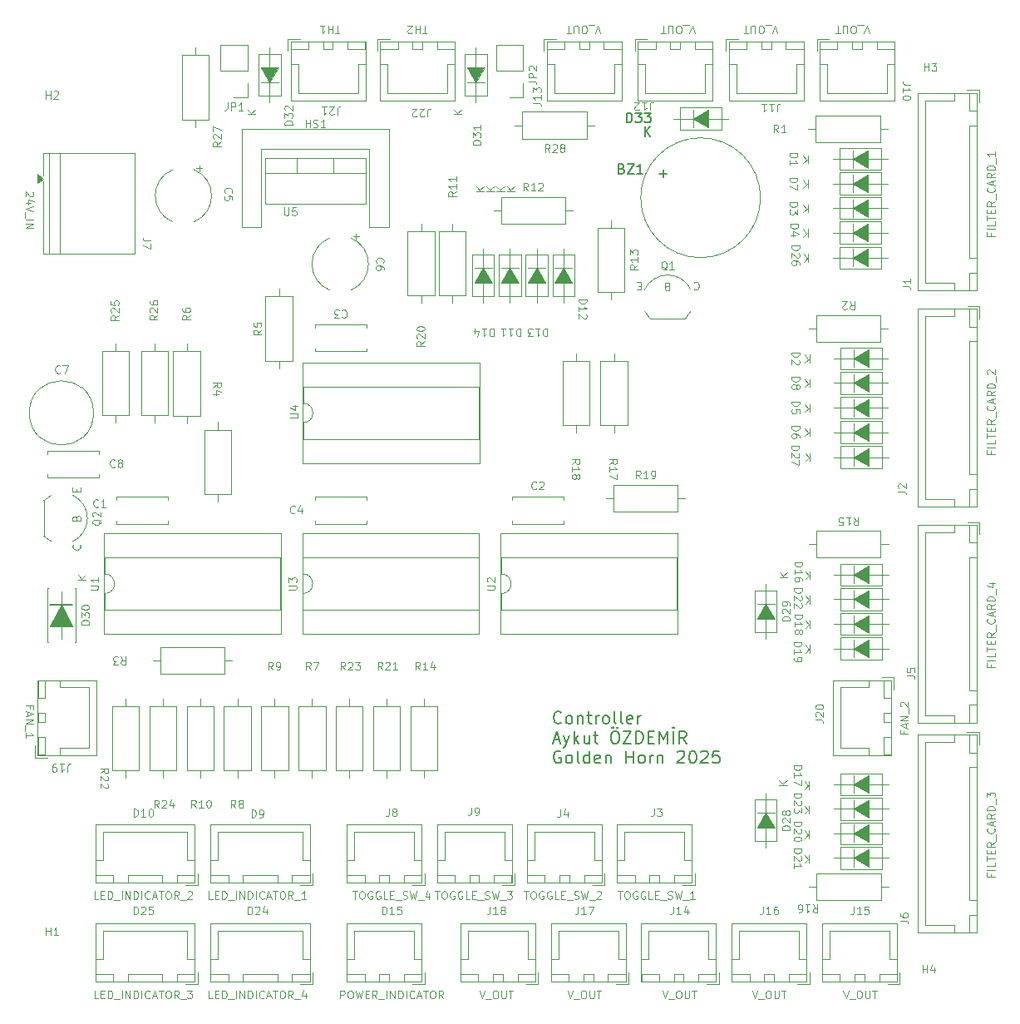
<source format=gto>
%TF.GenerationSoftware,KiCad,Pcbnew,9.0.3*%
%TF.CreationDate,2025-08-27T16:44:28+03:00*%
%TF.ProjectId,Controller,436f6e74-726f-46c6-9c65-722e6b696361,1.0*%
%TF.SameCoordinates,Original*%
%TF.FileFunction,Legend,Top*%
%TF.FilePolarity,Positive*%
%FSLAX46Y46*%
G04 Gerber Fmt 4.6, Leading zero omitted, Abs format (unit mm)*
G04 Created by KiCad (PCBNEW 9.0.3) date 2025-08-27 16:44:28*
%MOMM*%
%LPD*%
G01*
G04 APERTURE LIST*
%ADD10C,0.156250*%
%ADD11C,0.100000*%
%ADD12C,0.150000*%
%ADD13C,0.120000*%
%ADD14C,0.200000*%
G04 APERTURE END LIST*
D10*
X140254700Y-102834991D02*
X140195176Y-102894515D01*
X140195176Y-102894515D02*
X140016605Y-102954038D01*
X140016605Y-102954038D02*
X139897557Y-102954038D01*
X139897557Y-102954038D02*
X139718986Y-102894515D01*
X139718986Y-102894515D02*
X139599938Y-102775467D01*
X139599938Y-102775467D02*
X139540415Y-102656419D01*
X139540415Y-102656419D02*
X139480891Y-102418324D01*
X139480891Y-102418324D02*
X139480891Y-102239753D01*
X139480891Y-102239753D02*
X139540415Y-102001657D01*
X139540415Y-102001657D02*
X139599938Y-101882610D01*
X139599938Y-101882610D02*
X139718986Y-101763562D01*
X139718986Y-101763562D02*
X139897557Y-101704038D01*
X139897557Y-101704038D02*
X140016605Y-101704038D01*
X140016605Y-101704038D02*
X140195176Y-101763562D01*
X140195176Y-101763562D02*
X140254700Y-101823086D01*
X140968986Y-102954038D02*
X140849938Y-102894515D01*
X140849938Y-102894515D02*
X140790415Y-102834991D01*
X140790415Y-102834991D02*
X140730891Y-102715943D01*
X140730891Y-102715943D02*
X140730891Y-102358800D01*
X140730891Y-102358800D02*
X140790415Y-102239753D01*
X140790415Y-102239753D02*
X140849938Y-102180229D01*
X140849938Y-102180229D02*
X140968986Y-102120705D01*
X140968986Y-102120705D02*
X141147557Y-102120705D01*
X141147557Y-102120705D02*
X141266605Y-102180229D01*
X141266605Y-102180229D02*
X141326129Y-102239753D01*
X141326129Y-102239753D02*
X141385653Y-102358800D01*
X141385653Y-102358800D02*
X141385653Y-102715943D01*
X141385653Y-102715943D02*
X141326129Y-102834991D01*
X141326129Y-102834991D02*
X141266605Y-102894515D01*
X141266605Y-102894515D02*
X141147557Y-102954038D01*
X141147557Y-102954038D02*
X140968986Y-102954038D01*
X141921367Y-102120705D02*
X141921367Y-102954038D01*
X141921367Y-102239753D02*
X141980890Y-102180229D01*
X141980890Y-102180229D02*
X142099938Y-102120705D01*
X142099938Y-102120705D02*
X142278509Y-102120705D01*
X142278509Y-102120705D02*
X142397557Y-102180229D01*
X142397557Y-102180229D02*
X142457081Y-102299276D01*
X142457081Y-102299276D02*
X142457081Y-102954038D01*
X142873747Y-102120705D02*
X143349938Y-102120705D01*
X143052319Y-101704038D02*
X143052319Y-102775467D01*
X143052319Y-102775467D02*
X143111842Y-102894515D01*
X143111842Y-102894515D02*
X143230890Y-102954038D01*
X143230890Y-102954038D02*
X143349938Y-102954038D01*
X143766605Y-102954038D02*
X143766605Y-102120705D01*
X143766605Y-102358800D02*
X143826128Y-102239753D01*
X143826128Y-102239753D02*
X143885652Y-102180229D01*
X143885652Y-102180229D02*
X144004700Y-102120705D01*
X144004700Y-102120705D02*
X144123747Y-102120705D01*
X144718986Y-102954038D02*
X144599938Y-102894515D01*
X144599938Y-102894515D02*
X144540415Y-102834991D01*
X144540415Y-102834991D02*
X144480891Y-102715943D01*
X144480891Y-102715943D02*
X144480891Y-102358800D01*
X144480891Y-102358800D02*
X144540415Y-102239753D01*
X144540415Y-102239753D02*
X144599938Y-102180229D01*
X144599938Y-102180229D02*
X144718986Y-102120705D01*
X144718986Y-102120705D02*
X144897557Y-102120705D01*
X144897557Y-102120705D02*
X145016605Y-102180229D01*
X145016605Y-102180229D02*
X145076129Y-102239753D01*
X145076129Y-102239753D02*
X145135653Y-102358800D01*
X145135653Y-102358800D02*
X145135653Y-102715943D01*
X145135653Y-102715943D02*
X145076129Y-102834991D01*
X145076129Y-102834991D02*
X145016605Y-102894515D01*
X145016605Y-102894515D02*
X144897557Y-102954038D01*
X144897557Y-102954038D02*
X144718986Y-102954038D01*
X145849938Y-102954038D02*
X145730890Y-102894515D01*
X145730890Y-102894515D02*
X145671367Y-102775467D01*
X145671367Y-102775467D02*
X145671367Y-101704038D01*
X146504700Y-102954038D02*
X146385652Y-102894515D01*
X146385652Y-102894515D02*
X146326129Y-102775467D01*
X146326129Y-102775467D02*
X146326129Y-101704038D01*
X147457081Y-102894515D02*
X147338033Y-102954038D01*
X147338033Y-102954038D02*
X147099938Y-102954038D01*
X147099938Y-102954038D02*
X146980891Y-102894515D01*
X146980891Y-102894515D02*
X146921367Y-102775467D01*
X146921367Y-102775467D02*
X146921367Y-102299276D01*
X146921367Y-102299276D02*
X146980891Y-102180229D01*
X146980891Y-102180229D02*
X147099938Y-102120705D01*
X147099938Y-102120705D02*
X147338033Y-102120705D01*
X147338033Y-102120705D02*
X147457081Y-102180229D01*
X147457081Y-102180229D02*
X147516605Y-102299276D01*
X147516605Y-102299276D02*
X147516605Y-102418324D01*
X147516605Y-102418324D02*
X146921367Y-102537372D01*
X148052320Y-102954038D02*
X148052320Y-102120705D01*
X148052320Y-102358800D02*
X148111843Y-102239753D01*
X148111843Y-102239753D02*
X148171367Y-102180229D01*
X148171367Y-102180229D02*
X148290415Y-102120705D01*
X148290415Y-102120705D02*
X148409462Y-102120705D01*
X139480891Y-104609325D02*
X140076129Y-104609325D01*
X139361843Y-104966468D02*
X139778510Y-103716468D01*
X139778510Y-103716468D02*
X140195176Y-104966468D01*
X140492796Y-104133135D02*
X140790415Y-104966468D01*
X141088034Y-104133135D02*
X140790415Y-104966468D01*
X140790415Y-104966468D02*
X140671367Y-105264087D01*
X140671367Y-105264087D02*
X140611844Y-105323611D01*
X140611844Y-105323611D02*
X140492796Y-105383135D01*
X141564225Y-104966468D02*
X141564225Y-103716468D01*
X141683272Y-104490278D02*
X142040415Y-104966468D01*
X142040415Y-104133135D02*
X141564225Y-104609325D01*
X143111844Y-104133135D02*
X143111844Y-104966468D01*
X142576130Y-104133135D02*
X142576130Y-104787897D01*
X142576130Y-104787897D02*
X142635653Y-104906945D01*
X142635653Y-104906945D02*
X142754701Y-104966468D01*
X142754701Y-104966468D02*
X142933272Y-104966468D01*
X142933272Y-104966468D02*
X143052320Y-104906945D01*
X143052320Y-104906945D02*
X143111844Y-104847421D01*
X143528510Y-104133135D02*
X144004701Y-104133135D01*
X143707082Y-103716468D02*
X143707082Y-104787897D01*
X143707082Y-104787897D02*
X143766605Y-104906945D01*
X143766605Y-104906945D02*
X143885653Y-104966468D01*
X143885653Y-104966468D02*
X144004701Y-104966468D01*
X145611844Y-103716468D02*
X145849939Y-103716468D01*
X145849939Y-103716468D02*
X145968987Y-103775992D01*
X145968987Y-103775992D02*
X146088034Y-103895040D01*
X146088034Y-103895040D02*
X146147558Y-104133135D01*
X146147558Y-104133135D02*
X146147558Y-104549802D01*
X146147558Y-104549802D02*
X146088034Y-104787897D01*
X146088034Y-104787897D02*
X145968987Y-104906945D01*
X145968987Y-104906945D02*
X145849939Y-104966468D01*
X145849939Y-104966468D02*
X145611844Y-104966468D01*
X145611844Y-104966468D02*
X145492796Y-104906945D01*
X145492796Y-104906945D02*
X145373749Y-104787897D01*
X145373749Y-104787897D02*
X145314225Y-104549802D01*
X145314225Y-104549802D02*
X145314225Y-104133135D01*
X145314225Y-104133135D02*
X145373749Y-103895040D01*
X145373749Y-103895040D02*
X145492796Y-103775992D01*
X145492796Y-103775992D02*
X145611844Y-103716468D01*
X145492796Y-103299802D02*
X145552320Y-103359325D01*
X145552320Y-103359325D02*
X145492796Y-103418849D01*
X145492796Y-103418849D02*
X145433272Y-103359325D01*
X145433272Y-103359325D02*
X145492796Y-103299802D01*
X145492796Y-103299802D02*
X145492796Y-103418849D01*
X145968987Y-103299802D02*
X146028510Y-103359325D01*
X146028510Y-103359325D02*
X145968987Y-103418849D01*
X145968987Y-103418849D02*
X145909463Y-103359325D01*
X145909463Y-103359325D02*
X145968987Y-103299802D01*
X145968987Y-103299802D02*
X145968987Y-103418849D01*
X146564225Y-103716468D02*
X147397558Y-103716468D01*
X147397558Y-103716468D02*
X146564225Y-104966468D01*
X146564225Y-104966468D02*
X147397558Y-104966468D01*
X147873749Y-104966468D02*
X147873749Y-103716468D01*
X147873749Y-103716468D02*
X148171368Y-103716468D01*
X148171368Y-103716468D02*
X148349939Y-103775992D01*
X148349939Y-103775992D02*
X148468987Y-103895040D01*
X148468987Y-103895040D02*
X148528510Y-104014087D01*
X148528510Y-104014087D02*
X148588034Y-104252183D01*
X148588034Y-104252183D02*
X148588034Y-104430754D01*
X148588034Y-104430754D02*
X148528510Y-104668849D01*
X148528510Y-104668849D02*
X148468987Y-104787897D01*
X148468987Y-104787897D02*
X148349939Y-104906945D01*
X148349939Y-104906945D02*
X148171368Y-104966468D01*
X148171368Y-104966468D02*
X147873749Y-104966468D01*
X149123749Y-104311706D02*
X149540415Y-104311706D01*
X149718987Y-104966468D02*
X149123749Y-104966468D01*
X149123749Y-104966468D02*
X149123749Y-103716468D01*
X149123749Y-103716468D02*
X149718987Y-103716468D01*
X150254701Y-104966468D02*
X150254701Y-103716468D01*
X150254701Y-103716468D02*
X150671367Y-104609325D01*
X150671367Y-104609325D02*
X151088034Y-103716468D01*
X151088034Y-103716468D02*
X151088034Y-104966468D01*
X151683272Y-104966468D02*
X151683272Y-103716468D01*
X151683272Y-103299802D02*
X151623748Y-103359325D01*
X151623748Y-103359325D02*
X151683272Y-103418849D01*
X151683272Y-103418849D02*
X151742795Y-103359325D01*
X151742795Y-103359325D02*
X151683272Y-103299802D01*
X151683272Y-103299802D02*
X151683272Y-103418849D01*
X152992795Y-104966468D02*
X152576129Y-104371230D01*
X152278510Y-104966468D02*
X152278510Y-103716468D01*
X152278510Y-103716468D02*
X152754700Y-103716468D01*
X152754700Y-103716468D02*
X152873748Y-103775992D01*
X152873748Y-103775992D02*
X152933271Y-103835516D01*
X152933271Y-103835516D02*
X152992795Y-103954564D01*
X152992795Y-103954564D02*
X152992795Y-104133135D01*
X152992795Y-104133135D02*
X152933271Y-104252183D01*
X152933271Y-104252183D02*
X152873748Y-104311706D01*
X152873748Y-104311706D02*
X152754700Y-104371230D01*
X152754700Y-104371230D02*
X152278510Y-104371230D01*
X140195176Y-105788422D02*
X140076129Y-105728898D01*
X140076129Y-105728898D02*
X139897557Y-105728898D01*
X139897557Y-105728898D02*
X139718986Y-105788422D01*
X139718986Y-105788422D02*
X139599938Y-105907470D01*
X139599938Y-105907470D02*
X139540415Y-106026517D01*
X139540415Y-106026517D02*
X139480891Y-106264613D01*
X139480891Y-106264613D02*
X139480891Y-106443184D01*
X139480891Y-106443184D02*
X139540415Y-106681279D01*
X139540415Y-106681279D02*
X139599938Y-106800327D01*
X139599938Y-106800327D02*
X139718986Y-106919375D01*
X139718986Y-106919375D02*
X139897557Y-106978898D01*
X139897557Y-106978898D02*
X140016605Y-106978898D01*
X140016605Y-106978898D02*
X140195176Y-106919375D01*
X140195176Y-106919375D02*
X140254700Y-106859851D01*
X140254700Y-106859851D02*
X140254700Y-106443184D01*
X140254700Y-106443184D02*
X140016605Y-106443184D01*
X140968986Y-106978898D02*
X140849938Y-106919375D01*
X140849938Y-106919375D02*
X140790415Y-106859851D01*
X140790415Y-106859851D02*
X140730891Y-106740803D01*
X140730891Y-106740803D02*
X140730891Y-106383660D01*
X140730891Y-106383660D02*
X140790415Y-106264613D01*
X140790415Y-106264613D02*
X140849938Y-106205089D01*
X140849938Y-106205089D02*
X140968986Y-106145565D01*
X140968986Y-106145565D02*
X141147557Y-106145565D01*
X141147557Y-106145565D02*
X141266605Y-106205089D01*
X141266605Y-106205089D02*
X141326129Y-106264613D01*
X141326129Y-106264613D02*
X141385653Y-106383660D01*
X141385653Y-106383660D02*
X141385653Y-106740803D01*
X141385653Y-106740803D02*
X141326129Y-106859851D01*
X141326129Y-106859851D02*
X141266605Y-106919375D01*
X141266605Y-106919375D02*
X141147557Y-106978898D01*
X141147557Y-106978898D02*
X140968986Y-106978898D01*
X142099938Y-106978898D02*
X141980890Y-106919375D01*
X141980890Y-106919375D02*
X141921367Y-106800327D01*
X141921367Y-106800327D02*
X141921367Y-105728898D01*
X143111843Y-106978898D02*
X143111843Y-105728898D01*
X143111843Y-106919375D02*
X142992795Y-106978898D01*
X142992795Y-106978898D02*
X142754700Y-106978898D01*
X142754700Y-106978898D02*
X142635652Y-106919375D01*
X142635652Y-106919375D02*
X142576129Y-106859851D01*
X142576129Y-106859851D02*
X142516605Y-106740803D01*
X142516605Y-106740803D02*
X142516605Y-106383660D01*
X142516605Y-106383660D02*
X142576129Y-106264613D01*
X142576129Y-106264613D02*
X142635652Y-106205089D01*
X142635652Y-106205089D02*
X142754700Y-106145565D01*
X142754700Y-106145565D02*
X142992795Y-106145565D01*
X142992795Y-106145565D02*
X143111843Y-106205089D01*
X144183271Y-106919375D02*
X144064223Y-106978898D01*
X144064223Y-106978898D02*
X143826128Y-106978898D01*
X143826128Y-106978898D02*
X143707081Y-106919375D01*
X143707081Y-106919375D02*
X143647557Y-106800327D01*
X143647557Y-106800327D02*
X143647557Y-106324136D01*
X143647557Y-106324136D02*
X143707081Y-106205089D01*
X143707081Y-106205089D02*
X143826128Y-106145565D01*
X143826128Y-106145565D02*
X144064223Y-106145565D01*
X144064223Y-106145565D02*
X144183271Y-106205089D01*
X144183271Y-106205089D02*
X144242795Y-106324136D01*
X144242795Y-106324136D02*
X144242795Y-106443184D01*
X144242795Y-106443184D02*
X143647557Y-106562232D01*
X144778510Y-106145565D02*
X144778510Y-106978898D01*
X144778510Y-106264613D02*
X144838033Y-106205089D01*
X144838033Y-106205089D02*
X144957081Y-106145565D01*
X144957081Y-106145565D02*
X145135652Y-106145565D01*
X145135652Y-106145565D02*
X145254700Y-106205089D01*
X145254700Y-106205089D02*
X145314224Y-106324136D01*
X145314224Y-106324136D02*
X145314224Y-106978898D01*
X146861843Y-106978898D02*
X146861843Y-105728898D01*
X146861843Y-106324136D02*
X147576128Y-106324136D01*
X147576128Y-106978898D02*
X147576128Y-105728898D01*
X148349938Y-106978898D02*
X148230890Y-106919375D01*
X148230890Y-106919375D02*
X148171367Y-106859851D01*
X148171367Y-106859851D02*
X148111843Y-106740803D01*
X148111843Y-106740803D02*
X148111843Y-106383660D01*
X148111843Y-106383660D02*
X148171367Y-106264613D01*
X148171367Y-106264613D02*
X148230890Y-106205089D01*
X148230890Y-106205089D02*
X148349938Y-106145565D01*
X148349938Y-106145565D02*
X148528509Y-106145565D01*
X148528509Y-106145565D02*
X148647557Y-106205089D01*
X148647557Y-106205089D02*
X148707081Y-106264613D01*
X148707081Y-106264613D02*
X148766605Y-106383660D01*
X148766605Y-106383660D02*
X148766605Y-106740803D01*
X148766605Y-106740803D02*
X148707081Y-106859851D01*
X148707081Y-106859851D02*
X148647557Y-106919375D01*
X148647557Y-106919375D02*
X148528509Y-106978898D01*
X148528509Y-106978898D02*
X148349938Y-106978898D01*
X149302319Y-106978898D02*
X149302319Y-106145565D01*
X149302319Y-106383660D02*
X149361842Y-106264613D01*
X149361842Y-106264613D02*
X149421366Y-106205089D01*
X149421366Y-106205089D02*
X149540414Y-106145565D01*
X149540414Y-106145565D02*
X149659461Y-106145565D01*
X150076129Y-106145565D02*
X150076129Y-106978898D01*
X150076129Y-106264613D02*
X150135652Y-106205089D01*
X150135652Y-106205089D02*
X150254700Y-106145565D01*
X150254700Y-106145565D02*
X150433271Y-106145565D01*
X150433271Y-106145565D02*
X150552319Y-106205089D01*
X150552319Y-106205089D02*
X150611843Y-106324136D01*
X150611843Y-106324136D02*
X150611843Y-106978898D01*
X152099938Y-105847946D02*
X152159462Y-105788422D01*
X152159462Y-105788422D02*
X152278509Y-105728898D01*
X152278509Y-105728898D02*
X152576128Y-105728898D01*
X152576128Y-105728898D02*
X152695176Y-105788422D01*
X152695176Y-105788422D02*
X152754700Y-105847946D01*
X152754700Y-105847946D02*
X152814223Y-105966994D01*
X152814223Y-105966994D02*
X152814223Y-106086041D01*
X152814223Y-106086041D02*
X152754700Y-106264613D01*
X152754700Y-106264613D02*
X152040414Y-106978898D01*
X152040414Y-106978898D02*
X152814223Y-106978898D01*
X153588033Y-105728898D02*
X153707080Y-105728898D01*
X153707080Y-105728898D02*
X153826128Y-105788422D01*
X153826128Y-105788422D02*
X153885652Y-105847946D01*
X153885652Y-105847946D02*
X153945176Y-105966994D01*
X153945176Y-105966994D02*
X154004699Y-106205089D01*
X154004699Y-106205089D02*
X154004699Y-106502708D01*
X154004699Y-106502708D02*
X153945176Y-106740803D01*
X153945176Y-106740803D02*
X153885652Y-106859851D01*
X153885652Y-106859851D02*
X153826128Y-106919375D01*
X153826128Y-106919375D02*
X153707080Y-106978898D01*
X153707080Y-106978898D02*
X153588033Y-106978898D01*
X153588033Y-106978898D02*
X153468985Y-106919375D01*
X153468985Y-106919375D02*
X153409461Y-106859851D01*
X153409461Y-106859851D02*
X153349938Y-106740803D01*
X153349938Y-106740803D02*
X153290414Y-106502708D01*
X153290414Y-106502708D02*
X153290414Y-106205089D01*
X153290414Y-106205089D02*
X153349938Y-105966994D01*
X153349938Y-105966994D02*
X153409461Y-105847946D01*
X153409461Y-105847946D02*
X153468985Y-105788422D01*
X153468985Y-105788422D02*
X153588033Y-105728898D01*
X154480890Y-105847946D02*
X154540414Y-105788422D01*
X154540414Y-105788422D02*
X154659461Y-105728898D01*
X154659461Y-105728898D02*
X154957080Y-105728898D01*
X154957080Y-105728898D02*
X155076128Y-105788422D01*
X155076128Y-105788422D02*
X155135652Y-105847946D01*
X155135652Y-105847946D02*
X155195175Y-105966994D01*
X155195175Y-105966994D02*
X155195175Y-106086041D01*
X155195175Y-106086041D02*
X155135652Y-106264613D01*
X155135652Y-106264613D02*
X154421366Y-106978898D01*
X154421366Y-106978898D02*
X155195175Y-106978898D01*
X156326128Y-105728898D02*
X155730890Y-105728898D01*
X155730890Y-105728898D02*
X155671366Y-106324136D01*
X155671366Y-106324136D02*
X155730890Y-106264613D01*
X155730890Y-106264613D02*
X155849937Y-106205089D01*
X155849937Y-106205089D02*
X156147556Y-106205089D01*
X156147556Y-106205089D02*
X156266604Y-106264613D01*
X156266604Y-106264613D02*
X156326128Y-106324136D01*
X156326128Y-106324136D02*
X156385651Y-106443184D01*
X156385651Y-106443184D02*
X156385651Y-106740803D01*
X156385651Y-106740803D02*
X156326128Y-106859851D01*
X156326128Y-106859851D02*
X156266604Y-106919375D01*
X156266604Y-106919375D02*
X156147556Y-106978898D01*
X156147556Y-106978898D02*
X155849937Y-106978898D01*
X155849937Y-106978898D02*
X155730890Y-106919375D01*
X155730890Y-106919375D02*
X155671366Y-106859851D01*
D11*
X107096667Y-111514895D02*
X106830000Y-111133942D01*
X106639524Y-111514895D02*
X106639524Y-110714895D01*
X106639524Y-110714895D02*
X106944286Y-110714895D01*
X106944286Y-110714895D02*
X107020476Y-110752990D01*
X107020476Y-110752990D02*
X107058571Y-110791085D01*
X107058571Y-110791085D02*
X107096667Y-110867276D01*
X107096667Y-110867276D02*
X107096667Y-110981561D01*
X107096667Y-110981561D02*
X107058571Y-111057752D01*
X107058571Y-111057752D02*
X107020476Y-111095847D01*
X107020476Y-111095847D02*
X106944286Y-111133942D01*
X106944286Y-111133942D02*
X106639524Y-111133942D01*
X107553809Y-111057752D02*
X107477619Y-111019657D01*
X107477619Y-111019657D02*
X107439524Y-110981561D01*
X107439524Y-110981561D02*
X107401428Y-110905371D01*
X107401428Y-110905371D02*
X107401428Y-110867276D01*
X107401428Y-110867276D02*
X107439524Y-110791085D01*
X107439524Y-110791085D02*
X107477619Y-110752990D01*
X107477619Y-110752990D02*
X107553809Y-110714895D01*
X107553809Y-110714895D02*
X107706190Y-110714895D01*
X107706190Y-110714895D02*
X107782381Y-110752990D01*
X107782381Y-110752990D02*
X107820476Y-110791085D01*
X107820476Y-110791085D02*
X107858571Y-110867276D01*
X107858571Y-110867276D02*
X107858571Y-110905371D01*
X107858571Y-110905371D02*
X107820476Y-110981561D01*
X107820476Y-110981561D02*
X107782381Y-111019657D01*
X107782381Y-111019657D02*
X107706190Y-111057752D01*
X107706190Y-111057752D02*
X107553809Y-111057752D01*
X107553809Y-111057752D02*
X107477619Y-111095847D01*
X107477619Y-111095847D02*
X107439524Y-111133942D01*
X107439524Y-111133942D02*
X107401428Y-111210133D01*
X107401428Y-111210133D02*
X107401428Y-111362514D01*
X107401428Y-111362514D02*
X107439524Y-111438704D01*
X107439524Y-111438704D02*
X107477619Y-111476800D01*
X107477619Y-111476800D02*
X107553809Y-111514895D01*
X107553809Y-111514895D02*
X107706190Y-111514895D01*
X107706190Y-111514895D02*
X107782381Y-111476800D01*
X107782381Y-111476800D02*
X107820476Y-111438704D01*
X107820476Y-111438704D02*
X107858571Y-111362514D01*
X107858571Y-111362514D02*
X107858571Y-111210133D01*
X107858571Y-111210133D02*
X107820476Y-111133942D01*
X107820476Y-111133942D02*
X107782381Y-111095847D01*
X107782381Y-111095847D02*
X107706190Y-111057752D01*
X136880714Y-48694895D02*
X136614047Y-48313942D01*
X136423571Y-48694895D02*
X136423571Y-47894895D01*
X136423571Y-47894895D02*
X136728333Y-47894895D01*
X136728333Y-47894895D02*
X136804523Y-47932990D01*
X136804523Y-47932990D02*
X136842618Y-47971085D01*
X136842618Y-47971085D02*
X136880714Y-48047276D01*
X136880714Y-48047276D02*
X136880714Y-48161561D01*
X136880714Y-48161561D02*
X136842618Y-48237752D01*
X136842618Y-48237752D02*
X136804523Y-48275847D01*
X136804523Y-48275847D02*
X136728333Y-48313942D01*
X136728333Y-48313942D02*
X136423571Y-48313942D01*
X137642618Y-48694895D02*
X137185475Y-48694895D01*
X137414047Y-48694895D02*
X137414047Y-47894895D01*
X137414047Y-47894895D02*
X137337856Y-48009180D01*
X137337856Y-48009180D02*
X137261666Y-48085371D01*
X137261666Y-48085371D02*
X137185475Y-48123466D01*
X137947380Y-47971085D02*
X137985476Y-47932990D01*
X137985476Y-47932990D02*
X138061666Y-47894895D01*
X138061666Y-47894895D02*
X138252142Y-47894895D01*
X138252142Y-47894895D02*
X138328333Y-47932990D01*
X138328333Y-47932990D02*
X138366428Y-47971085D01*
X138366428Y-47971085D02*
X138404523Y-48047276D01*
X138404523Y-48047276D02*
X138404523Y-48123466D01*
X138404523Y-48123466D02*
X138366428Y-48237752D01*
X138366428Y-48237752D02*
X137909285Y-48694895D01*
X137909285Y-48694895D02*
X138404523Y-48694895D01*
X132704895Y-89319523D02*
X133352514Y-89319523D01*
X133352514Y-89319523D02*
X133428704Y-89281428D01*
X133428704Y-89281428D02*
X133466800Y-89243333D01*
X133466800Y-89243333D02*
X133504895Y-89167142D01*
X133504895Y-89167142D02*
X133504895Y-89014761D01*
X133504895Y-89014761D02*
X133466800Y-88938571D01*
X133466800Y-88938571D02*
X133428704Y-88900476D01*
X133428704Y-88900476D02*
X133352514Y-88862380D01*
X133352514Y-88862380D02*
X132704895Y-88862380D01*
X132781085Y-88519524D02*
X132742990Y-88481428D01*
X132742990Y-88481428D02*
X132704895Y-88405238D01*
X132704895Y-88405238D02*
X132704895Y-88214762D01*
X132704895Y-88214762D02*
X132742990Y-88138571D01*
X132742990Y-88138571D02*
X132781085Y-88100476D01*
X132781085Y-88100476D02*
X132857276Y-88062381D01*
X132857276Y-88062381D02*
X132933466Y-88062381D01*
X132933466Y-88062381D02*
X133047752Y-88100476D01*
X133047752Y-88100476D02*
X133504895Y-88557619D01*
X133504895Y-88557619D02*
X133504895Y-88062381D01*
X89957619Y-107845104D02*
X89957619Y-107273676D01*
X89957619Y-107273676D02*
X89995714Y-107159390D01*
X89995714Y-107159390D02*
X90071905Y-107083200D01*
X90071905Y-107083200D02*
X90186190Y-107045104D01*
X90186190Y-107045104D02*
X90262381Y-107045104D01*
X89157619Y-107045104D02*
X89614762Y-107045104D01*
X89386190Y-107045104D02*
X89386190Y-107845104D01*
X89386190Y-107845104D02*
X89462381Y-107730819D01*
X89462381Y-107730819D02*
X89538571Y-107654628D01*
X89538571Y-107654628D02*
X89614762Y-107616533D01*
X88776666Y-107045104D02*
X88624285Y-107045104D01*
X88624285Y-107045104D02*
X88548095Y-107083200D01*
X88548095Y-107083200D02*
X88509999Y-107121295D01*
X88509999Y-107121295D02*
X88433809Y-107235580D01*
X88433809Y-107235580D02*
X88395714Y-107387961D01*
X88395714Y-107387961D02*
X88395714Y-107692723D01*
X88395714Y-107692723D02*
X88433809Y-107768914D01*
X88433809Y-107768914D02*
X88471904Y-107807009D01*
X88471904Y-107807009D02*
X88548095Y-107845104D01*
X88548095Y-107845104D02*
X88700476Y-107845104D01*
X88700476Y-107845104D02*
X88776666Y-107807009D01*
X88776666Y-107807009D02*
X88814761Y-107768914D01*
X88814761Y-107768914D02*
X88852857Y-107692723D01*
X88852857Y-107692723D02*
X88852857Y-107502247D01*
X88852857Y-107502247D02*
X88814761Y-107426057D01*
X88814761Y-107426057D02*
X88776666Y-107387961D01*
X88776666Y-107387961D02*
X88700476Y-107349866D01*
X88700476Y-107349866D02*
X88548095Y-107349866D01*
X88548095Y-107349866D02*
X88471904Y-107387961D01*
X88471904Y-107387961D02*
X88433809Y-107426057D01*
X88433809Y-107426057D02*
X88395714Y-107502247D01*
X86114152Y-101396666D02*
X86114152Y-101130000D01*
X85695104Y-101130000D02*
X86495104Y-101130000D01*
X86495104Y-101130000D02*
X86495104Y-101510952D01*
X85923676Y-101777618D02*
X85923676Y-102158571D01*
X85695104Y-101701428D02*
X86495104Y-101968095D01*
X86495104Y-101968095D02*
X85695104Y-102234761D01*
X85695104Y-102501428D02*
X86495104Y-102501428D01*
X86495104Y-102501428D02*
X85695104Y-102958571D01*
X85695104Y-102958571D02*
X86495104Y-102958571D01*
X85618914Y-103149047D02*
X85618914Y-103758570D01*
X85695104Y-104368094D02*
X85695104Y-103910951D01*
X85695104Y-104139523D02*
X86495104Y-104139523D01*
X86495104Y-104139523D02*
X86380819Y-104063332D01*
X86380819Y-104063332D02*
X86304628Y-103987142D01*
X86304628Y-103987142D02*
X86266533Y-103910951D01*
X112049476Y-50419895D02*
X112049476Y-51067514D01*
X112049476Y-51067514D02*
X112087571Y-51143704D01*
X112087571Y-51143704D02*
X112125666Y-51181800D01*
X112125666Y-51181800D02*
X112201857Y-51219895D01*
X112201857Y-51219895D02*
X112354238Y-51219895D01*
X112354238Y-51219895D02*
X112430428Y-51181800D01*
X112430428Y-51181800D02*
X112468523Y-51143704D01*
X112468523Y-51143704D02*
X112506619Y-51067514D01*
X112506619Y-51067514D02*
X112506619Y-50419895D01*
X113268523Y-50419895D02*
X112887571Y-50419895D01*
X112887571Y-50419895D02*
X112849475Y-50800847D01*
X112849475Y-50800847D02*
X112887571Y-50762752D01*
X112887571Y-50762752D02*
X112963761Y-50724657D01*
X112963761Y-50724657D02*
X113154237Y-50724657D01*
X113154237Y-50724657D02*
X113230428Y-50762752D01*
X113230428Y-50762752D02*
X113268523Y-50800847D01*
X113268523Y-50800847D02*
X113306618Y-50877038D01*
X113306618Y-50877038D02*
X113306618Y-51067514D01*
X113306618Y-51067514D02*
X113268523Y-51143704D01*
X113268523Y-51143704D02*
X113230428Y-51181800D01*
X113230428Y-51181800D02*
X113154237Y-51219895D01*
X113154237Y-51219895D02*
X112963761Y-51219895D01*
X112963761Y-51219895D02*
X112887571Y-51181800D01*
X112887571Y-51181800D02*
X112849475Y-51143704D01*
X132977380Y-121564895D02*
X132977380Y-122136323D01*
X132977380Y-122136323D02*
X132939285Y-122250609D01*
X132939285Y-122250609D02*
X132863094Y-122326800D01*
X132863094Y-122326800D02*
X132748809Y-122364895D01*
X132748809Y-122364895D02*
X132672618Y-122364895D01*
X133777380Y-122364895D02*
X133320237Y-122364895D01*
X133548809Y-122364895D02*
X133548809Y-121564895D01*
X133548809Y-121564895D02*
X133472618Y-121679180D01*
X133472618Y-121679180D02*
X133396428Y-121755371D01*
X133396428Y-121755371D02*
X133320237Y-121793466D01*
X134234523Y-121907752D02*
X134158333Y-121869657D01*
X134158333Y-121869657D02*
X134120238Y-121831561D01*
X134120238Y-121831561D02*
X134082142Y-121755371D01*
X134082142Y-121755371D02*
X134082142Y-121717276D01*
X134082142Y-121717276D02*
X134120238Y-121641085D01*
X134120238Y-121641085D02*
X134158333Y-121602990D01*
X134158333Y-121602990D02*
X134234523Y-121564895D01*
X134234523Y-121564895D02*
X134386904Y-121564895D01*
X134386904Y-121564895D02*
X134463095Y-121602990D01*
X134463095Y-121602990D02*
X134501190Y-121641085D01*
X134501190Y-121641085D02*
X134539285Y-121717276D01*
X134539285Y-121717276D02*
X134539285Y-121755371D01*
X134539285Y-121755371D02*
X134501190Y-121831561D01*
X134501190Y-121831561D02*
X134463095Y-121869657D01*
X134463095Y-121869657D02*
X134386904Y-121907752D01*
X134386904Y-121907752D02*
X134234523Y-121907752D01*
X134234523Y-121907752D02*
X134158333Y-121945847D01*
X134158333Y-121945847D02*
X134120238Y-121983942D01*
X134120238Y-121983942D02*
X134082142Y-122060133D01*
X134082142Y-122060133D02*
X134082142Y-122212514D01*
X134082142Y-122212514D02*
X134120238Y-122288704D01*
X134120238Y-122288704D02*
X134158333Y-122326800D01*
X134158333Y-122326800D02*
X134234523Y-122364895D01*
X134234523Y-122364895D02*
X134386904Y-122364895D01*
X134386904Y-122364895D02*
X134463095Y-122326800D01*
X134463095Y-122326800D02*
X134501190Y-122288704D01*
X134501190Y-122288704D02*
X134539285Y-122212514D01*
X134539285Y-122212514D02*
X134539285Y-122060133D01*
X134539285Y-122060133D02*
X134501190Y-121983942D01*
X134501190Y-121983942D02*
X134463095Y-121945847D01*
X134463095Y-121945847D02*
X134386904Y-121907752D01*
X131910714Y-130114895D02*
X132177381Y-130914895D01*
X132177381Y-130914895D02*
X132444047Y-130114895D01*
X132520238Y-130991085D02*
X133129761Y-130991085D01*
X133472619Y-130114895D02*
X133625000Y-130114895D01*
X133625000Y-130114895D02*
X133701190Y-130152990D01*
X133701190Y-130152990D02*
X133777381Y-130229180D01*
X133777381Y-130229180D02*
X133815476Y-130381561D01*
X133815476Y-130381561D02*
X133815476Y-130648228D01*
X133815476Y-130648228D02*
X133777381Y-130800609D01*
X133777381Y-130800609D02*
X133701190Y-130876800D01*
X133701190Y-130876800D02*
X133625000Y-130914895D01*
X133625000Y-130914895D02*
X133472619Y-130914895D01*
X133472619Y-130914895D02*
X133396428Y-130876800D01*
X133396428Y-130876800D02*
X133320238Y-130800609D01*
X133320238Y-130800609D02*
X133282142Y-130648228D01*
X133282142Y-130648228D02*
X133282142Y-130381561D01*
X133282142Y-130381561D02*
X133320238Y-130229180D01*
X133320238Y-130229180D02*
X133396428Y-130152990D01*
X133396428Y-130152990D02*
X133472619Y-130114895D01*
X134158333Y-130114895D02*
X134158333Y-130762514D01*
X134158333Y-130762514D02*
X134196428Y-130838704D01*
X134196428Y-130838704D02*
X134234523Y-130876800D01*
X134234523Y-130876800D02*
X134310714Y-130914895D01*
X134310714Y-130914895D02*
X134463095Y-130914895D01*
X134463095Y-130914895D02*
X134539285Y-130876800D01*
X134539285Y-130876800D02*
X134577380Y-130838704D01*
X134577380Y-130838704D02*
X134615476Y-130762514D01*
X134615476Y-130762514D02*
X134615476Y-130114895D01*
X134882142Y-130114895D02*
X135339285Y-130114895D01*
X135110713Y-130914895D02*
X135110713Y-130114895D01*
X95383332Y-96130104D02*
X95649999Y-96511057D01*
X95840475Y-96130104D02*
X95840475Y-96930104D01*
X95840475Y-96930104D02*
X95535713Y-96930104D01*
X95535713Y-96930104D02*
X95459523Y-96892009D01*
X95459523Y-96892009D02*
X95421428Y-96853914D01*
X95421428Y-96853914D02*
X95383332Y-96777723D01*
X95383332Y-96777723D02*
X95383332Y-96663438D01*
X95383332Y-96663438D02*
X95421428Y-96587247D01*
X95421428Y-96587247D02*
X95459523Y-96549152D01*
X95459523Y-96549152D02*
X95535713Y-96511057D01*
X95535713Y-96511057D02*
X95840475Y-96511057D01*
X95116666Y-96930104D02*
X94621428Y-96930104D01*
X94621428Y-96930104D02*
X94888094Y-96625342D01*
X94888094Y-96625342D02*
X94773809Y-96625342D01*
X94773809Y-96625342D02*
X94697618Y-96587247D01*
X94697618Y-96587247D02*
X94659523Y-96549152D01*
X94659523Y-96549152D02*
X94621428Y-96472961D01*
X94621428Y-96472961D02*
X94621428Y-96282485D01*
X94621428Y-96282485D02*
X94659523Y-96206295D01*
X94659523Y-96206295D02*
X94697618Y-96168200D01*
X94697618Y-96168200D02*
X94773809Y-96130104D01*
X94773809Y-96130104D02*
X95002380Y-96130104D01*
X95002380Y-96130104D02*
X95078571Y-96168200D01*
X95078571Y-96168200D02*
X95116666Y-96206295D01*
X164001771Y-86520904D02*
X164801771Y-86520904D01*
X164801771Y-86520904D02*
X164801771Y-86711380D01*
X164801771Y-86711380D02*
X164763676Y-86825666D01*
X164763676Y-86825666D02*
X164687486Y-86901856D01*
X164687486Y-86901856D02*
X164611295Y-86939951D01*
X164611295Y-86939951D02*
X164458914Y-86978047D01*
X164458914Y-86978047D02*
X164344628Y-86978047D01*
X164344628Y-86978047D02*
X164192247Y-86939951D01*
X164192247Y-86939951D02*
X164116057Y-86901856D01*
X164116057Y-86901856D02*
X164039867Y-86825666D01*
X164039867Y-86825666D02*
X164001771Y-86711380D01*
X164001771Y-86711380D02*
X164001771Y-86520904D01*
X164001771Y-87739951D02*
X164001771Y-87282808D01*
X164001771Y-87511380D02*
X164801771Y-87511380D01*
X164801771Y-87511380D02*
X164687486Y-87435189D01*
X164687486Y-87435189D02*
X164611295Y-87358999D01*
X164611295Y-87358999D02*
X164573200Y-87282808D01*
X164801771Y-88425666D02*
X164801771Y-88273285D01*
X164801771Y-88273285D02*
X164763676Y-88197094D01*
X164763676Y-88197094D02*
X164725581Y-88158999D01*
X164725581Y-88158999D02*
X164611295Y-88082809D01*
X164611295Y-88082809D02*
X164458914Y-88044713D01*
X164458914Y-88044713D02*
X164154152Y-88044713D01*
X164154152Y-88044713D02*
X164077962Y-88082809D01*
X164077962Y-88082809D02*
X164039867Y-88120904D01*
X164039867Y-88120904D02*
X164001771Y-88197094D01*
X164001771Y-88197094D02*
X164001771Y-88349475D01*
X164001771Y-88349475D02*
X164039867Y-88425666D01*
X164039867Y-88425666D02*
X164077962Y-88463761D01*
X164077962Y-88463761D02*
X164154152Y-88501856D01*
X164154152Y-88501856D02*
X164344628Y-88501856D01*
X164344628Y-88501856D02*
X164420819Y-88463761D01*
X164420819Y-88463761D02*
X164458914Y-88425666D01*
X164458914Y-88425666D02*
X164497009Y-88349475D01*
X164497009Y-88349475D02*
X164497009Y-88197094D01*
X164497009Y-88197094D02*
X164458914Y-88120904D01*
X164458914Y-88120904D02*
X164420819Y-88082809D01*
X164420819Y-88082809D02*
X164344628Y-88044713D01*
X165551190Y-87427437D02*
X165551190Y-88227437D01*
X165094047Y-87427437D02*
X165436905Y-87884580D01*
X165094047Y-88227437D02*
X165551190Y-87770294D01*
X151023809Y-56766085D02*
X150947619Y-56727990D01*
X150947619Y-56727990D02*
X150871428Y-56651800D01*
X150871428Y-56651800D02*
X150757142Y-56537514D01*
X150757142Y-56537514D02*
X150680952Y-56499419D01*
X150680952Y-56499419D02*
X150604761Y-56499419D01*
X150642857Y-56689895D02*
X150566666Y-56651800D01*
X150566666Y-56651800D02*
X150490476Y-56575609D01*
X150490476Y-56575609D02*
X150452380Y-56423228D01*
X150452380Y-56423228D02*
X150452380Y-56156561D01*
X150452380Y-56156561D02*
X150490476Y-56004180D01*
X150490476Y-56004180D02*
X150566666Y-55927990D01*
X150566666Y-55927990D02*
X150642857Y-55889895D01*
X150642857Y-55889895D02*
X150795238Y-55889895D01*
X150795238Y-55889895D02*
X150871428Y-55927990D01*
X150871428Y-55927990D02*
X150947619Y-56004180D01*
X150947619Y-56004180D02*
X150985714Y-56156561D01*
X150985714Y-56156561D02*
X150985714Y-56423228D01*
X150985714Y-56423228D02*
X150947619Y-56575609D01*
X150947619Y-56575609D02*
X150871428Y-56651800D01*
X150871428Y-56651800D02*
X150795238Y-56689895D01*
X150795238Y-56689895D02*
X150642857Y-56689895D01*
X151747618Y-56689895D02*
X151290475Y-56689895D01*
X151519047Y-56689895D02*
X151519047Y-55889895D01*
X151519047Y-55889895D02*
X151442856Y-56004180D01*
X151442856Y-56004180D02*
X151366666Y-56080371D01*
X151366666Y-56080371D02*
X151290475Y-56118466D01*
X153773380Y-58072295D02*
X153811476Y-58034200D01*
X153811476Y-58034200D02*
X153925761Y-57996104D01*
X153925761Y-57996104D02*
X154001952Y-57996104D01*
X154001952Y-57996104D02*
X154116238Y-58034200D01*
X154116238Y-58034200D02*
X154192428Y-58110390D01*
X154192428Y-58110390D02*
X154230523Y-58186580D01*
X154230523Y-58186580D02*
X154268619Y-58338961D01*
X154268619Y-58338961D02*
X154268619Y-58453247D01*
X154268619Y-58453247D02*
X154230523Y-58605628D01*
X154230523Y-58605628D02*
X154192428Y-58681819D01*
X154192428Y-58681819D02*
X154116238Y-58758009D01*
X154116238Y-58758009D02*
X154001952Y-58796104D01*
X154001952Y-58796104D02*
X153925761Y-58796104D01*
X153925761Y-58796104D02*
X153811476Y-58758009D01*
X153811476Y-58758009D02*
X153773380Y-58719914D01*
X150982857Y-58464152D02*
X150868571Y-58426057D01*
X150868571Y-58426057D02*
X150830476Y-58387961D01*
X150830476Y-58387961D02*
X150792380Y-58311771D01*
X150792380Y-58311771D02*
X150792380Y-58197485D01*
X150792380Y-58197485D02*
X150830476Y-58121295D01*
X150830476Y-58121295D02*
X150868571Y-58083200D01*
X150868571Y-58083200D02*
X150944761Y-58045104D01*
X150944761Y-58045104D02*
X151249523Y-58045104D01*
X151249523Y-58045104D02*
X151249523Y-58845104D01*
X151249523Y-58845104D02*
X150982857Y-58845104D01*
X150982857Y-58845104D02*
X150906666Y-58807009D01*
X150906666Y-58807009D02*
X150868571Y-58768914D01*
X150868571Y-58768914D02*
X150830476Y-58692723D01*
X150830476Y-58692723D02*
X150830476Y-58616533D01*
X150830476Y-58616533D02*
X150868571Y-58540342D01*
X150868571Y-58540342D02*
X150906666Y-58502247D01*
X150906666Y-58502247D02*
X150982857Y-58464152D01*
X150982857Y-58464152D02*
X151249523Y-58464152D01*
X148350428Y-58415152D02*
X148083762Y-58415152D01*
X147969476Y-57996104D02*
X148350428Y-57996104D01*
X148350428Y-57996104D02*
X148350428Y-58796104D01*
X148350428Y-58796104D02*
X147969476Y-58796104D01*
X170042380Y-121564895D02*
X170042380Y-122136323D01*
X170042380Y-122136323D02*
X170004285Y-122250609D01*
X170004285Y-122250609D02*
X169928094Y-122326800D01*
X169928094Y-122326800D02*
X169813809Y-122364895D01*
X169813809Y-122364895D02*
X169737618Y-122364895D01*
X170842380Y-122364895D02*
X170385237Y-122364895D01*
X170613809Y-122364895D02*
X170613809Y-121564895D01*
X170613809Y-121564895D02*
X170537618Y-121679180D01*
X170537618Y-121679180D02*
X170461428Y-121755371D01*
X170461428Y-121755371D02*
X170385237Y-121793466D01*
X171566190Y-121564895D02*
X171185238Y-121564895D01*
X171185238Y-121564895D02*
X171147142Y-121945847D01*
X171147142Y-121945847D02*
X171185238Y-121907752D01*
X171185238Y-121907752D02*
X171261428Y-121869657D01*
X171261428Y-121869657D02*
X171451904Y-121869657D01*
X171451904Y-121869657D02*
X171528095Y-121907752D01*
X171528095Y-121907752D02*
X171566190Y-121945847D01*
X171566190Y-121945847D02*
X171604285Y-122022038D01*
X171604285Y-122022038D02*
X171604285Y-122212514D01*
X171604285Y-122212514D02*
X171566190Y-122288704D01*
X171566190Y-122288704D02*
X171528095Y-122326800D01*
X171528095Y-122326800D02*
X171451904Y-122364895D01*
X171451904Y-122364895D02*
X171261428Y-122364895D01*
X171261428Y-122364895D02*
X171185238Y-122326800D01*
X171185238Y-122326800D02*
X171147142Y-122288704D01*
X168975714Y-130114895D02*
X169242381Y-130914895D01*
X169242381Y-130914895D02*
X169509047Y-130114895D01*
X169585238Y-130991085D02*
X170194761Y-130991085D01*
X170537619Y-130114895D02*
X170690000Y-130114895D01*
X170690000Y-130114895D02*
X170766190Y-130152990D01*
X170766190Y-130152990D02*
X170842381Y-130229180D01*
X170842381Y-130229180D02*
X170880476Y-130381561D01*
X170880476Y-130381561D02*
X170880476Y-130648228D01*
X170880476Y-130648228D02*
X170842381Y-130800609D01*
X170842381Y-130800609D02*
X170766190Y-130876800D01*
X170766190Y-130876800D02*
X170690000Y-130914895D01*
X170690000Y-130914895D02*
X170537619Y-130914895D01*
X170537619Y-130914895D02*
X170461428Y-130876800D01*
X170461428Y-130876800D02*
X170385238Y-130800609D01*
X170385238Y-130800609D02*
X170347142Y-130648228D01*
X170347142Y-130648228D02*
X170347142Y-130381561D01*
X170347142Y-130381561D02*
X170385238Y-130229180D01*
X170385238Y-130229180D02*
X170461428Y-130152990D01*
X170461428Y-130152990D02*
X170537619Y-130114895D01*
X171223333Y-130114895D02*
X171223333Y-130762514D01*
X171223333Y-130762514D02*
X171261428Y-130838704D01*
X171261428Y-130838704D02*
X171299523Y-130876800D01*
X171299523Y-130876800D02*
X171375714Y-130914895D01*
X171375714Y-130914895D02*
X171528095Y-130914895D01*
X171528095Y-130914895D02*
X171604285Y-130876800D01*
X171604285Y-130876800D02*
X171642380Y-130838704D01*
X171642380Y-130838704D02*
X171680476Y-130762514D01*
X171680476Y-130762514D02*
X171680476Y-130114895D01*
X171947142Y-130114895D02*
X172404285Y-130114895D01*
X172175713Y-130914895D02*
X172175713Y-130114895D01*
X95194895Y-61404285D02*
X94813942Y-61670952D01*
X95194895Y-61861428D02*
X94394895Y-61861428D01*
X94394895Y-61861428D02*
X94394895Y-61556666D01*
X94394895Y-61556666D02*
X94432990Y-61480476D01*
X94432990Y-61480476D02*
X94471085Y-61442381D01*
X94471085Y-61442381D02*
X94547276Y-61404285D01*
X94547276Y-61404285D02*
X94661561Y-61404285D01*
X94661561Y-61404285D02*
X94737752Y-61442381D01*
X94737752Y-61442381D02*
X94775847Y-61480476D01*
X94775847Y-61480476D02*
X94813942Y-61556666D01*
X94813942Y-61556666D02*
X94813942Y-61861428D01*
X94471085Y-61099524D02*
X94432990Y-61061428D01*
X94432990Y-61061428D02*
X94394895Y-60985238D01*
X94394895Y-60985238D02*
X94394895Y-60794762D01*
X94394895Y-60794762D02*
X94432990Y-60718571D01*
X94432990Y-60718571D02*
X94471085Y-60680476D01*
X94471085Y-60680476D02*
X94547276Y-60642381D01*
X94547276Y-60642381D02*
X94623466Y-60642381D01*
X94623466Y-60642381D02*
X94737752Y-60680476D01*
X94737752Y-60680476D02*
X95194895Y-61137619D01*
X95194895Y-61137619D02*
X95194895Y-60642381D01*
X94394895Y-59918571D02*
X94394895Y-60299523D01*
X94394895Y-60299523D02*
X94775847Y-60337619D01*
X94775847Y-60337619D02*
X94737752Y-60299523D01*
X94737752Y-60299523D02*
X94699657Y-60223333D01*
X94699657Y-60223333D02*
X94699657Y-60032857D01*
X94699657Y-60032857D02*
X94737752Y-59956666D01*
X94737752Y-59956666D02*
X94775847Y-59918571D01*
X94775847Y-59918571D02*
X94852038Y-59880476D01*
X94852038Y-59880476D02*
X95042514Y-59880476D01*
X95042514Y-59880476D02*
X95118704Y-59918571D01*
X95118704Y-59918571D02*
X95156800Y-59956666D01*
X95156800Y-59956666D02*
X95194895Y-60032857D01*
X95194895Y-60032857D02*
X95194895Y-60223333D01*
X95194895Y-60223333D02*
X95156800Y-60299523D01*
X95156800Y-60299523D02*
X95118704Y-60337619D01*
X136108928Y-62710104D02*
X136108928Y-63510104D01*
X136108928Y-63510104D02*
X135918452Y-63510104D01*
X135918452Y-63510104D02*
X135804166Y-63472009D01*
X135804166Y-63472009D02*
X135727976Y-63395819D01*
X135727976Y-63395819D02*
X135689881Y-63319628D01*
X135689881Y-63319628D02*
X135651785Y-63167247D01*
X135651785Y-63167247D02*
X135651785Y-63052961D01*
X135651785Y-63052961D02*
X135689881Y-62900580D01*
X135689881Y-62900580D02*
X135727976Y-62824390D01*
X135727976Y-62824390D02*
X135804166Y-62748200D01*
X135804166Y-62748200D02*
X135918452Y-62710104D01*
X135918452Y-62710104D02*
X136108928Y-62710104D01*
X134889881Y-62710104D02*
X135347024Y-62710104D01*
X135118452Y-62710104D02*
X135118452Y-63510104D01*
X135118452Y-63510104D02*
X135194643Y-63395819D01*
X135194643Y-63395819D02*
X135270833Y-63319628D01*
X135270833Y-63319628D02*
X135347024Y-63281533D01*
X134127976Y-62710104D02*
X134585119Y-62710104D01*
X134356547Y-62710104D02*
X134356547Y-63510104D01*
X134356547Y-63510104D02*
X134432738Y-63395819D01*
X134432738Y-63395819D02*
X134508928Y-63319628D01*
X134508928Y-63319628D02*
X134585119Y-63281533D01*
X133452395Y-48734523D02*
X132652395Y-48734523D01*
X133452395Y-48277380D02*
X132995252Y-48620238D01*
X132652395Y-48277380D02*
X133109538Y-48734523D01*
X174774895Y-122996666D02*
X175346323Y-122996666D01*
X175346323Y-122996666D02*
X175460609Y-123034761D01*
X175460609Y-123034761D02*
X175536800Y-123110952D01*
X175536800Y-123110952D02*
X175574895Y-123225237D01*
X175574895Y-123225237D02*
X175574895Y-123301428D01*
X174774895Y-122272856D02*
X174774895Y-122425237D01*
X174774895Y-122425237D02*
X174812990Y-122501428D01*
X174812990Y-122501428D02*
X174851085Y-122539523D01*
X174851085Y-122539523D02*
X174965371Y-122615713D01*
X174965371Y-122615713D02*
X175117752Y-122653809D01*
X175117752Y-122653809D02*
X175422514Y-122653809D01*
X175422514Y-122653809D02*
X175498704Y-122615713D01*
X175498704Y-122615713D02*
X175536800Y-122577618D01*
X175536800Y-122577618D02*
X175574895Y-122501428D01*
X175574895Y-122501428D02*
X175574895Y-122349047D01*
X175574895Y-122349047D02*
X175536800Y-122272856D01*
X175536800Y-122272856D02*
X175498704Y-122234761D01*
X175498704Y-122234761D02*
X175422514Y-122196666D01*
X175422514Y-122196666D02*
X175232038Y-122196666D01*
X175232038Y-122196666D02*
X175155847Y-122234761D01*
X175155847Y-122234761D02*
X175117752Y-122272856D01*
X175117752Y-122272856D02*
X175079657Y-122349047D01*
X175079657Y-122349047D02*
X175079657Y-122501428D01*
X175079657Y-122501428D02*
X175117752Y-122577618D01*
X175117752Y-122577618D02*
X175155847Y-122615713D01*
X175155847Y-122615713D02*
X175232038Y-122653809D01*
X183995847Y-118250000D02*
X183995847Y-118516666D01*
X184414895Y-118516666D02*
X183614895Y-118516666D01*
X183614895Y-118516666D02*
X183614895Y-118135714D01*
X184414895Y-117830952D02*
X183614895Y-117830952D01*
X184414895Y-117069048D02*
X184414895Y-117450000D01*
X184414895Y-117450000D02*
X183614895Y-117450000D01*
X183614895Y-116916667D02*
X183614895Y-116459524D01*
X184414895Y-116688096D02*
X183614895Y-116688096D01*
X183995847Y-116192857D02*
X183995847Y-115926191D01*
X184414895Y-115811905D02*
X184414895Y-116192857D01*
X184414895Y-116192857D02*
X183614895Y-116192857D01*
X183614895Y-116192857D02*
X183614895Y-115811905D01*
X184414895Y-115011904D02*
X184033942Y-115278571D01*
X184414895Y-115469047D02*
X183614895Y-115469047D01*
X183614895Y-115469047D02*
X183614895Y-115164285D01*
X183614895Y-115164285D02*
X183652990Y-115088095D01*
X183652990Y-115088095D02*
X183691085Y-115050000D01*
X183691085Y-115050000D02*
X183767276Y-115011904D01*
X183767276Y-115011904D02*
X183881561Y-115011904D01*
X183881561Y-115011904D02*
X183957752Y-115050000D01*
X183957752Y-115050000D02*
X183995847Y-115088095D01*
X183995847Y-115088095D02*
X184033942Y-115164285D01*
X184033942Y-115164285D02*
X184033942Y-115469047D01*
X184491085Y-114859524D02*
X184491085Y-114250000D01*
X184338704Y-113602380D02*
X184376800Y-113640476D01*
X184376800Y-113640476D02*
X184414895Y-113754761D01*
X184414895Y-113754761D02*
X184414895Y-113830952D01*
X184414895Y-113830952D02*
X184376800Y-113945238D01*
X184376800Y-113945238D02*
X184300609Y-114021428D01*
X184300609Y-114021428D02*
X184224419Y-114059523D01*
X184224419Y-114059523D02*
X184072038Y-114097619D01*
X184072038Y-114097619D02*
X183957752Y-114097619D01*
X183957752Y-114097619D02*
X183805371Y-114059523D01*
X183805371Y-114059523D02*
X183729180Y-114021428D01*
X183729180Y-114021428D02*
X183652990Y-113945238D01*
X183652990Y-113945238D02*
X183614895Y-113830952D01*
X183614895Y-113830952D02*
X183614895Y-113754761D01*
X183614895Y-113754761D02*
X183652990Y-113640476D01*
X183652990Y-113640476D02*
X183691085Y-113602380D01*
X184186323Y-113297619D02*
X184186323Y-112916666D01*
X184414895Y-113373809D02*
X183614895Y-113107142D01*
X183614895Y-113107142D02*
X184414895Y-112840476D01*
X184414895Y-112116666D02*
X184033942Y-112383333D01*
X184414895Y-112573809D02*
X183614895Y-112573809D01*
X183614895Y-112573809D02*
X183614895Y-112269047D01*
X183614895Y-112269047D02*
X183652990Y-112192857D01*
X183652990Y-112192857D02*
X183691085Y-112154762D01*
X183691085Y-112154762D02*
X183767276Y-112116666D01*
X183767276Y-112116666D02*
X183881561Y-112116666D01*
X183881561Y-112116666D02*
X183957752Y-112154762D01*
X183957752Y-112154762D02*
X183995847Y-112192857D01*
X183995847Y-112192857D02*
X184033942Y-112269047D01*
X184033942Y-112269047D02*
X184033942Y-112573809D01*
X184414895Y-111773809D02*
X183614895Y-111773809D01*
X183614895Y-111773809D02*
X183614895Y-111583333D01*
X183614895Y-111583333D02*
X183652990Y-111469047D01*
X183652990Y-111469047D02*
X183729180Y-111392857D01*
X183729180Y-111392857D02*
X183805371Y-111354762D01*
X183805371Y-111354762D02*
X183957752Y-111316666D01*
X183957752Y-111316666D02*
X184072038Y-111316666D01*
X184072038Y-111316666D02*
X184224419Y-111354762D01*
X184224419Y-111354762D02*
X184300609Y-111392857D01*
X184300609Y-111392857D02*
X184376800Y-111469047D01*
X184376800Y-111469047D02*
X184414895Y-111583333D01*
X184414895Y-111583333D02*
X184414895Y-111773809D01*
X184491085Y-111164286D02*
X184491085Y-110554762D01*
X183614895Y-110440476D02*
X183614895Y-109945238D01*
X183614895Y-109945238D02*
X183919657Y-110211904D01*
X183919657Y-110211904D02*
X183919657Y-110097619D01*
X183919657Y-110097619D02*
X183957752Y-110021428D01*
X183957752Y-110021428D02*
X183995847Y-109983333D01*
X183995847Y-109983333D02*
X184072038Y-109945238D01*
X184072038Y-109945238D02*
X184262514Y-109945238D01*
X184262514Y-109945238D02*
X184338704Y-109983333D01*
X184338704Y-109983333D02*
X184376800Y-110021428D01*
X184376800Y-110021428D02*
X184414895Y-110097619D01*
X184414895Y-110097619D02*
X184414895Y-110326190D01*
X184414895Y-110326190D02*
X184376800Y-110402381D01*
X184376800Y-110402381D02*
X184338704Y-110440476D01*
X148329714Y-78004895D02*
X148063047Y-77623942D01*
X147872571Y-78004895D02*
X147872571Y-77204895D01*
X147872571Y-77204895D02*
X148177333Y-77204895D01*
X148177333Y-77204895D02*
X148253523Y-77242990D01*
X148253523Y-77242990D02*
X148291618Y-77281085D01*
X148291618Y-77281085D02*
X148329714Y-77357276D01*
X148329714Y-77357276D02*
X148329714Y-77471561D01*
X148329714Y-77471561D02*
X148291618Y-77547752D01*
X148291618Y-77547752D02*
X148253523Y-77585847D01*
X148253523Y-77585847D02*
X148177333Y-77623942D01*
X148177333Y-77623942D02*
X147872571Y-77623942D01*
X149091618Y-78004895D02*
X148634475Y-78004895D01*
X148863047Y-78004895D02*
X148863047Y-77204895D01*
X148863047Y-77204895D02*
X148786856Y-77319180D01*
X148786856Y-77319180D02*
X148710666Y-77395371D01*
X148710666Y-77395371D02*
X148634475Y-77433466D01*
X149472571Y-78004895D02*
X149624952Y-78004895D01*
X149624952Y-78004895D02*
X149701142Y-77966800D01*
X149701142Y-77966800D02*
X149739238Y-77928704D01*
X149739238Y-77928704D02*
X149815428Y-77814419D01*
X149815428Y-77814419D02*
X149853523Y-77662038D01*
X149853523Y-77662038D02*
X149853523Y-77357276D01*
X149853523Y-77357276D02*
X149815428Y-77281085D01*
X149815428Y-77281085D02*
X149777333Y-77242990D01*
X149777333Y-77242990D02*
X149701142Y-77204895D01*
X149701142Y-77204895D02*
X149548761Y-77204895D01*
X149548761Y-77204895D02*
X149472571Y-77242990D01*
X149472571Y-77242990D02*
X149434476Y-77281085D01*
X149434476Y-77281085D02*
X149396380Y-77357276D01*
X149396380Y-77357276D02*
X149396380Y-77547752D01*
X149396380Y-77547752D02*
X149434476Y-77623942D01*
X149434476Y-77623942D02*
X149472571Y-77662038D01*
X149472571Y-77662038D02*
X149548761Y-77700133D01*
X149548761Y-77700133D02*
X149701142Y-77700133D01*
X149701142Y-77700133D02*
X149777333Y-77662038D01*
X149777333Y-77662038D02*
X149815428Y-77623942D01*
X149815428Y-77623942D02*
X149853523Y-77547752D01*
X112644895Y-71809523D02*
X113292514Y-71809523D01*
X113292514Y-71809523D02*
X113368704Y-71771428D01*
X113368704Y-71771428D02*
X113406800Y-71733333D01*
X113406800Y-71733333D02*
X113444895Y-71657142D01*
X113444895Y-71657142D02*
X113444895Y-71504761D01*
X113444895Y-71504761D02*
X113406800Y-71428571D01*
X113406800Y-71428571D02*
X113368704Y-71390476D01*
X113368704Y-71390476D02*
X113292514Y-71352380D01*
X113292514Y-71352380D02*
X112644895Y-71352380D01*
X112911561Y-70628571D02*
X113444895Y-70628571D01*
X112606800Y-70819047D02*
X113178228Y-71009524D01*
X113178228Y-71009524D02*
X113178228Y-70514285D01*
X118255714Y-97464895D02*
X117989047Y-97083942D01*
X117798571Y-97464895D02*
X117798571Y-96664895D01*
X117798571Y-96664895D02*
X118103333Y-96664895D01*
X118103333Y-96664895D02*
X118179523Y-96702990D01*
X118179523Y-96702990D02*
X118217618Y-96741085D01*
X118217618Y-96741085D02*
X118255714Y-96817276D01*
X118255714Y-96817276D02*
X118255714Y-96931561D01*
X118255714Y-96931561D02*
X118217618Y-97007752D01*
X118217618Y-97007752D02*
X118179523Y-97045847D01*
X118179523Y-97045847D02*
X118103333Y-97083942D01*
X118103333Y-97083942D02*
X117798571Y-97083942D01*
X118560475Y-96741085D02*
X118598571Y-96702990D01*
X118598571Y-96702990D02*
X118674761Y-96664895D01*
X118674761Y-96664895D02*
X118865237Y-96664895D01*
X118865237Y-96664895D02*
X118941428Y-96702990D01*
X118941428Y-96702990D02*
X118979523Y-96741085D01*
X118979523Y-96741085D02*
X119017618Y-96817276D01*
X119017618Y-96817276D02*
X119017618Y-96893466D01*
X119017618Y-96893466D02*
X118979523Y-97007752D01*
X118979523Y-97007752D02*
X118522380Y-97464895D01*
X118522380Y-97464895D02*
X119017618Y-97464895D01*
X119284285Y-96664895D02*
X119779523Y-96664895D01*
X119779523Y-96664895D02*
X119512857Y-96969657D01*
X119512857Y-96969657D02*
X119627142Y-96969657D01*
X119627142Y-96969657D02*
X119703333Y-97007752D01*
X119703333Y-97007752D02*
X119741428Y-97045847D01*
X119741428Y-97045847D02*
X119779523Y-97122038D01*
X119779523Y-97122038D02*
X119779523Y-97312514D01*
X119779523Y-97312514D02*
X119741428Y-97388704D01*
X119741428Y-97388704D02*
X119703333Y-97426800D01*
X119703333Y-97426800D02*
X119627142Y-97464895D01*
X119627142Y-97464895D02*
X119398571Y-97464895D01*
X119398571Y-97464895D02*
X119322380Y-97426800D01*
X119322380Y-97426800D02*
X119284285Y-97388704D01*
X163935104Y-107203571D02*
X164735104Y-107203571D01*
X164735104Y-107203571D02*
X164735104Y-107394047D01*
X164735104Y-107394047D02*
X164697009Y-107508333D01*
X164697009Y-107508333D02*
X164620819Y-107584523D01*
X164620819Y-107584523D02*
X164544628Y-107622618D01*
X164544628Y-107622618D02*
X164392247Y-107660714D01*
X164392247Y-107660714D02*
X164277961Y-107660714D01*
X164277961Y-107660714D02*
X164125580Y-107622618D01*
X164125580Y-107622618D02*
X164049390Y-107584523D01*
X164049390Y-107584523D02*
X163973200Y-107508333D01*
X163973200Y-107508333D02*
X163935104Y-107394047D01*
X163935104Y-107394047D02*
X163935104Y-107203571D01*
X163935104Y-108422618D02*
X163935104Y-107965475D01*
X163935104Y-108194047D02*
X164735104Y-108194047D01*
X164735104Y-108194047D02*
X164620819Y-108117856D01*
X164620819Y-108117856D02*
X164544628Y-108041666D01*
X164544628Y-108041666D02*
X164506533Y-107965475D01*
X164735104Y-108689285D02*
X164735104Y-109222619D01*
X164735104Y-109222619D02*
X163935104Y-108879761D01*
X165509523Y-108810104D02*
X165509523Y-109610104D01*
X165052380Y-108810104D02*
X165395238Y-109267247D01*
X165052380Y-109610104D02*
X165509523Y-109152961D01*
X138833928Y-62710104D02*
X138833928Y-63510104D01*
X138833928Y-63510104D02*
X138643452Y-63510104D01*
X138643452Y-63510104D02*
X138529166Y-63472009D01*
X138529166Y-63472009D02*
X138452976Y-63395819D01*
X138452976Y-63395819D02*
X138414881Y-63319628D01*
X138414881Y-63319628D02*
X138376785Y-63167247D01*
X138376785Y-63167247D02*
X138376785Y-63052961D01*
X138376785Y-63052961D02*
X138414881Y-62900580D01*
X138414881Y-62900580D02*
X138452976Y-62824390D01*
X138452976Y-62824390D02*
X138529166Y-62748200D01*
X138529166Y-62748200D02*
X138643452Y-62710104D01*
X138643452Y-62710104D02*
X138833928Y-62710104D01*
X137614881Y-62710104D02*
X138072024Y-62710104D01*
X137843452Y-62710104D02*
X137843452Y-63510104D01*
X137843452Y-63510104D02*
X137919643Y-63395819D01*
X137919643Y-63395819D02*
X137995833Y-63319628D01*
X137995833Y-63319628D02*
X138072024Y-63281533D01*
X137348214Y-63510104D02*
X136852976Y-63510104D01*
X136852976Y-63510104D02*
X137119642Y-63205342D01*
X137119642Y-63205342D02*
X137005357Y-63205342D01*
X137005357Y-63205342D02*
X136929166Y-63167247D01*
X136929166Y-63167247D02*
X136891071Y-63129152D01*
X136891071Y-63129152D02*
X136852976Y-63052961D01*
X136852976Y-63052961D02*
X136852976Y-62862485D01*
X136852976Y-62862485D02*
X136891071Y-62786295D01*
X136891071Y-62786295D02*
X136929166Y-62748200D01*
X136929166Y-62748200D02*
X137005357Y-62710104D01*
X137005357Y-62710104D02*
X137233928Y-62710104D01*
X137233928Y-62710104D02*
X137310119Y-62748200D01*
X137310119Y-62748200D02*
X137348214Y-62786295D01*
X134477395Y-48734523D02*
X133677395Y-48734523D01*
X134477395Y-48277380D02*
X134020252Y-48620238D01*
X133677395Y-48277380D02*
X134134538Y-48734523D01*
X169646665Y-59986271D02*
X169913332Y-60367224D01*
X170103808Y-59986271D02*
X170103808Y-60786271D01*
X170103808Y-60786271D02*
X169799046Y-60786271D01*
X169799046Y-60786271D02*
X169722856Y-60748176D01*
X169722856Y-60748176D02*
X169684761Y-60710081D01*
X169684761Y-60710081D02*
X169646665Y-60633890D01*
X169646665Y-60633890D02*
X169646665Y-60519605D01*
X169646665Y-60519605D02*
X169684761Y-60443414D01*
X169684761Y-60443414D02*
X169722856Y-60405319D01*
X169722856Y-60405319D02*
X169799046Y-60367224D01*
X169799046Y-60367224D02*
X170103808Y-60367224D01*
X169341904Y-60710081D02*
X169303808Y-60748176D01*
X169303808Y-60748176D02*
X169227618Y-60786271D01*
X169227618Y-60786271D02*
X169037142Y-60786271D01*
X169037142Y-60786271D02*
X168960951Y-60748176D01*
X168960951Y-60748176D02*
X168922856Y-60710081D01*
X168922856Y-60710081D02*
X168884761Y-60633890D01*
X168884761Y-60633890D02*
X168884761Y-60557700D01*
X168884761Y-60557700D02*
X168922856Y-60443414D01*
X168922856Y-60443414D02*
X169379999Y-59986271D01*
X169379999Y-59986271D02*
X168884761Y-59986271D01*
X114209524Y-42264895D02*
X114209524Y-41464895D01*
X114209524Y-41845847D02*
X114666667Y-41845847D01*
X114666667Y-42264895D02*
X114666667Y-41464895D01*
X115009523Y-42226800D02*
X115123809Y-42264895D01*
X115123809Y-42264895D02*
X115314285Y-42264895D01*
X115314285Y-42264895D02*
X115390476Y-42226800D01*
X115390476Y-42226800D02*
X115428571Y-42188704D01*
X115428571Y-42188704D02*
X115466666Y-42112514D01*
X115466666Y-42112514D02*
X115466666Y-42036323D01*
X115466666Y-42036323D02*
X115428571Y-41960133D01*
X115428571Y-41960133D02*
X115390476Y-41922038D01*
X115390476Y-41922038D02*
X115314285Y-41883942D01*
X115314285Y-41883942D02*
X115161904Y-41845847D01*
X115161904Y-41845847D02*
X115085714Y-41807752D01*
X115085714Y-41807752D02*
X115047619Y-41769657D01*
X115047619Y-41769657D02*
X115009523Y-41693466D01*
X115009523Y-41693466D02*
X115009523Y-41617276D01*
X115009523Y-41617276D02*
X115047619Y-41541085D01*
X115047619Y-41541085D02*
X115085714Y-41502990D01*
X115085714Y-41502990D02*
X115161904Y-41464895D01*
X115161904Y-41464895D02*
X115352381Y-41464895D01*
X115352381Y-41464895D02*
X115466666Y-41502990D01*
X116228571Y-42264895D02*
X115771428Y-42264895D01*
X116000000Y-42264895D02*
X116000000Y-41464895D01*
X116000000Y-41464895D02*
X115923809Y-41579180D01*
X115923809Y-41579180D02*
X115847619Y-41655371D01*
X115847619Y-41655371D02*
X115771428Y-41693466D01*
X103045714Y-111514895D02*
X102779047Y-111133942D01*
X102588571Y-111514895D02*
X102588571Y-110714895D01*
X102588571Y-110714895D02*
X102893333Y-110714895D01*
X102893333Y-110714895D02*
X102969523Y-110752990D01*
X102969523Y-110752990D02*
X103007618Y-110791085D01*
X103007618Y-110791085D02*
X103045714Y-110867276D01*
X103045714Y-110867276D02*
X103045714Y-110981561D01*
X103045714Y-110981561D02*
X103007618Y-111057752D01*
X103007618Y-111057752D02*
X102969523Y-111095847D01*
X102969523Y-111095847D02*
X102893333Y-111133942D01*
X102893333Y-111133942D02*
X102588571Y-111133942D01*
X103807618Y-111514895D02*
X103350475Y-111514895D01*
X103579047Y-111514895D02*
X103579047Y-110714895D01*
X103579047Y-110714895D02*
X103502856Y-110829180D01*
X103502856Y-110829180D02*
X103426666Y-110905371D01*
X103426666Y-110905371D02*
X103350475Y-110943466D01*
X104302857Y-110714895D02*
X104379047Y-110714895D01*
X104379047Y-110714895D02*
X104455238Y-110752990D01*
X104455238Y-110752990D02*
X104493333Y-110791085D01*
X104493333Y-110791085D02*
X104531428Y-110867276D01*
X104531428Y-110867276D02*
X104569523Y-111019657D01*
X104569523Y-111019657D02*
X104569523Y-111210133D01*
X104569523Y-111210133D02*
X104531428Y-111362514D01*
X104531428Y-111362514D02*
X104493333Y-111438704D01*
X104493333Y-111438704D02*
X104455238Y-111476800D01*
X104455238Y-111476800D02*
X104379047Y-111514895D01*
X104379047Y-111514895D02*
X104302857Y-111514895D01*
X104302857Y-111514895D02*
X104226666Y-111476800D01*
X104226666Y-111476800D02*
X104188571Y-111438704D01*
X104188571Y-111438704D02*
X104150476Y-111362514D01*
X104150476Y-111362514D02*
X104112380Y-111210133D01*
X104112380Y-111210133D02*
X104112380Y-111019657D01*
X104112380Y-111019657D02*
X104150476Y-110867276D01*
X104150476Y-110867276D02*
X104188571Y-110791085D01*
X104188571Y-110791085D02*
X104226666Y-110752990D01*
X104226666Y-110752990D02*
X104302857Y-110714895D01*
X163935104Y-110053571D02*
X164735104Y-110053571D01*
X164735104Y-110053571D02*
X164735104Y-110244047D01*
X164735104Y-110244047D02*
X164697009Y-110358333D01*
X164697009Y-110358333D02*
X164620819Y-110434523D01*
X164620819Y-110434523D02*
X164544628Y-110472618D01*
X164544628Y-110472618D02*
X164392247Y-110510714D01*
X164392247Y-110510714D02*
X164277961Y-110510714D01*
X164277961Y-110510714D02*
X164125580Y-110472618D01*
X164125580Y-110472618D02*
X164049390Y-110434523D01*
X164049390Y-110434523D02*
X163973200Y-110358333D01*
X163973200Y-110358333D02*
X163935104Y-110244047D01*
X163935104Y-110244047D02*
X163935104Y-110053571D01*
X164658914Y-110815475D02*
X164697009Y-110853571D01*
X164697009Y-110853571D02*
X164735104Y-110929761D01*
X164735104Y-110929761D02*
X164735104Y-111120237D01*
X164735104Y-111120237D02*
X164697009Y-111196428D01*
X164697009Y-111196428D02*
X164658914Y-111234523D01*
X164658914Y-111234523D02*
X164582723Y-111272618D01*
X164582723Y-111272618D02*
X164506533Y-111272618D01*
X164506533Y-111272618D02*
X164392247Y-111234523D01*
X164392247Y-111234523D02*
X163935104Y-110777380D01*
X163935104Y-110777380D02*
X163935104Y-111272618D01*
X164735104Y-111539285D02*
X164735104Y-112034523D01*
X164735104Y-112034523D02*
X164430342Y-111767857D01*
X164430342Y-111767857D02*
X164430342Y-111882142D01*
X164430342Y-111882142D02*
X164392247Y-111958333D01*
X164392247Y-111958333D02*
X164354152Y-111996428D01*
X164354152Y-111996428D02*
X164277961Y-112034523D01*
X164277961Y-112034523D02*
X164087485Y-112034523D01*
X164087485Y-112034523D02*
X164011295Y-111996428D01*
X164011295Y-111996428D02*
X163973200Y-111958333D01*
X163973200Y-111958333D02*
X163935104Y-111882142D01*
X163935104Y-111882142D02*
X163935104Y-111653571D01*
X163935104Y-111653571D02*
X163973200Y-111577380D01*
X163973200Y-111577380D02*
X164011295Y-111539285D01*
X165509523Y-111310104D02*
X165509523Y-112110104D01*
X165052380Y-111310104D02*
X165395238Y-111767247D01*
X165052380Y-112110104D02*
X165509523Y-111652961D01*
X163718437Y-65180691D02*
X164518437Y-65180691D01*
X164518437Y-65180691D02*
X164518437Y-65371167D01*
X164518437Y-65371167D02*
X164480342Y-65485453D01*
X164480342Y-65485453D02*
X164404152Y-65561643D01*
X164404152Y-65561643D02*
X164327961Y-65599738D01*
X164327961Y-65599738D02*
X164175580Y-65637834D01*
X164175580Y-65637834D02*
X164061294Y-65637834D01*
X164061294Y-65637834D02*
X163908913Y-65599738D01*
X163908913Y-65599738D02*
X163832723Y-65561643D01*
X163832723Y-65561643D02*
X163756533Y-65485453D01*
X163756533Y-65485453D02*
X163718437Y-65371167D01*
X163718437Y-65371167D02*
X163718437Y-65180691D01*
X164442247Y-65942595D02*
X164480342Y-65980691D01*
X164480342Y-65980691D02*
X164518437Y-66056881D01*
X164518437Y-66056881D02*
X164518437Y-66247357D01*
X164518437Y-66247357D02*
X164480342Y-66323548D01*
X164480342Y-66323548D02*
X164442247Y-66361643D01*
X164442247Y-66361643D02*
X164366056Y-66399738D01*
X164366056Y-66399738D02*
X164289866Y-66399738D01*
X164289866Y-66399738D02*
X164175580Y-66361643D01*
X164175580Y-66361643D02*
X163718437Y-65904500D01*
X163718437Y-65904500D02*
X163718437Y-66399738D01*
X165542856Y-65406271D02*
X165542856Y-66206271D01*
X165085713Y-65406271D02*
X165428571Y-65863414D01*
X165085713Y-66206271D02*
X165542856Y-65749128D01*
X140158333Y-111644895D02*
X140158333Y-112216323D01*
X140158333Y-112216323D02*
X140120238Y-112330609D01*
X140120238Y-112330609D02*
X140044047Y-112406800D01*
X140044047Y-112406800D02*
X139929762Y-112444895D01*
X139929762Y-112444895D02*
X139853571Y-112444895D01*
X140882143Y-111911561D02*
X140882143Y-112444895D01*
X140691667Y-111606800D02*
X140501190Y-112178228D01*
X140501190Y-112178228D02*
X140996429Y-112178228D01*
X136463094Y-119997395D02*
X136920237Y-119997395D01*
X136691665Y-120797395D02*
X136691665Y-119997395D01*
X137339285Y-119997395D02*
X137491666Y-119997395D01*
X137491666Y-119997395D02*
X137567856Y-120035490D01*
X137567856Y-120035490D02*
X137644047Y-120111680D01*
X137644047Y-120111680D02*
X137682142Y-120264061D01*
X137682142Y-120264061D02*
X137682142Y-120530728D01*
X137682142Y-120530728D02*
X137644047Y-120683109D01*
X137644047Y-120683109D02*
X137567856Y-120759300D01*
X137567856Y-120759300D02*
X137491666Y-120797395D01*
X137491666Y-120797395D02*
X137339285Y-120797395D01*
X137339285Y-120797395D02*
X137263094Y-120759300D01*
X137263094Y-120759300D02*
X137186904Y-120683109D01*
X137186904Y-120683109D02*
X137148808Y-120530728D01*
X137148808Y-120530728D02*
X137148808Y-120264061D01*
X137148808Y-120264061D02*
X137186904Y-120111680D01*
X137186904Y-120111680D02*
X137263094Y-120035490D01*
X137263094Y-120035490D02*
X137339285Y-119997395D01*
X138444046Y-120035490D02*
X138367856Y-119997395D01*
X138367856Y-119997395D02*
X138253570Y-119997395D01*
X138253570Y-119997395D02*
X138139284Y-120035490D01*
X138139284Y-120035490D02*
X138063094Y-120111680D01*
X138063094Y-120111680D02*
X138024999Y-120187871D01*
X138024999Y-120187871D02*
X137986903Y-120340252D01*
X137986903Y-120340252D02*
X137986903Y-120454538D01*
X137986903Y-120454538D02*
X138024999Y-120606919D01*
X138024999Y-120606919D02*
X138063094Y-120683109D01*
X138063094Y-120683109D02*
X138139284Y-120759300D01*
X138139284Y-120759300D02*
X138253570Y-120797395D01*
X138253570Y-120797395D02*
X138329761Y-120797395D01*
X138329761Y-120797395D02*
X138444046Y-120759300D01*
X138444046Y-120759300D02*
X138482142Y-120721204D01*
X138482142Y-120721204D02*
X138482142Y-120454538D01*
X138482142Y-120454538D02*
X138329761Y-120454538D01*
X139244046Y-120035490D02*
X139167856Y-119997395D01*
X139167856Y-119997395D02*
X139053570Y-119997395D01*
X139053570Y-119997395D02*
X138939284Y-120035490D01*
X138939284Y-120035490D02*
X138863094Y-120111680D01*
X138863094Y-120111680D02*
X138824999Y-120187871D01*
X138824999Y-120187871D02*
X138786903Y-120340252D01*
X138786903Y-120340252D02*
X138786903Y-120454538D01*
X138786903Y-120454538D02*
X138824999Y-120606919D01*
X138824999Y-120606919D02*
X138863094Y-120683109D01*
X138863094Y-120683109D02*
X138939284Y-120759300D01*
X138939284Y-120759300D02*
X139053570Y-120797395D01*
X139053570Y-120797395D02*
X139129761Y-120797395D01*
X139129761Y-120797395D02*
X139244046Y-120759300D01*
X139244046Y-120759300D02*
X139282142Y-120721204D01*
X139282142Y-120721204D02*
X139282142Y-120454538D01*
X139282142Y-120454538D02*
X139129761Y-120454538D01*
X140005951Y-120797395D02*
X139624999Y-120797395D01*
X139624999Y-120797395D02*
X139624999Y-119997395D01*
X140272618Y-120378347D02*
X140539284Y-120378347D01*
X140653570Y-120797395D02*
X140272618Y-120797395D01*
X140272618Y-120797395D02*
X140272618Y-119997395D01*
X140272618Y-119997395D02*
X140653570Y-119997395D01*
X140805952Y-120873585D02*
X141415475Y-120873585D01*
X141567856Y-120759300D02*
X141682142Y-120797395D01*
X141682142Y-120797395D02*
X141872618Y-120797395D01*
X141872618Y-120797395D02*
X141948809Y-120759300D01*
X141948809Y-120759300D02*
X141986904Y-120721204D01*
X141986904Y-120721204D02*
X142024999Y-120645014D01*
X142024999Y-120645014D02*
X142024999Y-120568823D01*
X142024999Y-120568823D02*
X141986904Y-120492633D01*
X141986904Y-120492633D02*
X141948809Y-120454538D01*
X141948809Y-120454538D02*
X141872618Y-120416442D01*
X141872618Y-120416442D02*
X141720237Y-120378347D01*
X141720237Y-120378347D02*
X141644047Y-120340252D01*
X141644047Y-120340252D02*
X141605952Y-120302157D01*
X141605952Y-120302157D02*
X141567856Y-120225966D01*
X141567856Y-120225966D02*
X141567856Y-120149776D01*
X141567856Y-120149776D02*
X141605952Y-120073585D01*
X141605952Y-120073585D02*
X141644047Y-120035490D01*
X141644047Y-120035490D02*
X141720237Y-119997395D01*
X141720237Y-119997395D02*
X141910714Y-119997395D01*
X141910714Y-119997395D02*
X142024999Y-120035490D01*
X142291666Y-119997395D02*
X142482142Y-120797395D01*
X142482142Y-120797395D02*
X142634523Y-120225966D01*
X142634523Y-120225966D02*
X142786904Y-120797395D01*
X142786904Y-120797395D02*
X142977381Y-119997395D01*
X143091667Y-120873585D02*
X143701190Y-120873585D01*
X143853571Y-120073585D02*
X143891667Y-120035490D01*
X143891667Y-120035490D02*
X143967857Y-119997395D01*
X143967857Y-119997395D02*
X144158333Y-119997395D01*
X144158333Y-119997395D02*
X144234524Y-120035490D01*
X144234524Y-120035490D02*
X144272619Y-120073585D01*
X144272619Y-120073585D02*
X144310714Y-120149776D01*
X144310714Y-120149776D02*
X144310714Y-120225966D01*
X144310714Y-120225966D02*
X144272619Y-120340252D01*
X144272619Y-120340252D02*
X143815476Y-120797395D01*
X143815476Y-120797395D02*
X144310714Y-120797395D01*
X93325104Y-107995714D02*
X93706057Y-107729047D01*
X93325104Y-107538571D02*
X94125104Y-107538571D01*
X94125104Y-107538571D02*
X94125104Y-107843333D01*
X94125104Y-107843333D02*
X94087009Y-107919523D01*
X94087009Y-107919523D02*
X94048914Y-107957618D01*
X94048914Y-107957618D02*
X93972723Y-107995714D01*
X93972723Y-107995714D02*
X93858438Y-107995714D01*
X93858438Y-107995714D02*
X93782247Y-107957618D01*
X93782247Y-107957618D02*
X93744152Y-107919523D01*
X93744152Y-107919523D02*
X93706057Y-107843333D01*
X93706057Y-107843333D02*
X93706057Y-107538571D01*
X94048914Y-108300475D02*
X94087009Y-108338571D01*
X94087009Y-108338571D02*
X94125104Y-108414761D01*
X94125104Y-108414761D02*
X94125104Y-108605237D01*
X94125104Y-108605237D02*
X94087009Y-108681428D01*
X94087009Y-108681428D02*
X94048914Y-108719523D01*
X94048914Y-108719523D02*
X93972723Y-108757618D01*
X93972723Y-108757618D02*
X93896533Y-108757618D01*
X93896533Y-108757618D02*
X93782247Y-108719523D01*
X93782247Y-108719523D02*
X93325104Y-108262380D01*
X93325104Y-108262380D02*
X93325104Y-108757618D01*
X94048914Y-109062380D02*
X94087009Y-109100476D01*
X94087009Y-109100476D02*
X94125104Y-109176666D01*
X94125104Y-109176666D02*
X94125104Y-109367142D01*
X94125104Y-109367142D02*
X94087009Y-109443333D01*
X94087009Y-109443333D02*
X94048914Y-109481428D01*
X94048914Y-109481428D02*
X93972723Y-109519523D01*
X93972723Y-109519523D02*
X93896533Y-109519523D01*
X93896533Y-109519523D02*
X93782247Y-109481428D01*
X93782247Y-109481428D02*
X93325104Y-109024285D01*
X93325104Y-109024285D02*
X93325104Y-109519523D01*
X163559895Y-92496428D02*
X162759895Y-92496428D01*
X162759895Y-92496428D02*
X162759895Y-92305952D01*
X162759895Y-92305952D02*
X162797990Y-92191666D01*
X162797990Y-92191666D02*
X162874180Y-92115476D01*
X162874180Y-92115476D02*
X162950371Y-92077381D01*
X162950371Y-92077381D02*
X163102752Y-92039285D01*
X163102752Y-92039285D02*
X163217038Y-92039285D01*
X163217038Y-92039285D02*
X163369419Y-92077381D01*
X163369419Y-92077381D02*
X163445609Y-92115476D01*
X163445609Y-92115476D02*
X163521800Y-92191666D01*
X163521800Y-92191666D02*
X163559895Y-92305952D01*
X163559895Y-92305952D02*
X163559895Y-92496428D01*
X162836085Y-91734524D02*
X162797990Y-91696428D01*
X162797990Y-91696428D02*
X162759895Y-91620238D01*
X162759895Y-91620238D02*
X162759895Y-91429762D01*
X162759895Y-91429762D02*
X162797990Y-91353571D01*
X162797990Y-91353571D02*
X162836085Y-91315476D01*
X162836085Y-91315476D02*
X162912276Y-91277381D01*
X162912276Y-91277381D02*
X162988466Y-91277381D01*
X162988466Y-91277381D02*
X163102752Y-91315476D01*
X163102752Y-91315476D02*
X163559895Y-91772619D01*
X163559895Y-91772619D02*
X163559895Y-91277381D01*
X163559895Y-90896428D02*
X163559895Y-90744047D01*
X163559895Y-90744047D02*
X163521800Y-90667857D01*
X163521800Y-90667857D02*
X163483704Y-90629761D01*
X163483704Y-90629761D02*
X163369419Y-90553571D01*
X163369419Y-90553571D02*
X163217038Y-90515476D01*
X163217038Y-90515476D02*
X162912276Y-90515476D01*
X162912276Y-90515476D02*
X162836085Y-90553571D01*
X162836085Y-90553571D02*
X162797990Y-90591666D01*
X162797990Y-90591666D02*
X162759895Y-90667857D01*
X162759895Y-90667857D02*
X162759895Y-90820238D01*
X162759895Y-90820238D02*
X162797990Y-90896428D01*
X162797990Y-90896428D02*
X162836085Y-90934523D01*
X162836085Y-90934523D02*
X162912276Y-90972619D01*
X162912276Y-90972619D02*
X163102752Y-90972619D01*
X163102752Y-90972619D02*
X163178942Y-90934523D01*
X163178942Y-90934523D02*
X163217038Y-90896428D01*
X163217038Y-90896428D02*
X163255133Y-90820238D01*
X163255133Y-90820238D02*
X163255133Y-90667857D01*
X163255133Y-90667857D02*
X163217038Y-90591666D01*
X163217038Y-90591666D02*
X163178942Y-90553571D01*
X163178942Y-90553571D02*
X163102752Y-90515476D01*
X163294895Y-88039523D02*
X162494895Y-88039523D01*
X163294895Y-87582380D02*
X162837752Y-87925238D01*
X162494895Y-87582380D02*
X162952038Y-88039523D01*
X93401085Y-82136190D02*
X93362990Y-82212380D01*
X93362990Y-82212380D02*
X93286800Y-82288571D01*
X93286800Y-82288571D02*
X93172514Y-82402857D01*
X93172514Y-82402857D02*
X93134419Y-82479047D01*
X93134419Y-82479047D02*
X93134419Y-82555238D01*
X93324895Y-82517142D02*
X93286800Y-82593333D01*
X93286800Y-82593333D02*
X93210609Y-82669523D01*
X93210609Y-82669523D02*
X93058228Y-82707619D01*
X93058228Y-82707619D02*
X92791561Y-82707619D01*
X92791561Y-82707619D02*
X92639180Y-82669523D01*
X92639180Y-82669523D02*
X92562990Y-82593333D01*
X92562990Y-82593333D02*
X92524895Y-82517142D01*
X92524895Y-82517142D02*
X92524895Y-82364761D01*
X92524895Y-82364761D02*
X92562990Y-82288571D01*
X92562990Y-82288571D02*
X92639180Y-82212380D01*
X92639180Y-82212380D02*
X92791561Y-82174285D01*
X92791561Y-82174285D02*
X93058228Y-82174285D01*
X93058228Y-82174285D02*
X93210609Y-82212380D01*
X93210609Y-82212380D02*
X93286800Y-82288571D01*
X93286800Y-82288571D02*
X93324895Y-82364761D01*
X93324895Y-82364761D02*
X93324895Y-82517142D01*
X92601085Y-81869524D02*
X92562990Y-81831428D01*
X92562990Y-81831428D02*
X92524895Y-81755238D01*
X92524895Y-81755238D02*
X92524895Y-81564762D01*
X92524895Y-81564762D02*
X92562990Y-81488571D01*
X92562990Y-81488571D02*
X92601085Y-81450476D01*
X92601085Y-81450476D02*
X92677276Y-81412381D01*
X92677276Y-81412381D02*
X92753466Y-81412381D01*
X92753466Y-81412381D02*
X92867752Y-81450476D01*
X92867752Y-81450476D02*
X93324895Y-81907619D01*
X93324895Y-81907619D02*
X93324895Y-81412381D01*
X91212704Y-84733380D02*
X91250800Y-84771476D01*
X91250800Y-84771476D02*
X91288895Y-84885761D01*
X91288895Y-84885761D02*
X91288895Y-84961952D01*
X91288895Y-84961952D02*
X91250800Y-85076238D01*
X91250800Y-85076238D02*
X91174609Y-85152428D01*
X91174609Y-85152428D02*
X91098419Y-85190523D01*
X91098419Y-85190523D02*
X90946038Y-85228619D01*
X90946038Y-85228619D02*
X90831752Y-85228619D01*
X90831752Y-85228619D02*
X90679371Y-85190523D01*
X90679371Y-85190523D02*
X90603180Y-85152428D01*
X90603180Y-85152428D02*
X90526990Y-85076238D01*
X90526990Y-85076238D02*
X90488895Y-84961952D01*
X90488895Y-84961952D02*
X90488895Y-84885761D01*
X90488895Y-84885761D02*
X90526990Y-84771476D01*
X90526990Y-84771476D02*
X90565085Y-84733380D01*
X90869847Y-79310428D02*
X90869847Y-79043762D01*
X91288895Y-78929476D02*
X91288895Y-79310428D01*
X91288895Y-79310428D02*
X90488895Y-79310428D01*
X90488895Y-79310428D02*
X90488895Y-78929476D01*
X90869847Y-82002857D02*
X90907942Y-81888571D01*
X90907942Y-81888571D02*
X90946038Y-81850476D01*
X90946038Y-81850476D02*
X91022228Y-81812380D01*
X91022228Y-81812380D02*
X91136514Y-81812380D01*
X91136514Y-81812380D02*
X91212704Y-81850476D01*
X91212704Y-81850476D02*
X91250800Y-81888571D01*
X91250800Y-81888571D02*
X91288895Y-81964761D01*
X91288895Y-81964761D02*
X91288895Y-82269523D01*
X91288895Y-82269523D02*
X90488895Y-82269523D01*
X90488895Y-82269523D02*
X90488895Y-82002857D01*
X90488895Y-82002857D02*
X90526990Y-81926666D01*
X90526990Y-81926666D02*
X90565085Y-81888571D01*
X90565085Y-81888571D02*
X90641276Y-81850476D01*
X90641276Y-81850476D02*
X90717466Y-81850476D01*
X90717466Y-81850476D02*
X90793657Y-81888571D01*
X90793657Y-81888571D02*
X90831752Y-81926666D01*
X90831752Y-81926666D02*
X90869847Y-82002857D01*
X90869847Y-82002857D02*
X90869847Y-82269523D01*
X102472895Y-61379332D02*
X102091942Y-61645999D01*
X102472895Y-61836475D02*
X101672895Y-61836475D01*
X101672895Y-61836475D02*
X101672895Y-61531713D01*
X101672895Y-61531713D02*
X101710990Y-61455523D01*
X101710990Y-61455523D02*
X101749085Y-61417428D01*
X101749085Y-61417428D02*
X101825276Y-61379332D01*
X101825276Y-61379332D02*
X101939561Y-61379332D01*
X101939561Y-61379332D02*
X102015752Y-61417428D01*
X102015752Y-61417428D02*
X102053847Y-61455523D01*
X102053847Y-61455523D02*
X102091942Y-61531713D01*
X102091942Y-61531713D02*
X102091942Y-61836475D01*
X101672895Y-60693618D02*
X101672895Y-60845999D01*
X101672895Y-60845999D02*
X101710990Y-60922190D01*
X101710990Y-60922190D02*
X101749085Y-60960285D01*
X101749085Y-60960285D02*
X101863371Y-61036475D01*
X101863371Y-61036475D02*
X102015752Y-61074571D01*
X102015752Y-61074571D02*
X102320514Y-61074571D01*
X102320514Y-61074571D02*
X102396704Y-61036475D01*
X102396704Y-61036475D02*
X102434800Y-60998380D01*
X102434800Y-60998380D02*
X102472895Y-60922190D01*
X102472895Y-60922190D02*
X102472895Y-60769809D01*
X102472895Y-60769809D02*
X102434800Y-60693618D01*
X102434800Y-60693618D02*
X102396704Y-60655523D01*
X102396704Y-60655523D02*
X102320514Y-60617428D01*
X102320514Y-60617428D02*
X102130038Y-60617428D01*
X102130038Y-60617428D02*
X102053847Y-60655523D01*
X102053847Y-60655523D02*
X102015752Y-60693618D01*
X102015752Y-60693618D02*
X101977657Y-60769809D01*
X101977657Y-60769809D02*
X101977657Y-60922190D01*
X101977657Y-60922190D02*
X102015752Y-60998380D01*
X102015752Y-60998380D02*
X102053847Y-61036475D01*
X102053847Y-61036475D02*
X102130038Y-61074571D01*
X174544895Y-79306666D02*
X175116323Y-79306666D01*
X175116323Y-79306666D02*
X175230609Y-79344761D01*
X175230609Y-79344761D02*
X175306800Y-79420952D01*
X175306800Y-79420952D02*
X175344895Y-79535237D01*
X175344895Y-79535237D02*
X175344895Y-79611428D01*
X174621085Y-78963809D02*
X174582990Y-78925713D01*
X174582990Y-78925713D02*
X174544895Y-78849523D01*
X174544895Y-78849523D02*
X174544895Y-78659047D01*
X174544895Y-78659047D02*
X174582990Y-78582856D01*
X174582990Y-78582856D02*
X174621085Y-78544761D01*
X174621085Y-78544761D02*
X174697276Y-78506666D01*
X174697276Y-78506666D02*
X174773466Y-78506666D01*
X174773466Y-78506666D02*
X174887752Y-78544761D01*
X174887752Y-78544761D02*
X175344895Y-79001904D01*
X175344895Y-79001904D02*
X175344895Y-78506666D01*
X183995847Y-75230000D02*
X183995847Y-75496666D01*
X184414895Y-75496666D02*
X183614895Y-75496666D01*
X183614895Y-75496666D02*
X183614895Y-75115714D01*
X184414895Y-74810952D02*
X183614895Y-74810952D01*
X184414895Y-74049048D02*
X184414895Y-74430000D01*
X184414895Y-74430000D02*
X183614895Y-74430000D01*
X183614895Y-73896667D02*
X183614895Y-73439524D01*
X184414895Y-73668096D02*
X183614895Y-73668096D01*
X183995847Y-73172857D02*
X183995847Y-72906191D01*
X184414895Y-72791905D02*
X184414895Y-73172857D01*
X184414895Y-73172857D02*
X183614895Y-73172857D01*
X183614895Y-73172857D02*
X183614895Y-72791905D01*
X184414895Y-71991904D02*
X184033942Y-72258571D01*
X184414895Y-72449047D02*
X183614895Y-72449047D01*
X183614895Y-72449047D02*
X183614895Y-72144285D01*
X183614895Y-72144285D02*
X183652990Y-72068095D01*
X183652990Y-72068095D02*
X183691085Y-72030000D01*
X183691085Y-72030000D02*
X183767276Y-71991904D01*
X183767276Y-71991904D02*
X183881561Y-71991904D01*
X183881561Y-71991904D02*
X183957752Y-72030000D01*
X183957752Y-72030000D02*
X183995847Y-72068095D01*
X183995847Y-72068095D02*
X184033942Y-72144285D01*
X184033942Y-72144285D02*
X184033942Y-72449047D01*
X184491085Y-71839524D02*
X184491085Y-71230000D01*
X184338704Y-70582380D02*
X184376800Y-70620476D01*
X184376800Y-70620476D02*
X184414895Y-70734761D01*
X184414895Y-70734761D02*
X184414895Y-70810952D01*
X184414895Y-70810952D02*
X184376800Y-70925238D01*
X184376800Y-70925238D02*
X184300609Y-71001428D01*
X184300609Y-71001428D02*
X184224419Y-71039523D01*
X184224419Y-71039523D02*
X184072038Y-71077619D01*
X184072038Y-71077619D02*
X183957752Y-71077619D01*
X183957752Y-71077619D02*
X183805371Y-71039523D01*
X183805371Y-71039523D02*
X183729180Y-71001428D01*
X183729180Y-71001428D02*
X183652990Y-70925238D01*
X183652990Y-70925238D02*
X183614895Y-70810952D01*
X183614895Y-70810952D02*
X183614895Y-70734761D01*
X183614895Y-70734761D02*
X183652990Y-70620476D01*
X183652990Y-70620476D02*
X183691085Y-70582380D01*
X184186323Y-70277619D02*
X184186323Y-69896666D01*
X184414895Y-70353809D02*
X183614895Y-70087142D01*
X183614895Y-70087142D02*
X184414895Y-69820476D01*
X184414895Y-69096666D02*
X184033942Y-69363333D01*
X184414895Y-69553809D02*
X183614895Y-69553809D01*
X183614895Y-69553809D02*
X183614895Y-69249047D01*
X183614895Y-69249047D02*
X183652990Y-69172857D01*
X183652990Y-69172857D02*
X183691085Y-69134762D01*
X183691085Y-69134762D02*
X183767276Y-69096666D01*
X183767276Y-69096666D02*
X183881561Y-69096666D01*
X183881561Y-69096666D02*
X183957752Y-69134762D01*
X183957752Y-69134762D02*
X183995847Y-69172857D01*
X183995847Y-69172857D02*
X184033942Y-69249047D01*
X184033942Y-69249047D02*
X184033942Y-69553809D01*
X184414895Y-68753809D02*
X183614895Y-68753809D01*
X183614895Y-68753809D02*
X183614895Y-68563333D01*
X183614895Y-68563333D02*
X183652990Y-68449047D01*
X183652990Y-68449047D02*
X183729180Y-68372857D01*
X183729180Y-68372857D02*
X183805371Y-68334762D01*
X183805371Y-68334762D02*
X183957752Y-68296666D01*
X183957752Y-68296666D02*
X184072038Y-68296666D01*
X184072038Y-68296666D02*
X184224419Y-68334762D01*
X184224419Y-68334762D02*
X184300609Y-68372857D01*
X184300609Y-68372857D02*
X184376800Y-68449047D01*
X184376800Y-68449047D02*
X184414895Y-68563333D01*
X184414895Y-68563333D02*
X184414895Y-68753809D01*
X184491085Y-68144286D02*
X184491085Y-67534762D01*
X183691085Y-67382381D02*
X183652990Y-67344285D01*
X183652990Y-67344285D02*
X183614895Y-67268095D01*
X183614895Y-67268095D02*
X183614895Y-67077619D01*
X183614895Y-67077619D02*
X183652990Y-67001428D01*
X183652990Y-67001428D02*
X183691085Y-66963333D01*
X183691085Y-66963333D02*
X183767276Y-66925238D01*
X183767276Y-66925238D02*
X183843466Y-66925238D01*
X183843466Y-66925238D02*
X183957752Y-66963333D01*
X183957752Y-66963333D02*
X184414895Y-67420476D01*
X184414895Y-67420476D02*
X184414895Y-66925238D01*
X141340104Y-76505714D02*
X141721057Y-76239047D01*
X141340104Y-76048571D02*
X142140104Y-76048571D01*
X142140104Y-76048571D02*
X142140104Y-76353333D01*
X142140104Y-76353333D02*
X142102009Y-76429523D01*
X142102009Y-76429523D02*
X142063914Y-76467618D01*
X142063914Y-76467618D02*
X141987723Y-76505714D01*
X141987723Y-76505714D02*
X141873438Y-76505714D01*
X141873438Y-76505714D02*
X141797247Y-76467618D01*
X141797247Y-76467618D02*
X141759152Y-76429523D01*
X141759152Y-76429523D02*
X141721057Y-76353333D01*
X141721057Y-76353333D02*
X141721057Y-76048571D01*
X141340104Y-77267618D02*
X141340104Y-76810475D01*
X141340104Y-77039047D02*
X142140104Y-77039047D01*
X142140104Y-77039047D02*
X142025819Y-76962856D01*
X142025819Y-76962856D02*
X141949628Y-76886666D01*
X141949628Y-76886666D02*
X141911533Y-76810475D01*
X141797247Y-77724761D02*
X141835342Y-77648571D01*
X141835342Y-77648571D02*
X141873438Y-77610476D01*
X141873438Y-77610476D02*
X141949628Y-77572380D01*
X141949628Y-77572380D02*
X141987723Y-77572380D01*
X141987723Y-77572380D02*
X142063914Y-77610476D01*
X142063914Y-77610476D02*
X142102009Y-77648571D01*
X142102009Y-77648571D02*
X142140104Y-77724761D01*
X142140104Y-77724761D02*
X142140104Y-77877142D01*
X142140104Y-77877142D02*
X142102009Y-77953333D01*
X142102009Y-77953333D02*
X142063914Y-77991428D01*
X142063914Y-77991428D02*
X141987723Y-78029523D01*
X141987723Y-78029523D02*
X141949628Y-78029523D01*
X141949628Y-78029523D02*
X141873438Y-77991428D01*
X141873438Y-77991428D02*
X141835342Y-77953333D01*
X141835342Y-77953333D02*
X141797247Y-77877142D01*
X141797247Y-77877142D02*
X141797247Y-77724761D01*
X141797247Y-77724761D02*
X141759152Y-77648571D01*
X141759152Y-77648571D02*
X141721057Y-77610476D01*
X141721057Y-77610476D02*
X141644866Y-77572380D01*
X141644866Y-77572380D02*
X141492485Y-77572380D01*
X141492485Y-77572380D02*
X141416295Y-77610476D01*
X141416295Y-77610476D02*
X141378200Y-77648571D01*
X141378200Y-77648571D02*
X141340104Y-77724761D01*
X141340104Y-77724761D02*
X141340104Y-77877142D01*
X141340104Y-77877142D02*
X141378200Y-77953333D01*
X141378200Y-77953333D02*
X141416295Y-77991428D01*
X141416295Y-77991428D02*
X141492485Y-78029523D01*
X141492485Y-78029523D02*
X141644866Y-78029523D01*
X141644866Y-78029523D02*
X141721057Y-77991428D01*
X141721057Y-77991428D02*
X141759152Y-77953333D01*
X141759152Y-77953333D02*
X141797247Y-77877142D01*
X163610104Y-52109524D02*
X164410104Y-52109524D01*
X164410104Y-52109524D02*
X164410104Y-52300000D01*
X164410104Y-52300000D02*
X164372009Y-52414286D01*
X164372009Y-52414286D02*
X164295819Y-52490476D01*
X164295819Y-52490476D02*
X164219628Y-52528571D01*
X164219628Y-52528571D02*
X164067247Y-52566667D01*
X164067247Y-52566667D02*
X163952961Y-52566667D01*
X163952961Y-52566667D02*
X163800580Y-52528571D01*
X163800580Y-52528571D02*
X163724390Y-52490476D01*
X163724390Y-52490476D02*
X163648200Y-52414286D01*
X163648200Y-52414286D02*
X163610104Y-52300000D01*
X163610104Y-52300000D02*
X163610104Y-52109524D01*
X164143438Y-53252381D02*
X163610104Y-53252381D01*
X164448200Y-53061905D02*
X163876771Y-52871428D01*
X163876771Y-52871428D02*
X163876771Y-53366667D01*
X165359523Y-52610104D02*
X165359523Y-53410104D01*
X164902380Y-52610104D02*
X165245238Y-53067247D01*
X164902380Y-53410104D02*
X165359523Y-52952961D01*
X96703571Y-112414895D02*
X96703571Y-111614895D01*
X96703571Y-111614895D02*
X96894047Y-111614895D01*
X96894047Y-111614895D02*
X97008333Y-111652990D01*
X97008333Y-111652990D02*
X97084523Y-111729180D01*
X97084523Y-111729180D02*
X97122618Y-111805371D01*
X97122618Y-111805371D02*
X97160714Y-111957752D01*
X97160714Y-111957752D02*
X97160714Y-112072038D01*
X97160714Y-112072038D02*
X97122618Y-112224419D01*
X97122618Y-112224419D02*
X97084523Y-112300609D01*
X97084523Y-112300609D02*
X97008333Y-112376800D01*
X97008333Y-112376800D02*
X96894047Y-112414895D01*
X96894047Y-112414895D02*
X96703571Y-112414895D01*
X97922618Y-112414895D02*
X97465475Y-112414895D01*
X97694047Y-112414895D02*
X97694047Y-111614895D01*
X97694047Y-111614895D02*
X97617856Y-111729180D01*
X97617856Y-111729180D02*
X97541666Y-111805371D01*
X97541666Y-111805371D02*
X97465475Y-111843466D01*
X98417857Y-111614895D02*
X98494047Y-111614895D01*
X98494047Y-111614895D02*
X98570238Y-111652990D01*
X98570238Y-111652990D02*
X98608333Y-111691085D01*
X98608333Y-111691085D02*
X98646428Y-111767276D01*
X98646428Y-111767276D02*
X98684523Y-111919657D01*
X98684523Y-111919657D02*
X98684523Y-112110133D01*
X98684523Y-112110133D02*
X98646428Y-112262514D01*
X98646428Y-112262514D02*
X98608333Y-112338704D01*
X98608333Y-112338704D02*
X98570238Y-112376800D01*
X98570238Y-112376800D02*
X98494047Y-112414895D01*
X98494047Y-112414895D02*
X98417857Y-112414895D01*
X98417857Y-112414895D02*
X98341666Y-112376800D01*
X98341666Y-112376800D02*
X98303571Y-112338704D01*
X98303571Y-112338704D02*
X98265476Y-112262514D01*
X98265476Y-112262514D02*
X98227380Y-112110133D01*
X98227380Y-112110133D02*
X98227380Y-111919657D01*
X98227380Y-111919657D02*
X98265476Y-111767276D01*
X98265476Y-111767276D02*
X98303571Y-111691085D01*
X98303571Y-111691085D02*
X98341666Y-111652990D01*
X98341666Y-111652990D02*
X98417857Y-111614895D01*
X93103571Y-120797395D02*
X92722619Y-120797395D01*
X92722619Y-120797395D02*
X92722619Y-119997395D01*
X93370238Y-120378347D02*
X93636904Y-120378347D01*
X93751190Y-120797395D02*
X93370238Y-120797395D01*
X93370238Y-120797395D02*
X93370238Y-119997395D01*
X93370238Y-119997395D02*
X93751190Y-119997395D01*
X94094048Y-120797395D02*
X94094048Y-119997395D01*
X94094048Y-119997395D02*
X94284524Y-119997395D01*
X94284524Y-119997395D02*
X94398810Y-120035490D01*
X94398810Y-120035490D02*
X94475000Y-120111680D01*
X94475000Y-120111680D02*
X94513095Y-120187871D01*
X94513095Y-120187871D02*
X94551191Y-120340252D01*
X94551191Y-120340252D02*
X94551191Y-120454538D01*
X94551191Y-120454538D02*
X94513095Y-120606919D01*
X94513095Y-120606919D02*
X94475000Y-120683109D01*
X94475000Y-120683109D02*
X94398810Y-120759300D01*
X94398810Y-120759300D02*
X94284524Y-120797395D01*
X94284524Y-120797395D02*
X94094048Y-120797395D01*
X94703572Y-120873585D02*
X95313095Y-120873585D01*
X95503572Y-120797395D02*
X95503572Y-119997395D01*
X95884524Y-120797395D02*
X95884524Y-119997395D01*
X95884524Y-119997395D02*
X96341667Y-120797395D01*
X96341667Y-120797395D02*
X96341667Y-119997395D01*
X96722619Y-120797395D02*
X96722619Y-119997395D01*
X96722619Y-119997395D02*
X96913095Y-119997395D01*
X96913095Y-119997395D02*
X97027381Y-120035490D01*
X97027381Y-120035490D02*
X97103571Y-120111680D01*
X97103571Y-120111680D02*
X97141666Y-120187871D01*
X97141666Y-120187871D02*
X97179762Y-120340252D01*
X97179762Y-120340252D02*
X97179762Y-120454538D01*
X97179762Y-120454538D02*
X97141666Y-120606919D01*
X97141666Y-120606919D02*
X97103571Y-120683109D01*
X97103571Y-120683109D02*
X97027381Y-120759300D01*
X97027381Y-120759300D02*
X96913095Y-120797395D01*
X96913095Y-120797395D02*
X96722619Y-120797395D01*
X97522619Y-120797395D02*
X97522619Y-119997395D01*
X98360714Y-120721204D02*
X98322618Y-120759300D01*
X98322618Y-120759300D02*
X98208333Y-120797395D01*
X98208333Y-120797395D02*
X98132142Y-120797395D01*
X98132142Y-120797395D02*
X98017856Y-120759300D01*
X98017856Y-120759300D02*
X97941666Y-120683109D01*
X97941666Y-120683109D02*
X97903571Y-120606919D01*
X97903571Y-120606919D02*
X97865475Y-120454538D01*
X97865475Y-120454538D02*
X97865475Y-120340252D01*
X97865475Y-120340252D02*
X97903571Y-120187871D01*
X97903571Y-120187871D02*
X97941666Y-120111680D01*
X97941666Y-120111680D02*
X98017856Y-120035490D01*
X98017856Y-120035490D02*
X98132142Y-119997395D01*
X98132142Y-119997395D02*
X98208333Y-119997395D01*
X98208333Y-119997395D02*
X98322618Y-120035490D01*
X98322618Y-120035490D02*
X98360714Y-120073585D01*
X98665475Y-120568823D02*
X99046428Y-120568823D01*
X98589285Y-120797395D02*
X98855952Y-119997395D01*
X98855952Y-119997395D02*
X99122618Y-120797395D01*
X99274999Y-119997395D02*
X99732142Y-119997395D01*
X99503570Y-120797395D02*
X99503570Y-119997395D01*
X100151190Y-119997395D02*
X100303571Y-119997395D01*
X100303571Y-119997395D02*
X100379761Y-120035490D01*
X100379761Y-120035490D02*
X100455952Y-120111680D01*
X100455952Y-120111680D02*
X100494047Y-120264061D01*
X100494047Y-120264061D02*
X100494047Y-120530728D01*
X100494047Y-120530728D02*
X100455952Y-120683109D01*
X100455952Y-120683109D02*
X100379761Y-120759300D01*
X100379761Y-120759300D02*
X100303571Y-120797395D01*
X100303571Y-120797395D02*
X100151190Y-120797395D01*
X100151190Y-120797395D02*
X100074999Y-120759300D01*
X100074999Y-120759300D02*
X99998809Y-120683109D01*
X99998809Y-120683109D02*
X99960713Y-120530728D01*
X99960713Y-120530728D02*
X99960713Y-120264061D01*
X99960713Y-120264061D02*
X99998809Y-120111680D01*
X99998809Y-120111680D02*
X100074999Y-120035490D01*
X100074999Y-120035490D02*
X100151190Y-119997395D01*
X101294047Y-120797395D02*
X101027380Y-120416442D01*
X100836904Y-120797395D02*
X100836904Y-119997395D01*
X100836904Y-119997395D02*
X101141666Y-119997395D01*
X101141666Y-119997395D02*
X101217856Y-120035490D01*
X101217856Y-120035490D02*
X101255951Y-120073585D01*
X101255951Y-120073585D02*
X101294047Y-120149776D01*
X101294047Y-120149776D02*
X101294047Y-120264061D01*
X101294047Y-120264061D02*
X101255951Y-120340252D01*
X101255951Y-120340252D02*
X101217856Y-120378347D01*
X101217856Y-120378347D02*
X101141666Y-120416442D01*
X101141666Y-120416442D02*
X100836904Y-120416442D01*
X101446428Y-120873585D02*
X102055951Y-120873585D01*
X102208332Y-120073585D02*
X102246428Y-120035490D01*
X102246428Y-120035490D02*
X102322618Y-119997395D01*
X102322618Y-119997395D02*
X102513094Y-119997395D01*
X102513094Y-119997395D02*
X102589285Y-120035490D01*
X102589285Y-120035490D02*
X102627380Y-120073585D01*
X102627380Y-120073585D02*
X102665475Y-120149776D01*
X102665475Y-120149776D02*
X102665475Y-120225966D01*
X102665475Y-120225966D02*
X102627380Y-120340252D01*
X102627380Y-120340252D02*
X102170237Y-120797395D01*
X102170237Y-120797395D02*
X102665475Y-120797395D01*
X163976771Y-89195904D02*
X164776771Y-89195904D01*
X164776771Y-89195904D02*
X164776771Y-89386380D01*
X164776771Y-89386380D02*
X164738676Y-89500666D01*
X164738676Y-89500666D02*
X164662486Y-89576856D01*
X164662486Y-89576856D02*
X164586295Y-89614951D01*
X164586295Y-89614951D02*
X164433914Y-89653047D01*
X164433914Y-89653047D02*
X164319628Y-89653047D01*
X164319628Y-89653047D02*
X164167247Y-89614951D01*
X164167247Y-89614951D02*
X164091057Y-89576856D01*
X164091057Y-89576856D02*
X164014867Y-89500666D01*
X164014867Y-89500666D02*
X163976771Y-89386380D01*
X163976771Y-89386380D02*
X163976771Y-89195904D01*
X164700581Y-89957808D02*
X164738676Y-89995904D01*
X164738676Y-89995904D02*
X164776771Y-90072094D01*
X164776771Y-90072094D02*
X164776771Y-90262570D01*
X164776771Y-90262570D02*
X164738676Y-90338761D01*
X164738676Y-90338761D02*
X164700581Y-90376856D01*
X164700581Y-90376856D02*
X164624390Y-90414951D01*
X164624390Y-90414951D02*
X164548200Y-90414951D01*
X164548200Y-90414951D02*
X164433914Y-90376856D01*
X164433914Y-90376856D02*
X163976771Y-89919713D01*
X163976771Y-89919713D02*
X163976771Y-90414951D01*
X164700581Y-90719713D02*
X164738676Y-90757809D01*
X164738676Y-90757809D02*
X164776771Y-90833999D01*
X164776771Y-90833999D02*
X164776771Y-91024475D01*
X164776771Y-91024475D02*
X164738676Y-91100666D01*
X164738676Y-91100666D02*
X164700581Y-91138761D01*
X164700581Y-91138761D02*
X164624390Y-91176856D01*
X164624390Y-91176856D02*
X164548200Y-91176856D01*
X164548200Y-91176856D02*
X164433914Y-91138761D01*
X164433914Y-91138761D02*
X163976771Y-90681618D01*
X163976771Y-90681618D02*
X163976771Y-91176856D01*
X165551190Y-89927437D02*
X165551190Y-90727437D01*
X165094047Y-89927437D02*
X165436905Y-90384580D01*
X165094047Y-90727437D02*
X165551190Y-90270294D01*
X98435104Y-53783333D02*
X97863676Y-53783333D01*
X97863676Y-53783333D02*
X97749390Y-53745238D01*
X97749390Y-53745238D02*
X97673200Y-53669047D01*
X97673200Y-53669047D02*
X97635104Y-53554762D01*
X97635104Y-53554762D02*
X97635104Y-53478571D01*
X98435104Y-54088095D02*
X98435104Y-54621429D01*
X98435104Y-54621429D02*
X97635104Y-54278571D01*
X86418914Y-48833333D02*
X86457009Y-48871429D01*
X86457009Y-48871429D02*
X86495104Y-48947619D01*
X86495104Y-48947619D02*
X86495104Y-49138095D01*
X86495104Y-49138095D02*
X86457009Y-49214286D01*
X86457009Y-49214286D02*
X86418914Y-49252381D01*
X86418914Y-49252381D02*
X86342723Y-49290476D01*
X86342723Y-49290476D02*
X86266533Y-49290476D01*
X86266533Y-49290476D02*
X86152247Y-49252381D01*
X86152247Y-49252381D02*
X85695104Y-48795238D01*
X85695104Y-48795238D02*
X85695104Y-49290476D01*
X86228438Y-49976191D02*
X85695104Y-49976191D01*
X86533200Y-49785715D02*
X85961771Y-49595238D01*
X85961771Y-49595238D02*
X85961771Y-50090477D01*
X86495104Y-50280953D02*
X85695104Y-50547620D01*
X85695104Y-50547620D02*
X86495104Y-50814286D01*
X85618914Y-50890477D02*
X85618914Y-51500000D01*
X85695104Y-51690477D02*
X86495104Y-51690477D01*
X85695104Y-52071429D02*
X86495104Y-52071429D01*
X86495104Y-52071429D02*
X85695104Y-52528572D01*
X85695104Y-52528572D02*
X86495104Y-52528572D01*
X163935104Y-115678571D02*
X164735104Y-115678571D01*
X164735104Y-115678571D02*
X164735104Y-115869047D01*
X164735104Y-115869047D02*
X164697009Y-115983333D01*
X164697009Y-115983333D02*
X164620819Y-116059523D01*
X164620819Y-116059523D02*
X164544628Y-116097618D01*
X164544628Y-116097618D02*
X164392247Y-116135714D01*
X164392247Y-116135714D02*
X164277961Y-116135714D01*
X164277961Y-116135714D02*
X164125580Y-116097618D01*
X164125580Y-116097618D02*
X164049390Y-116059523D01*
X164049390Y-116059523D02*
X163973200Y-115983333D01*
X163973200Y-115983333D02*
X163935104Y-115869047D01*
X163935104Y-115869047D02*
X163935104Y-115678571D01*
X164658914Y-116440475D02*
X164697009Y-116478571D01*
X164697009Y-116478571D02*
X164735104Y-116554761D01*
X164735104Y-116554761D02*
X164735104Y-116745237D01*
X164735104Y-116745237D02*
X164697009Y-116821428D01*
X164697009Y-116821428D02*
X164658914Y-116859523D01*
X164658914Y-116859523D02*
X164582723Y-116897618D01*
X164582723Y-116897618D02*
X164506533Y-116897618D01*
X164506533Y-116897618D02*
X164392247Y-116859523D01*
X164392247Y-116859523D02*
X163935104Y-116402380D01*
X163935104Y-116402380D02*
X163935104Y-116897618D01*
X163935104Y-117659523D02*
X163935104Y-117202380D01*
X163935104Y-117430952D02*
X164735104Y-117430952D01*
X164735104Y-117430952D02*
X164620819Y-117354761D01*
X164620819Y-117354761D02*
X164544628Y-117278571D01*
X164544628Y-117278571D02*
X164506533Y-117202380D01*
X165509523Y-116310104D02*
X165509523Y-117110104D01*
X165052380Y-116310104D02*
X165395238Y-116767247D01*
X165052380Y-117110104D02*
X165509523Y-116652961D01*
X165874285Y-121365104D02*
X166140952Y-121746057D01*
X166331428Y-121365104D02*
X166331428Y-122165104D01*
X166331428Y-122165104D02*
X166026666Y-122165104D01*
X166026666Y-122165104D02*
X165950476Y-122127009D01*
X165950476Y-122127009D02*
X165912381Y-122088914D01*
X165912381Y-122088914D02*
X165874285Y-122012723D01*
X165874285Y-122012723D02*
X165874285Y-121898438D01*
X165874285Y-121898438D02*
X165912381Y-121822247D01*
X165912381Y-121822247D02*
X165950476Y-121784152D01*
X165950476Y-121784152D02*
X166026666Y-121746057D01*
X166026666Y-121746057D02*
X166331428Y-121746057D01*
X165112381Y-121365104D02*
X165569524Y-121365104D01*
X165340952Y-121365104D02*
X165340952Y-122165104D01*
X165340952Y-122165104D02*
X165417143Y-122050819D01*
X165417143Y-122050819D02*
X165493333Y-121974628D01*
X165493333Y-121974628D02*
X165569524Y-121936533D01*
X164426666Y-122165104D02*
X164579047Y-122165104D01*
X164579047Y-122165104D02*
X164655238Y-122127009D01*
X164655238Y-122127009D02*
X164693333Y-122088914D01*
X164693333Y-122088914D02*
X164769523Y-121974628D01*
X164769523Y-121974628D02*
X164807619Y-121822247D01*
X164807619Y-121822247D02*
X164807619Y-121517485D01*
X164807619Y-121517485D02*
X164769523Y-121441295D01*
X164769523Y-121441295D02*
X164731428Y-121403200D01*
X164731428Y-121403200D02*
X164655238Y-121365104D01*
X164655238Y-121365104D02*
X164502857Y-121365104D01*
X164502857Y-121365104D02*
X164426666Y-121403200D01*
X164426666Y-121403200D02*
X164388571Y-121441295D01*
X164388571Y-121441295D02*
X164350476Y-121517485D01*
X164350476Y-121517485D02*
X164350476Y-121707961D01*
X164350476Y-121707961D02*
X164388571Y-121784152D01*
X164388571Y-121784152D02*
X164426666Y-121822247D01*
X164426666Y-121822247D02*
X164502857Y-121860342D01*
X164502857Y-121860342D02*
X164655238Y-121860342D01*
X164655238Y-121860342D02*
X164731428Y-121822247D01*
X164731428Y-121822247D02*
X164769523Y-121784152D01*
X164769523Y-121784152D02*
X164807619Y-121707961D01*
X112504895Y-89319523D02*
X113152514Y-89319523D01*
X113152514Y-89319523D02*
X113228704Y-89281428D01*
X113228704Y-89281428D02*
X113266800Y-89243333D01*
X113266800Y-89243333D02*
X113304895Y-89167142D01*
X113304895Y-89167142D02*
X113304895Y-89014761D01*
X113304895Y-89014761D02*
X113266800Y-88938571D01*
X113266800Y-88938571D02*
X113228704Y-88900476D01*
X113228704Y-88900476D02*
X113152514Y-88862380D01*
X113152514Y-88862380D02*
X112504895Y-88862380D01*
X112504895Y-88557619D02*
X112504895Y-88062381D01*
X112504895Y-88062381D02*
X112809657Y-88329047D01*
X112809657Y-88329047D02*
X112809657Y-88214762D01*
X112809657Y-88214762D02*
X112847752Y-88138571D01*
X112847752Y-88138571D02*
X112885847Y-88100476D01*
X112885847Y-88100476D02*
X112962038Y-88062381D01*
X112962038Y-88062381D02*
X113152514Y-88062381D01*
X113152514Y-88062381D02*
X113228704Y-88100476D01*
X113228704Y-88100476D02*
X113266800Y-88138571D01*
X113266800Y-88138571D02*
X113304895Y-88214762D01*
X113304895Y-88214762D02*
X113304895Y-88443333D01*
X113304895Y-88443333D02*
X113266800Y-88519524D01*
X113266800Y-88519524D02*
X113228704Y-88557619D01*
X122035714Y-97464895D02*
X121769047Y-97083942D01*
X121578571Y-97464895D02*
X121578571Y-96664895D01*
X121578571Y-96664895D02*
X121883333Y-96664895D01*
X121883333Y-96664895D02*
X121959523Y-96702990D01*
X121959523Y-96702990D02*
X121997618Y-96741085D01*
X121997618Y-96741085D02*
X122035714Y-96817276D01*
X122035714Y-96817276D02*
X122035714Y-96931561D01*
X122035714Y-96931561D02*
X121997618Y-97007752D01*
X121997618Y-97007752D02*
X121959523Y-97045847D01*
X121959523Y-97045847D02*
X121883333Y-97083942D01*
X121883333Y-97083942D02*
X121578571Y-97083942D01*
X122340475Y-96741085D02*
X122378571Y-96702990D01*
X122378571Y-96702990D02*
X122454761Y-96664895D01*
X122454761Y-96664895D02*
X122645237Y-96664895D01*
X122645237Y-96664895D02*
X122721428Y-96702990D01*
X122721428Y-96702990D02*
X122759523Y-96741085D01*
X122759523Y-96741085D02*
X122797618Y-96817276D01*
X122797618Y-96817276D02*
X122797618Y-96893466D01*
X122797618Y-96893466D02*
X122759523Y-97007752D01*
X122759523Y-97007752D02*
X122302380Y-97464895D01*
X122302380Y-97464895D02*
X122797618Y-97464895D01*
X123559523Y-97464895D02*
X123102380Y-97464895D01*
X123330952Y-97464895D02*
X123330952Y-96664895D01*
X123330952Y-96664895D02*
X123254761Y-96779180D01*
X123254761Y-96779180D02*
X123178571Y-96855371D01*
X123178571Y-96855371D02*
X123102380Y-96893466D01*
X104810104Y-68716667D02*
X105191057Y-68450000D01*
X104810104Y-68259524D02*
X105610104Y-68259524D01*
X105610104Y-68259524D02*
X105610104Y-68564286D01*
X105610104Y-68564286D02*
X105572009Y-68640476D01*
X105572009Y-68640476D02*
X105533914Y-68678571D01*
X105533914Y-68678571D02*
X105457723Y-68716667D01*
X105457723Y-68716667D02*
X105343438Y-68716667D01*
X105343438Y-68716667D02*
X105267247Y-68678571D01*
X105267247Y-68678571D02*
X105229152Y-68640476D01*
X105229152Y-68640476D02*
X105191057Y-68564286D01*
X105191057Y-68564286D02*
X105191057Y-68259524D01*
X105343438Y-69402381D02*
X104810104Y-69402381D01*
X105648200Y-69211905D02*
X105076771Y-69021428D01*
X105076771Y-69021428D02*
X105076771Y-69516667D01*
X163695104Y-74648571D02*
X164495104Y-74648571D01*
X164495104Y-74648571D02*
X164495104Y-74839047D01*
X164495104Y-74839047D02*
X164457009Y-74953333D01*
X164457009Y-74953333D02*
X164380819Y-75029523D01*
X164380819Y-75029523D02*
X164304628Y-75067618D01*
X164304628Y-75067618D02*
X164152247Y-75105714D01*
X164152247Y-75105714D02*
X164037961Y-75105714D01*
X164037961Y-75105714D02*
X163885580Y-75067618D01*
X163885580Y-75067618D02*
X163809390Y-75029523D01*
X163809390Y-75029523D02*
X163733200Y-74953333D01*
X163733200Y-74953333D02*
X163695104Y-74839047D01*
X163695104Y-74839047D02*
X163695104Y-74648571D01*
X164418914Y-75410475D02*
X164457009Y-75448571D01*
X164457009Y-75448571D02*
X164495104Y-75524761D01*
X164495104Y-75524761D02*
X164495104Y-75715237D01*
X164495104Y-75715237D02*
X164457009Y-75791428D01*
X164457009Y-75791428D02*
X164418914Y-75829523D01*
X164418914Y-75829523D02*
X164342723Y-75867618D01*
X164342723Y-75867618D02*
X164266533Y-75867618D01*
X164266533Y-75867618D02*
X164152247Y-75829523D01*
X164152247Y-75829523D02*
X163695104Y-75372380D01*
X163695104Y-75372380D02*
X163695104Y-75867618D01*
X164495104Y-76134285D02*
X164495104Y-76667619D01*
X164495104Y-76667619D02*
X163695104Y-76324761D01*
X165559523Y-75405104D02*
X165559523Y-76205104D01*
X165102380Y-75405104D02*
X165445238Y-75862247D01*
X165102380Y-76205104D02*
X165559523Y-75747961D01*
X114738542Y-97464895D02*
X114471875Y-97083942D01*
X114281399Y-97464895D02*
X114281399Y-96664895D01*
X114281399Y-96664895D02*
X114586161Y-96664895D01*
X114586161Y-96664895D02*
X114662351Y-96702990D01*
X114662351Y-96702990D02*
X114700446Y-96741085D01*
X114700446Y-96741085D02*
X114738542Y-96817276D01*
X114738542Y-96817276D02*
X114738542Y-96931561D01*
X114738542Y-96931561D02*
X114700446Y-97007752D01*
X114700446Y-97007752D02*
X114662351Y-97045847D01*
X114662351Y-97045847D02*
X114586161Y-97083942D01*
X114586161Y-97083942D02*
X114281399Y-97083942D01*
X115005208Y-96664895D02*
X115538542Y-96664895D01*
X115538542Y-96664895D02*
X115195684Y-97464895D01*
X175825104Y-37912380D02*
X175253676Y-37912380D01*
X175253676Y-37912380D02*
X175139390Y-37874285D01*
X175139390Y-37874285D02*
X175063200Y-37798094D01*
X175063200Y-37798094D02*
X175025104Y-37683809D01*
X175025104Y-37683809D02*
X175025104Y-37607618D01*
X175025104Y-38712380D02*
X175025104Y-38255237D01*
X175025104Y-38483809D02*
X175825104Y-38483809D01*
X175825104Y-38483809D02*
X175710819Y-38407618D01*
X175710819Y-38407618D02*
X175634628Y-38331428D01*
X175634628Y-38331428D02*
X175596533Y-38255237D01*
X175825104Y-39207619D02*
X175825104Y-39283809D01*
X175825104Y-39283809D02*
X175787009Y-39360000D01*
X175787009Y-39360000D02*
X175748914Y-39398095D01*
X175748914Y-39398095D02*
X175672723Y-39436190D01*
X175672723Y-39436190D02*
X175520342Y-39474285D01*
X175520342Y-39474285D02*
X175329866Y-39474285D01*
X175329866Y-39474285D02*
X175177485Y-39436190D01*
X175177485Y-39436190D02*
X175101295Y-39398095D01*
X175101295Y-39398095D02*
X175063200Y-39360000D01*
X175063200Y-39360000D02*
X175025104Y-39283809D01*
X175025104Y-39283809D02*
X175025104Y-39207619D01*
X175025104Y-39207619D02*
X175063200Y-39131428D01*
X175063200Y-39131428D02*
X175101295Y-39093333D01*
X175101295Y-39093333D02*
X175177485Y-39055238D01*
X175177485Y-39055238D02*
X175329866Y-39017142D01*
X175329866Y-39017142D02*
X175520342Y-39017142D01*
X175520342Y-39017142D02*
X175672723Y-39055238D01*
X175672723Y-39055238D02*
X175748914Y-39093333D01*
X175748914Y-39093333D02*
X175787009Y-39131428D01*
X175787009Y-39131428D02*
X175825104Y-39207619D01*
X171633035Y-32685104D02*
X171366368Y-31885104D01*
X171366368Y-31885104D02*
X171099702Y-32685104D01*
X171023512Y-31808914D02*
X170413988Y-31808914D01*
X170071130Y-32685104D02*
X169918749Y-32685104D01*
X169918749Y-32685104D02*
X169842559Y-32647009D01*
X169842559Y-32647009D02*
X169766368Y-32570819D01*
X169766368Y-32570819D02*
X169728273Y-32418438D01*
X169728273Y-32418438D02*
X169728273Y-32151771D01*
X169728273Y-32151771D02*
X169766368Y-31999390D01*
X169766368Y-31999390D02*
X169842559Y-31923200D01*
X169842559Y-31923200D02*
X169918749Y-31885104D01*
X169918749Y-31885104D02*
X170071130Y-31885104D01*
X170071130Y-31885104D02*
X170147321Y-31923200D01*
X170147321Y-31923200D02*
X170223511Y-31999390D01*
X170223511Y-31999390D02*
X170261607Y-32151771D01*
X170261607Y-32151771D02*
X170261607Y-32418438D01*
X170261607Y-32418438D02*
X170223511Y-32570819D01*
X170223511Y-32570819D02*
X170147321Y-32647009D01*
X170147321Y-32647009D02*
X170071130Y-32685104D01*
X169385416Y-32685104D02*
X169385416Y-32037485D01*
X169385416Y-32037485D02*
X169347321Y-31961295D01*
X169347321Y-31961295D02*
X169309226Y-31923200D01*
X169309226Y-31923200D02*
X169233035Y-31885104D01*
X169233035Y-31885104D02*
X169080654Y-31885104D01*
X169080654Y-31885104D02*
X169004464Y-31923200D01*
X169004464Y-31923200D02*
X168966369Y-31961295D01*
X168966369Y-31961295D02*
X168928273Y-32037485D01*
X168928273Y-32037485D02*
X168928273Y-32685104D01*
X168661607Y-32685104D02*
X168204464Y-32685104D01*
X168433036Y-31885104D02*
X168433036Y-32685104D01*
X139060714Y-44784895D02*
X138794047Y-44403942D01*
X138603571Y-44784895D02*
X138603571Y-43984895D01*
X138603571Y-43984895D02*
X138908333Y-43984895D01*
X138908333Y-43984895D02*
X138984523Y-44022990D01*
X138984523Y-44022990D02*
X139022618Y-44061085D01*
X139022618Y-44061085D02*
X139060714Y-44137276D01*
X139060714Y-44137276D02*
X139060714Y-44251561D01*
X139060714Y-44251561D02*
X139022618Y-44327752D01*
X139022618Y-44327752D02*
X138984523Y-44365847D01*
X138984523Y-44365847D02*
X138908333Y-44403942D01*
X138908333Y-44403942D02*
X138603571Y-44403942D01*
X139365475Y-44061085D02*
X139403571Y-44022990D01*
X139403571Y-44022990D02*
X139479761Y-43984895D01*
X139479761Y-43984895D02*
X139670237Y-43984895D01*
X139670237Y-43984895D02*
X139746428Y-44022990D01*
X139746428Y-44022990D02*
X139784523Y-44061085D01*
X139784523Y-44061085D02*
X139822618Y-44137276D01*
X139822618Y-44137276D02*
X139822618Y-44213466D01*
X139822618Y-44213466D02*
X139784523Y-44327752D01*
X139784523Y-44327752D02*
X139327380Y-44784895D01*
X139327380Y-44784895D02*
X139822618Y-44784895D01*
X140279761Y-44327752D02*
X140203571Y-44289657D01*
X140203571Y-44289657D02*
X140165476Y-44251561D01*
X140165476Y-44251561D02*
X140127380Y-44175371D01*
X140127380Y-44175371D02*
X140127380Y-44137276D01*
X140127380Y-44137276D02*
X140165476Y-44061085D01*
X140165476Y-44061085D02*
X140203571Y-44022990D01*
X140203571Y-44022990D02*
X140279761Y-43984895D01*
X140279761Y-43984895D02*
X140432142Y-43984895D01*
X140432142Y-43984895D02*
X140508333Y-44022990D01*
X140508333Y-44022990D02*
X140546428Y-44061085D01*
X140546428Y-44061085D02*
X140584523Y-44137276D01*
X140584523Y-44137276D02*
X140584523Y-44175371D01*
X140584523Y-44175371D02*
X140546428Y-44251561D01*
X140546428Y-44251561D02*
X140508333Y-44289657D01*
X140508333Y-44289657D02*
X140432142Y-44327752D01*
X140432142Y-44327752D02*
X140279761Y-44327752D01*
X140279761Y-44327752D02*
X140203571Y-44365847D01*
X140203571Y-44365847D02*
X140165476Y-44403942D01*
X140165476Y-44403942D02*
X140127380Y-44480133D01*
X140127380Y-44480133D02*
X140127380Y-44632514D01*
X140127380Y-44632514D02*
X140165476Y-44708704D01*
X140165476Y-44708704D02*
X140203571Y-44746800D01*
X140203571Y-44746800D02*
X140279761Y-44784895D01*
X140279761Y-44784895D02*
X140432142Y-44784895D01*
X140432142Y-44784895D02*
X140508333Y-44746800D01*
X140508333Y-44746800D02*
X140546428Y-44708704D01*
X140546428Y-44708704D02*
X140584523Y-44632514D01*
X140584523Y-44632514D02*
X140584523Y-44480133D01*
X140584523Y-44480133D02*
X140546428Y-44403942D01*
X140546428Y-44403942D02*
X140508333Y-44365847D01*
X140508333Y-44365847D02*
X140432142Y-44327752D01*
X105584895Y-43724285D02*
X105203942Y-43990952D01*
X105584895Y-44181428D02*
X104784895Y-44181428D01*
X104784895Y-44181428D02*
X104784895Y-43876666D01*
X104784895Y-43876666D02*
X104822990Y-43800476D01*
X104822990Y-43800476D02*
X104861085Y-43762381D01*
X104861085Y-43762381D02*
X104937276Y-43724285D01*
X104937276Y-43724285D02*
X105051561Y-43724285D01*
X105051561Y-43724285D02*
X105127752Y-43762381D01*
X105127752Y-43762381D02*
X105165847Y-43800476D01*
X105165847Y-43800476D02*
X105203942Y-43876666D01*
X105203942Y-43876666D02*
X105203942Y-44181428D01*
X104861085Y-43419524D02*
X104822990Y-43381428D01*
X104822990Y-43381428D02*
X104784895Y-43305238D01*
X104784895Y-43305238D02*
X104784895Y-43114762D01*
X104784895Y-43114762D02*
X104822990Y-43038571D01*
X104822990Y-43038571D02*
X104861085Y-43000476D01*
X104861085Y-43000476D02*
X104937276Y-42962381D01*
X104937276Y-42962381D02*
X105013466Y-42962381D01*
X105013466Y-42962381D02*
X105127752Y-43000476D01*
X105127752Y-43000476D02*
X105584895Y-43457619D01*
X105584895Y-43457619D02*
X105584895Y-42962381D01*
X104784895Y-42695714D02*
X104784895Y-42162380D01*
X104784895Y-42162380D02*
X105584895Y-42505238D01*
X177040476Y-128314895D02*
X177040476Y-127514895D01*
X177040476Y-127895847D02*
X177497619Y-127895847D01*
X177497619Y-128314895D02*
X177497619Y-127514895D01*
X178221428Y-127781561D02*
X178221428Y-128314895D01*
X178030952Y-127476800D02*
X177840475Y-128048228D01*
X177840475Y-128048228D02*
X178335714Y-128048228D01*
X163718437Y-67680691D02*
X164518437Y-67680691D01*
X164518437Y-67680691D02*
X164518437Y-67871167D01*
X164518437Y-67871167D02*
X164480342Y-67985453D01*
X164480342Y-67985453D02*
X164404152Y-68061643D01*
X164404152Y-68061643D02*
X164327961Y-68099738D01*
X164327961Y-68099738D02*
X164175580Y-68137834D01*
X164175580Y-68137834D02*
X164061294Y-68137834D01*
X164061294Y-68137834D02*
X163908913Y-68099738D01*
X163908913Y-68099738D02*
X163832723Y-68061643D01*
X163832723Y-68061643D02*
X163756533Y-67985453D01*
X163756533Y-67985453D02*
X163718437Y-67871167D01*
X163718437Y-67871167D02*
X163718437Y-67680691D01*
X164175580Y-68594976D02*
X164213675Y-68518786D01*
X164213675Y-68518786D02*
X164251771Y-68480691D01*
X164251771Y-68480691D02*
X164327961Y-68442595D01*
X164327961Y-68442595D02*
X164366056Y-68442595D01*
X164366056Y-68442595D02*
X164442247Y-68480691D01*
X164442247Y-68480691D02*
X164480342Y-68518786D01*
X164480342Y-68518786D02*
X164518437Y-68594976D01*
X164518437Y-68594976D02*
X164518437Y-68747357D01*
X164518437Y-68747357D02*
X164480342Y-68823548D01*
X164480342Y-68823548D02*
X164442247Y-68861643D01*
X164442247Y-68861643D02*
X164366056Y-68899738D01*
X164366056Y-68899738D02*
X164327961Y-68899738D01*
X164327961Y-68899738D02*
X164251771Y-68861643D01*
X164251771Y-68861643D02*
X164213675Y-68823548D01*
X164213675Y-68823548D02*
X164175580Y-68747357D01*
X164175580Y-68747357D02*
X164175580Y-68594976D01*
X164175580Y-68594976D02*
X164137485Y-68518786D01*
X164137485Y-68518786D02*
X164099390Y-68480691D01*
X164099390Y-68480691D02*
X164023199Y-68442595D01*
X164023199Y-68442595D02*
X163870818Y-68442595D01*
X163870818Y-68442595D02*
X163794628Y-68480691D01*
X163794628Y-68480691D02*
X163756533Y-68518786D01*
X163756533Y-68518786D02*
X163718437Y-68594976D01*
X163718437Y-68594976D02*
X163718437Y-68747357D01*
X163718437Y-68747357D02*
X163756533Y-68823548D01*
X163756533Y-68823548D02*
X163794628Y-68861643D01*
X163794628Y-68861643D02*
X163870818Y-68899738D01*
X163870818Y-68899738D02*
X164023199Y-68899738D01*
X164023199Y-68899738D02*
X164099390Y-68861643D01*
X164099390Y-68861643D02*
X164137485Y-68823548D01*
X164137485Y-68823548D02*
X164175580Y-68747357D01*
X165542856Y-67906271D02*
X165542856Y-68706271D01*
X165085713Y-67906271D02*
X165428571Y-68363414D01*
X165085713Y-68706271D02*
X165542856Y-68249128D01*
X162237619Y-40645104D02*
X162237619Y-40073676D01*
X162237619Y-40073676D02*
X162275714Y-39959390D01*
X162275714Y-39959390D02*
X162351905Y-39883200D01*
X162351905Y-39883200D02*
X162466190Y-39845104D01*
X162466190Y-39845104D02*
X162542381Y-39845104D01*
X161437619Y-39845104D02*
X161894762Y-39845104D01*
X161666190Y-39845104D02*
X161666190Y-40645104D01*
X161666190Y-40645104D02*
X161742381Y-40530819D01*
X161742381Y-40530819D02*
X161818571Y-40454628D01*
X161818571Y-40454628D02*
X161894762Y-40416533D01*
X160675714Y-39845104D02*
X161132857Y-39845104D01*
X160904285Y-39845104D02*
X160904285Y-40645104D01*
X160904285Y-40645104D02*
X160980476Y-40530819D01*
X160980476Y-40530819D02*
X161056666Y-40454628D01*
X161056666Y-40454628D02*
X161132857Y-40416533D01*
X162258035Y-32685104D02*
X161991368Y-31885104D01*
X161991368Y-31885104D02*
X161724702Y-32685104D01*
X161648512Y-31808914D02*
X161038988Y-31808914D01*
X160696130Y-32685104D02*
X160543749Y-32685104D01*
X160543749Y-32685104D02*
X160467559Y-32647009D01*
X160467559Y-32647009D02*
X160391368Y-32570819D01*
X160391368Y-32570819D02*
X160353273Y-32418438D01*
X160353273Y-32418438D02*
X160353273Y-32151771D01*
X160353273Y-32151771D02*
X160391368Y-31999390D01*
X160391368Y-31999390D02*
X160467559Y-31923200D01*
X160467559Y-31923200D02*
X160543749Y-31885104D01*
X160543749Y-31885104D02*
X160696130Y-31885104D01*
X160696130Y-31885104D02*
X160772321Y-31923200D01*
X160772321Y-31923200D02*
X160848511Y-31999390D01*
X160848511Y-31999390D02*
X160886607Y-32151771D01*
X160886607Y-32151771D02*
X160886607Y-32418438D01*
X160886607Y-32418438D02*
X160848511Y-32570819D01*
X160848511Y-32570819D02*
X160772321Y-32647009D01*
X160772321Y-32647009D02*
X160696130Y-32685104D01*
X160010416Y-32685104D02*
X160010416Y-32037485D01*
X160010416Y-32037485D02*
X159972321Y-31961295D01*
X159972321Y-31961295D02*
X159934226Y-31923200D01*
X159934226Y-31923200D02*
X159858035Y-31885104D01*
X159858035Y-31885104D02*
X159705654Y-31885104D01*
X159705654Y-31885104D02*
X159629464Y-31923200D01*
X159629464Y-31923200D02*
X159591369Y-31961295D01*
X159591369Y-31961295D02*
X159553273Y-32037485D01*
X159553273Y-32037485D02*
X159553273Y-32685104D01*
X159286607Y-32685104D02*
X158829464Y-32685104D01*
X159058036Y-31885104D02*
X159058036Y-32685104D01*
X117447619Y-40965104D02*
X117447619Y-40393676D01*
X117447619Y-40393676D02*
X117485714Y-40279390D01*
X117485714Y-40279390D02*
X117561905Y-40203200D01*
X117561905Y-40203200D02*
X117676190Y-40165104D01*
X117676190Y-40165104D02*
X117752381Y-40165104D01*
X117104762Y-40888914D02*
X117066666Y-40927009D01*
X117066666Y-40927009D02*
X116990476Y-40965104D01*
X116990476Y-40965104D02*
X116800000Y-40965104D01*
X116800000Y-40965104D02*
X116723809Y-40927009D01*
X116723809Y-40927009D02*
X116685714Y-40888914D01*
X116685714Y-40888914D02*
X116647619Y-40812723D01*
X116647619Y-40812723D02*
X116647619Y-40736533D01*
X116647619Y-40736533D02*
X116685714Y-40622247D01*
X116685714Y-40622247D02*
X117142857Y-40165104D01*
X117142857Y-40165104D02*
X116647619Y-40165104D01*
X115885714Y-40165104D02*
X116342857Y-40165104D01*
X116114285Y-40165104D02*
X116114285Y-40965104D01*
X116114285Y-40965104D02*
X116190476Y-40850819D01*
X116190476Y-40850819D02*
X116266666Y-40774628D01*
X116266666Y-40774628D02*
X116342857Y-40736533D01*
X117678571Y-32685104D02*
X117221428Y-32685104D01*
X117450000Y-31885104D02*
X117450000Y-32685104D01*
X116954761Y-31885104D02*
X116954761Y-32685104D01*
X116954761Y-32304152D02*
X116497618Y-32304152D01*
X116497618Y-31885104D02*
X116497618Y-32685104D01*
X115697619Y-31885104D02*
X116154762Y-31885104D01*
X115926190Y-31885104D02*
X115926190Y-32685104D01*
X115926190Y-32685104D02*
X116002381Y-32570819D01*
X116002381Y-32570819D02*
X116078571Y-32494628D01*
X116078571Y-32494628D02*
X116154762Y-32456533D01*
X163935104Y-112928571D02*
X164735104Y-112928571D01*
X164735104Y-112928571D02*
X164735104Y-113119047D01*
X164735104Y-113119047D02*
X164697009Y-113233333D01*
X164697009Y-113233333D02*
X164620819Y-113309523D01*
X164620819Y-113309523D02*
X164544628Y-113347618D01*
X164544628Y-113347618D02*
X164392247Y-113385714D01*
X164392247Y-113385714D02*
X164277961Y-113385714D01*
X164277961Y-113385714D02*
X164125580Y-113347618D01*
X164125580Y-113347618D02*
X164049390Y-113309523D01*
X164049390Y-113309523D02*
X163973200Y-113233333D01*
X163973200Y-113233333D02*
X163935104Y-113119047D01*
X163935104Y-113119047D02*
X163935104Y-112928571D01*
X164658914Y-113690475D02*
X164697009Y-113728571D01*
X164697009Y-113728571D02*
X164735104Y-113804761D01*
X164735104Y-113804761D02*
X164735104Y-113995237D01*
X164735104Y-113995237D02*
X164697009Y-114071428D01*
X164697009Y-114071428D02*
X164658914Y-114109523D01*
X164658914Y-114109523D02*
X164582723Y-114147618D01*
X164582723Y-114147618D02*
X164506533Y-114147618D01*
X164506533Y-114147618D02*
X164392247Y-114109523D01*
X164392247Y-114109523D02*
X163935104Y-113652380D01*
X163935104Y-113652380D02*
X163935104Y-114147618D01*
X164735104Y-114642857D02*
X164735104Y-114719047D01*
X164735104Y-114719047D02*
X164697009Y-114795238D01*
X164697009Y-114795238D02*
X164658914Y-114833333D01*
X164658914Y-114833333D02*
X164582723Y-114871428D01*
X164582723Y-114871428D02*
X164430342Y-114909523D01*
X164430342Y-114909523D02*
X164239866Y-114909523D01*
X164239866Y-114909523D02*
X164087485Y-114871428D01*
X164087485Y-114871428D02*
X164011295Y-114833333D01*
X164011295Y-114833333D02*
X163973200Y-114795238D01*
X163973200Y-114795238D02*
X163935104Y-114719047D01*
X163935104Y-114719047D02*
X163935104Y-114642857D01*
X163935104Y-114642857D02*
X163973200Y-114566666D01*
X163973200Y-114566666D02*
X164011295Y-114528571D01*
X164011295Y-114528571D02*
X164087485Y-114490476D01*
X164087485Y-114490476D02*
X164239866Y-114452380D01*
X164239866Y-114452380D02*
X164430342Y-114452380D01*
X164430342Y-114452380D02*
X164582723Y-114490476D01*
X164582723Y-114490476D02*
X164658914Y-114528571D01*
X164658914Y-114528571D02*
X164697009Y-114566666D01*
X164697009Y-114566666D02*
X164735104Y-114642857D01*
X165509523Y-113810104D02*
X165509523Y-114610104D01*
X165052380Y-113810104D02*
X165395238Y-114267247D01*
X165052380Y-114610104D02*
X165509523Y-114152961D01*
X136934895Y-37566666D02*
X137506323Y-37566666D01*
X137506323Y-37566666D02*
X137620609Y-37604761D01*
X137620609Y-37604761D02*
X137696800Y-37680952D01*
X137696800Y-37680952D02*
X137734895Y-37795237D01*
X137734895Y-37795237D02*
X137734895Y-37871428D01*
X137734895Y-37185713D02*
X136934895Y-37185713D01*
X136934895Y-37185713D02*
X136934895Y-36880951D01*
X136934895Y-36880951D02*
X136972990Y-36804761D01*
X136972990Y-36804761D02*
X137011085Y-36766666D01*
X137011085Y-36766666D02*
X137087276Y-36728570D01*
X137087276Y-36728570D02*
X137201561Y-36728570D01*
X137201561Y-36728570D02*
X137277752Y-36766666D01*
X137277752Y-36766666D02*
X137315847Y-36804761D01*
X137315847Y-36804761D02*
X137353942Y-36880951D01*
X137353942Y-36880951D02*
X137353942Y-37185713D01*
X137011085Y-36423809D02*
X136972990Y-36385713D01*
X136972990Y-36385713D02*
X136934895Y-36309523D01*
X136934895Y-36309523D02*
X136934895Y-36119047D01*
X136934895Y-36119047D02*
X136972990Y-36042856D01*
X136972990Y-36042856D02*
X137011085Y-36004761D01*
X137011085Y-36004761D02*
X137087276Y-35966666D01*
X137087276Y-35966666D02*
X137163466Y-35966666D01*
X137163466Y-35966666D02*
X137277752Y-36004761D01*
X137277752Y-36004761D02*
X137734895Y-36461904D01*
X137734895Y-36461904D02*
X137734895Y-35966666D01*
X121461295Y-56041667D02*
X121423200Y-56003571D01*
X121423200Y-56003571D02*
X121385104Y-55889286D01*
X121385104Y-55889286D02*
X121385104Y-55813095D01*
X121385104Y-55813095D02*
X121423200Y-55698809D01*
X121423200Y-55698809D02*
X121499390Y-55622619D01*
X121499390Y-55622619D02*
X121575580Y-55584524D01*
X121575580Y-55584524D02*
X121727961Y-55546428D01*
X121727961Y-55546428D02*
X121842247Y-55546428D01*
X121842247Y-55546428D02*
X121994628Y-55584524D01*
X121994628Y-55584524D02*
X122070819Y-55622619D01*
X122070819Y-55622619D02*
X122147009Y-55698809D01*
X122147009Y-55698809D02*
X122185104Y-55813095D01*
X122185104Y-55813095D02*
X122185104Y-55889286D01*
X122185104Y-55889286D02*
X122147009Y-56003571D01*
X122147009Y-56003571D02*
X122108914Y-56041667D01*
X122185104Y-56727381D02*
X122185104Y-56575000D01*
X122185104Y-56575000D02*
X122147009Y-56498809D01*
X122147009Y-56498809D02*
X122108914Y-56460714D01*
X122108914Y-56460714D02*
X121994628Y-56384524D01*
X121994628Y-56384524D02*
X121842247Y-56346428D01*
X121842247Y-56346428D02*
X121537485Y-56346428D01*
X121537485Y-56346428D02*
X121461295Y-56384524D01*
X121461295Y-56384524D02*
X121423200Y-56422619D01*
X121423200Y-56422619D02*
X121385104Y-56498809D01*
X121385104Y-56498809D02*
X121385104Y-56651190D01*
X121385104Y-56651190D02*
X121423200Y-56727381D01*
X121423200Y-56727381D02*
X121461295Y-56765476D01*
X121461295Y-56765476D02*
X121537485Y-56803571D01*
X121537485Y-56803571D02*
X121727961Y-56803571D01*
X121727961Y-56803571D02*
X121804152Y-56765476D01*
X121804152Y-56765476D02*
X121842247Y-56727381D01*
X121842247Y-56727381D02*
X121880342Y-56651190D01*
X121880342Y-56651190D02*
X121880342Y-56498809D01*
X121880342Y-56498809D02*
X121842247Y-56422619D01*
X121842247Y-56422619D02*
X121804152Y-56384524D01*
X121804152Y-56384524D02*
X121727961Y-56346428D01*
X132034895Y-44021428D02*
X131234895Y-44021428D01*
X131234895Y-44021428D02*
X131234895Y-43830952D01*
X131234895Y-43830952D02*
X131272990Y-43716666D01*
X131272990Y-43716666D02*
X131349180Y-43640476D01*
X131349180Y-43640476D02*
X131425371Y-43602381D01*
X131425371Y-43602381D02*
X131577752Y-43564285D01*
X131577752Y-43564285D02*
X131692038Y-43564285D01*
X131692038Y-43564285D02*
X131844419Y-43602381D01*
X131844419Y-43602381D02*
X131920609Y-43640476D01*
X131920609Y-43640476D02*
X131996800Y-43716666D01*
X131996800Y-43716666D02*
X132034895Y-43830952D01*
X132034895Y-43830952D02*
X132034895Y-44021428D01*
X131234895Y-43297619D02*
X131234895Y-42802381D01*
X131234895Y-42802381D02*
X131539657Y-43069047D01*
X131539657Y-43069047D02*
X131539657Y-42954762D01*
X131539657Y-42954762D02*
X131577752Y-42878571D01*
X131577752Y-42878571D02*
X131615847Y-42840476D01*
X131615847Y-42840476D02*
X131692038Y-42802381D01*
X131692038Y-42802381D02*
X131882514Y-42802381D01*
X131882514Y-42802381D02*
X131958704Y-42840476D01*
X131958704Y-42840476D02*
X131996800Y-42878571D01*
X131996800Y-42878571D02*
X132034895Y-42954762D01*
X132034895Y-42954762D02*
X132034895Y-43183333D01*
X132034895Y-43183333D02*
X131996800Y-43259524D01*
X131996800Y-43259524D02*
X131958704Y-43297619D01*
X132034895Y-42040476D02*
X132034895Y-42497619D01*
X132034895Y-42269047D02*
X131234895Y-42269047D01*
X131234895Y-42269047D02*
X131349180Y-42345238D01*
X131349180Y-42345238D02*
X131425371Y-42421428D01*
X131425371Y-42421428D02*
X131463466Y-42497619D01*
X130114895Y-40934523D02*
X129314895Y-40934523D01*
X130114895Y-40477380D02*
X129657752Y-40820238D01*
X129314895Y-40477380D02*
X129772038Y-40934523D01*
X122003571Y-122364895D02*
X122003571Y-121564895D01*
X122003571Y-121564895D02*
X122194047Y-121564895D01*
X122194047Y-121564895D02*
X122308333Y-121602990D01*
X122308333Y-121602990D02*
X122384523Y-121679180D01*
X122384523Y-121679180D02*
X122422618Y-121755371D01*
X122422618Y-121755371D02*
X122460714Y-121907752D01*
X122460714Y-121907752D02*
X122460714Y-122022038D01*
X122460714Y-122022038D02*
X122422618Y-122174419D01*
X122422618Y-122174419D02*
X122384523Y-122250609D01*
X122384523Y-122250609D02*
X122308333Y-122326800D01*
X122308333Y-122326800D02*
X122194047Y-122364895D01*
X122194047Y-122364895D02*
X122003571Y-122364895D01*
X123222618Y-122364895D02*
X122765475Y-122364895D01*
X122994047Y-122364895D02*
X122994047Y-121564895D01*
X122994047Y-121564895D02*
X122917856Y-121679180D01*
X122917856Y-121679180D02*
X122841666Y-121755371D01*
X122841666Y-121755371D02*
X122765475Y-121793466D01*
X123946428Y-121564895D02*
X123565476Y-121564895D01*
X123565476Y-121564895D02*
X123527380Y-121945847D01*
X123527380Y-121945847D02*
X123565476Y-121907752D01*
X123565476Y-121907752D02*
X123641666Y-121869657D01*
X123641666Y-121869657D02*
X123832142Y-121869657D01*
X123832142Y-121869657D02*
X123908333Y-121907752D01*
X123908333Y-121907752D02*
X123946428Y-121945847D01*
X123946428Y-121945847D02*
X123984523Y-122022038D01*
X123984523Y-122022038D02*
X123984523Y-122212514D01*
X123984523Y-122212514D02*
X123946428Y-122288704D01*
X123946428Y-122288704D02*
X123908333Y-122326800D01*
X123908333Y-122326800D02*
X123832142Y-122364895D01*
X123832142Y-122364895D02*
X123641666Y-122364895D01*
X123641666Y-122364895D02*
X123565476Y-122326800D01*
X123565476Y-122326800D02*
X123527380Y-122288704D01*
X117755953Y-130914895D02*
X117755953Y-130114895D01*
X117755953Y-130114895D02*
X118060715Y-130114895D01*
X118060715Y-130114895D02*
X118136905Y-130152990D01*
X118136905Y-130152990D02*
X118175000Y-130191085D01*
X118175000Y-130191085D02*
X118213096Y-130267276D01*
X118213096Y-130267276D02*
X118213096Y-130381561D01*
X118213096Y-130381561D02*
X118175000Y-130457752D01*
X118175000Y-130457752D02*
X118136905Y-130495847D01*
X118136905Y-130495847D02*
X118060715Y-130533942D01*
X118060715Y-130533942D02*
X117755953Y-130533942D01*
X118708334Y-130114895D02*
X118860715Y-130114895D01*
X118860715Y-130114895D02*
X118936905Y-130152990D01*
X118936905Y-130152990D02*
X119013096Y-130229180D01*
X119013096Y-130229180D02*
X119051191Y-130381561D01*
X119051191Y-130381561D02*
X119051191Y-130648228D01*
X119051191Y-130648228D02*
X119013096Y-130800609D01*
X119013096Y-130800609D02*
X118936905Y-130876800D01*
X118936905Y-130876800D02*
X118860715Y-130914895D01*
X118860715Y-130914895D02*
X118708334Y-130914895D01*
X118708334Y-130914895D02*
X118632143Y-130876800D01*
X118632143Y-130876800D02*
X118555953Y-130800609D01*
X118555953Y-130800609D02*
X118517857Y-130648228D01*
X118517857Y-130648228D02*
X118517857Y-130381561D01*
X118517857Y-130381561D02*
X118555953Y-130229180D01*
X118555953Y-130229180D02*
X118632143Y-130152990D01*
X118632143Y-130152990D02*
X118708334Y-130114895D01*
X119317857Y-130114895D02*
X119508333Y-130914895D01*
X119508333Y-130914895D02*
X119660714Y-130343466D01*
X119660714Y-130343466D02*
X119813095Y-130914895D01*
X119813095Y-130914895D02*
X120003572Y-130114895D01*
X120308334Y-130495847D02*
X120575000Y-130495847D01*
X120689286Y-130914895D02*
X120308334Y-130914895D01*
X120308334Y-130914895D02*
X120308334Y-130114895D01*
X120308334Y-130114895D02*
X120689286Y-130114895D01*
X121489287Y-130914895D02*
X121222620Y-130533942D01*
X121032144Y-130914895D02*
X121032144Y-130114895D01*
X121032144Y-130114895D02*
X121336906Y-130114895D01*
X121336906Y-130114895D02*
X121413096Y-130152990D01*
X121413096Y-130152990D02*
X121451191Y-130191085D01*
X121451191Y-130191085D02*
X121489287Y-130267276D01*
X121489287Y-130267276D02*
X121489287Y-130381561D01*
X121489287Y-130381561D02*
X121451191Y-130457752D01*
X121451191Y-130457752D02*
X121413096Y-130495847D01*
X121413096Y-130495847D02*
X121336906Y-130533942D01*
X121336906Y-130533942D02*
X121032144Y-130533942D01*
X121641668Y-130991085D02*
X122251191Y-130991085D01*
X122441668Y-130914895D02*
X122441668Y-130114895D01*
X122822620Y-130914895D02*
X122822620Y-130114895D01*
X122822620Y-130114895D02*
X123279763Y-130914895D01*
X123279763Y-130914895D02*
X123279763Y-130114895D01*
X123660715Y-130914895D02*
X123660715Y-130114895D01*
X123660715Y-130114895D02*
X123851191Y-130114895D01*
X123851191Y-130114895D02*
X123965477Y-130152990D01*
X123965477Y-130152990D02*
X124041667Y-130229180D01*
X124041667Y-130229180D02*
X124079762Y-130305371D01*
X124079762Y-130305371D02*
X124117858Y-130457752D01*
X124117858Y-130457752D02*
X124117858Y-130572038D01*
X124117858Y-130572038D02*
X124079762Y-130724419D01*
X124079762Y-130724419D02*
X124041667Y-130800609D01*
X124041667Y-130800609D02*
X123965477Y-130876800D01*
X123965477Y-130876800D02*
X123851191Y-130914895D01*
X123851191Y-130914895D02*
X123660715Y-130914895D01*
X124460715Y-130914895D02*
X124460715Y-130114895D01*
X125298810Y-130838704D02*
X125260714Y-130876800D01*
X125260714Y-130876800D02*
X125146429Y-130914895D01*
X125146429Y-130914895D02*
X125070238Y-130914895D01*
X125070238Y-130914895D02*
X124955952Y-130876800D01*
X124955952Y-130876800D02*
X124879762Y-130800609D01*
X124879762Y-130800609D02*
X124841667Y-130724419D01*
X124841667Y-130724419D02*
X124803571Y-130572038D01*
X124803571Y-130572038D02*
X124803571Y-130457752D01*
X124803571Y-130457752D02*
X124841667Y-130305371D01*
X124841667Y-130305371D02*
X124879762Y-130229180D01*
X124879762Y-130229180D02*
X124955952Y-130152990D01*
X124955952Y-130152990D02*
X125070238Y-130114895D01*
X125070238Y-130114895D02*
X125146429Y-130114895D01*
X125146429Y-130114895D02*
X125260714Y-130152990D01*
X125260714Y-130152990D02*
X125298810Y-130191085D01*
X125603571Y-130686323D02*
X125984524Y-130686323D01*
X125527381Y-130914895D02*
X125794048Y-130114895D01*
X125794048Y-130114895D02*
X126060714Y-130914895D01*
X126213095Y-130114895D02*
X126670238Y-130114895D01*
X126441666Y-130914895D02*
X126441666Y-130114895D01*
X127089286Y-130114895D02*
X127241667Y-130114895D01*
X127241667Y-130114895D02*
X127317857Y-130152990D01*
X127317857Y-130152990D02*
X127394048Y-130229180D01*
X127394048Y-130229180D02*
X127432143Y-130381561D01*
X127432143Y-130381561D02*
X127432143Y-130648228D01*
X127432143Y-130648228D02*
X127394048Y-130800609D01*
X127394048Y-130800609D02*
X127317857Y-130876800D01*
X127317857Y-130876800D02*
X127241667Y-130914895D01*
X127241667Y-130914895D02*
X127089286Y-130914895D01*
X127089286Y-130914895D02*
X127013095Y-130876800D01*
X127013095Y-130876800D02*
X126936905Y-130800609D01*
X126936905Y-130800609D02*
X126898809Y-130648228D01*
X126898809Y-130648228D02*
X126898809Y-130381561D01*
X126898809Y-130381561D02*
X126936905Y-130229180D01*
X126936905Y-130229180D02*
X127013095Y-130152990D01*
X127013095Y-130152990D02*
X127089286Y-130114895D01*
X128232143Y-130914895D02*
X127965476Y-130533942D01*
X127775000Y-130914895D02*
X127775000Y-130114895D01*
X127775000Y-130114895D02*
X128079762Y-130114895D01*
X128079762Y-130114895D02*
X128155952Y-130152990D01*
X128155952Y-130152990D02*
X128194047Y-130191085D01*
X128194047Y-130191085D02*
X128232143Y-130267276D01*
X128232143Y-130267276D02*
X128232143Y-130381561D01*
X128232143Y-130381561D02*
X128194047Y-130457752D01*
X128194047Y-130457752D02*
X128155952Y-130495847D01*
X128155952Y-130495847D02*
X128079762Y-130533942D01*
X128079762Y-130533942D02*
X127775000Y-130533942D01*
X163718437Y-70180691D02*
X164518437Y-70180691D01*
X164518437Y-70180691D02*
X164518437Y-70371167D01*
X164518437Y-70371167D02*
X164480342Y-70485453D01*
X164480342Y-70485453D02*
X164404152Y-70561643D01*
X164404152Y-70561643D02*
X164327961Y-70599738D01*
X164327961Y-70599738D02*
X164175580Y-70637834D01*
X164175580Y-70637834D02*
X164061294Y-70637834D01*
X164061294Y-70637834D02*
X163908913Y-70599738D01*
X163908913Y-70599738D02*
X163832723Y-70561643D01*
X163832723Y-70561643D02*
X163756533Y-70485453D01*
X163756533Y-70485453D02*
X163718437Y-70371167D01*
X163718437Y-70371167D02*
X163718437Y-70180691D01*
X164518437Y-71361643D02*
X164518437Y-70980691D01*
X164518437Y-70980691D02*
X164137485Y-70942595D01*
X164137485Y-70942595D02*
X164175580Y-70980691D01*
X164175580Y-70980691D02*
X164213675Y-71056881D01*
X164213675Y-71056881D02*
X164213675Y-71247357D01*
X164213675Y-71247357D02*
X164175580Y-71323548D01*
X164175580Y-71323548D02*
X164137485Y-71361643D01*
X164137485Y-71361643D02*
X164061294Y-71399738D01*
X164061294Y-71399738D02*
X163870818Y-71399738D01*
X163870818Y-71399738D02*
X163794628Y-71361643D01*
X163794628Y-71361643D02*
X163756533Y-71323548D01*
X163756533Y-71323548D02*
X163718437Y-71247357D01*
X163718437Y-71247357D02*
X163718437Y-71056881D01*
X163718437Y-71056881D02*
X163756533Y-70980691D01*
X163756533Y-70980691D02*
X163794628Y-70942595D01*
X165542856Y-70406271D02*
X165542856Y-71206271D01*
X165085713Y-70406271D02*
X165428571Y-70863414D01*
X165085713Y-71206271D02*
X165542856Y-70749128D01*
X163510104Y-47384524D02*
X164310104Y-47384524D01*
X164310104Y-47384524D02*
X164310104Y-47575000D01*
X164310104Y-47575000D02*
X164272009Y-47689286D01*
X164272009Y-47689286D02*
X164195819Y-47765476D01*
X164195819Y-47765476D02*
X164119628Y-47803571D01*
X164119628Y-47803571D02*
X163967247Y-47841667D01*
X163967247Y-47841667D02*
X163852961Y-47841667D01*
X163852961Y-47841667D02*
X163700580Y-47803571D01*
X163700580Y-47803571D02*
X163624390Y-47765476D01*
X163624390Y-47765476D02*
X163548200Y-47689286D01*
X163548200Y-47689286D02*
X163510104Y-47575000D01*
X163510104Y-47575000D02*
X163510104Y-47384524D01*
X164310104Y-48108333D02*
X164310104Y-48641667D01*
X164310104Y-48641667D02*
X163510104Y-48298809D01*
X165359523Y-47610104D02*
X165359523Y-48410104D01*
X164902380Y-47610104D02*
X165245238Y-48067247D01*
X164902380Y-48410104D02*
X165359523Y-47952961D01*
X122708333Y-111584895D02*
X122708333Y-112156323D01*
X122708333Y-112156323D02*
X122670238Y-112270609D01*
X122670238Y-112270609D02*
X122594047Y-112346800D01*
X122594047Y-112346800D02*
X122479762Y-112384895D01*
X122479762Y-112384895D02*
X122403571Y-112384895D01*
X123203571Y-111927752D02*
X123127381Y-111889657D01*
X123127381Y-111889657D02*
X123089286Y-111851561D01*
X123089286Y-111851561D02*
X123051190Y-111775371D01*
X123051190Y-111775371D02*
X123051190Y-111737276D01*
X123051190Y-111737276D02*
X123089286Y-111661085D01*
X123089286Y-111661085D02*
X123127381Y-111622990D01*
X123127381Y-111622990D02*
X123203571Y-111584895D01*
X123203571Y-111584895D02*
X123355952Y-111584895D01*
X123355952Y-111584895D02*
X123432143Y-111622990D01*
X123432143Y-111622990D02*
X123470238Y-111661085D01*
X123470238Y-111661085D02*
X123508333Y-111737276D01*
X123508333Y-111737276D02*
X123508333Y-111775371D01*
X123508333Y-111775371D02*
X123470238Y-111851561D01*
X123470238Y-111851561D02*
X123432143Y-111889657D01*
X123432143Y-111889657D02*
X123355952Y-111927752D01*
X123355952Y-111927752D02*
X123203571Y-111927752D01*
X123203571Y-111927752D02*
X123127381Y-111965847D01*
X123127381Y-111965847D02*
X123089286Y-112003942D01*
X123089286Y-112003942D02*
X123051190Y-112080133D01*
X123051190Y-112080133D02*
X123051190Y-112232514D01*
X123051190Y-112232514D02*
X123089286Y-112308704D01*
X123089286Y-112308704D02*
X123127381Y-112346800D01*
X123127381Y-112346800D02*
X123203571Y-112384895D01*
X123203571Y-112384895D02*
X123355952Y-112384895D01*
X123355952Y-112384895D02*
X123432143Y-112346800D01*
X123432143Y-112346800D02*
X123470238Y-112308704D01*
X123470238Y-112308704D02*
X123508333Y-112232514D01*
X123508333Y-112232514D02*
X123508333Y-112080133D01*
X123508333Y-112080133D02*
X123470238Y-112003942D01*
X123470238Y-112003942D02*
X123432143Y-111965847D01*
X123432143Y-111965847D02*
X123355952Y-111927752D01*
X119013094Y-119997395D02*
X119470237Y-119997395D01*
X119241665Y-120797395D02*
X119241665Y-119997395D01*
X119889285Y-119997395D02*
X120041666Y-119997395D01*
X120041666Y-119997395D02*
X120117856Y-120035490D01*
X120117856Y-120035490D02*
X120194047Y-120111680D01*
X120194047Y-120111680D02*
X120232142Y-120264061D01*
X120232142Y-120264061D02*
X120232142Y-120530728D01*
X120232142Y-120530728D02*
X120194047Y-120683109D01*
X120194047Y-120683109D02*
X120117856Y-120759300D01*
X120117856Y-120759300D02*
X120041666Y-120797395D01*
X120041666Y-120797395D02*
X119889285Y-120797395D01*
X119889285Y-120797395D02*
X119813094Y-120759300D01*
X119813094Y-120759300D02*
X119736904Y-120683109D01*
X119736904Y-120683109D02*
X119698808Y-120530728D01*
X119698808Y-120530728D02*
X119698808Y-120264061D01*
X119698808Y-120264061D02*
X119736904Y-120111680D01*
X119736904Y-120111680D02*
X119813094Y-120035490D01*
X119813094Y-120035490D02*
X119889285Y-119997395D01*
X120994046Y-120035490D02*
X120917856Y-119997395D01*
X120917856Y-119997395D02*
X120803570Y-119997395D01*
X120803570Y-119997395D02*
X120689284Y-120035490D01*
X120689284Y-120035490D02*
X120613094Y-120111680D01*
X120613094Y-120111680D02*
X120574999Y-120187871D01*
X120574999Y-120187871D02*
X120536903Y-120340252D01*
X120536903Y-120340252D02*
X120536903Y-120454538D01*
X120536903Y-120454538D02*
X120574999Y-120606919D01*
X120574999Y-120606919D02*
X120613094Y-120683109D01*
X120613094Y-120683109D02*
X120689284Y-120759300D01*
X120689284Y-120759300D02*
X120803570Y-120797395D01*
X120803570Y-120797395D02*
X120879761Y-120797395D01*
X120879761Y-120797395D02*
X120994046Y-120759300D01*
X120994046Y-120759300D02*
X121032142Y-120721204D01*
X121032142Y-120721204D02*
X121032142Y-120454538D01*
X121032142Y-120454538D02*
X120879761Y-120454538D01*
X121794046Y-120035490D02*
X121717856Y-119997395D01*
X121717856Y-119997395D02*
X121603570Y-119997395D01*
X121603570Y-119997395D02*
X121489284Y-120035490D01*
X121489284Y-120035490D02*
X121413094Y-120111680D01*
X121413094Y-120111680D02*
X121374999Y-120187871D01*
X121374999Y-120187871D02*
X121336903Y-120340252D01*
X121336903Y-120340252D02*
X121336903Y-120454538D01*
X121336903Y-120454538D02*
X121374999Y-120606919D01*
X121374999Y-120606919D02*
X121413094Y-120683109D01*
X121413094Y-120683109D02*
X121489284Y-120759300D01*
X121489284Y-120759300D02*
X121603570Y-120797395D01*
X121603570Y-120797395D02*
X121679761Y-120797395D01*
X121679761Y-120797395D02*
X121794046Y-120759300D01*
X121794046Y-120759300D02*
X121832142Y-120721204D01*
X121832142Y-120721204D02*
X121832142Y-120454538D01*
X121832142Y-120454538D02*
X121679761Y-120454538D01*
X122555951Y-120797395D02*
X122174999Y-120797395D01*
X122174999Y-120797395D02*
X122174999Y-119997395D01*
X122822618Y-120378347D02*
X123089284Y-120378347D01*
X123203570Y-120797395D02*
X122822618Y-120797395D01*
X122822618Y-120797395D02*
X122822618Y-119997395D01*
X122822618Y-119997395D02*
X123203570Y-119997395D01*
X123355952Y-120873585D02*
X123965475Y-120873585D01*
X124117856Y-120759300D02*
X124232142Y-120797395D01*
X124232142Y-120797395D02*
X124422618Y-120797395D01*
X124422618Y-120797395D02*
X124498809Y-120759300D01*
X124498809Y-120759300D02*
X124536904Y-120721204D01*
X124536904Y-120721204D02*
X124574999Y-120645014D01*
X124574999Y-120645014D02*
X124574999Y-120568823D01*
X124574999Y-120568823D02*
X124536904Y-120492633D01*
X124536904Y-120492633D02*
X124498809Y-120454538D01*
X124498809Y-120454538D02*
X124422618Y-120416442D01*
X124422618Y-120416442D02*
X124270237Y-120378347D01*
X124270237Y-120378347D02*
X124194047Y-120340252D01*
X124194047Y-120340252D02*
X124155952Y-120302157D01*
X124155952Y-120302157D02*
X124117856Y-120225966D01*
X124117856Y-120225966D02*
X124117856Y-120149776D01*
X124117856Y-120149776D02*
X124155952Y-120073585D01*
X124155952Y-120073585D02*
X124194047Y-120035490D01*
X124194047Y-120035490D02*
X124270237Y-119997395D01*
X124270237Y-119997395D02*
X124460714Y-119997395D01*
X124460714Y-119997395D02*
X124574999Y-120035490D01*
X124841666Y-119997395D02*
X125032142Y-120797395D01*
X125032142Y-120797395D02*
X125184523Y-120225966D01*
X125184523Y-120225966D02*
X125336904Y-120797395D01*
X125336904Y-120797395D02*
X125527381Y-119997395D01*
X125641667Y-120873585D02*
X126251190Y-120873585D01*
X126784524Y-120264061D02*
X126784524Y-120797395D01*
X126594048Y-119959300D02*
X126403571Y-120530728D01*
X126403571Y-120530728D02*
X126898810Y-120530728D01*
X109710895Y-62871332D02*
X109329942Y-63137999D01*
X109710895Y-63328475D02*
X108910895Y-63328475D01*
X108910895Y-63328475D02*
X108910895Y-63023713D01*
X108910895Y-63023713D02*
X108948990Y-62947523D01*
X108948990Y-62947523D02*
X108987085Y-62909428D01*
X108987085Y-62909428D02*
X109063276Y-62871332D01*
X109063276Y-62871332D02*
X109177561Y-62871332D01*
X109177561Y-62871332D02*
X109253752Y-62909428D01*
X109253752Y-62909428D02*
X109291847Y-62947523D01*
X109291847Y-62947523D02*
X109329942Y-63023713D01*
X109329942Y-63023713D02*
X109329942Y-63328475D01*
X108910895Y-62147523D02*
X108910895Y-62528475D01*
X108910895Y-62528475D02*
X109291847Y-62566571D01*
X109291847Y-62566571D02*
X109253752Y-62528475D01*
X109253752Y-62528475D02*
X109215657Y-62452285D01*
X109215657Y-62452285D02*
X109215657Y-62261809D01*
X109215657Y-62261809D02*
X109253752Y-62185618D01*
X109253752Y-62185618D02*
X109291847Y-62147523D01*
X109291847Y-62147523D02*
X109368038Y-62109428D01*
X109368038Y-62109428D02*
X109558514Y-62109428D01*
X109558514Y-62109428D02*
X109634704Y-62147523D01*
X109634704Y-62147523D02*
X109672800Y-62185618D01*
X109672800Y-62185618D02*
X109710895Y-62261809D01*
X109710895Y-62261809D02*
X109710895Y-62452285D01*
X109710895Y-62452285D02*
X109672800Y-62528475D01*
X109672800Y-62528475D02*
X109634704Y-62566571D01*
X92184895Y-92871428D02*
X91384895Y-92871428D01*
X91384895Y-92871428D02*
X91384895Y-92680952D01*
X91384895Y-92680952D02*
X91422990Y-92566666D01*
X91422990Y-92566666D02*
X91499180Y-92490476D01*
X91499180Y-92490476D02*
X91575371Y-92452381D01*
X91575371Y-92452381D02*
X91727752Y-92414285D01*
X91727752Y-92414285D02*
X91842038Y-92414285D01*
X91842038Y-92414285D02*
X91994419Y-92452381D01*
X91994419Y-92452381D02*
X92070609Y-92490476D01*
X92070609Y-92490476D02*
X92146800Y-92566666D01*
X92146800Y-92566666D02*
X92184895Y-92680952D01*
X92184895Y-92680952D02*
X92184895Y-92871428D01*
X91384895Y-92147619D02*
X91384895Y-91652381D01*
X91384895Y-91652381D02*
X91689657Y-91919047D01*
X91689657Y-91919047D02*
X91689657Y-91804762D01*
X91689657Y-91804762D02*
X91727752Y-91728571D01*
X91727752Y-91728571D02*
X91765847Y-91690476D01*
X91765847Y-91690476D02*
X91842038Y-91652381D01*
X91842038Y-91652381D02*
X92032514Y-91652381D01*
X92032514Y-91652381D02*
X92108704Y-91690476D01*
X92108704Y-91690476D02*
X92146800Y-91728571D01*
X92146800Y-91728571D02*
X92184895Y-91804762D01*
X92184895Y-91804762D02*
X92184895Y-92033333D01*
X92184895Y-92033333D02*
X92146800Y-92109524D01*
X92146800Y-92109524D02*
X92108704Y-92147619D01*
X91384895Y-91157142D02*
X91384895Y-91080952D01*
X91384895Y-91080952D02*
X91422990Y-91004761D01*
X91422990Y-91004761D02*
X91461085Y-90966666D01*
X91461085Y-90966666D02*
X91537276Y-90928571D01*
X91537276Y-90928571D02*
X91689657Y-90890476D01*
X91689657Y-90890476D02*
X91880133Y-90890476D01*
X91880133Y-90890476D02*
X92032514Y-90928571D01*
X92032514Y-90928571D02*
X92108704Y-90966666D01*
X92108704Y-90966666D02*
X92146800Y-91004761D01*
X92146800Y-91004761D02*
X92184895Y-91080952D01*
X92184895Y-91080952D02*
X92184895Y-91157142D01*
X92184895Y-91157142D02*
X92146800Y-91233333D01*
X92146800Y-91233333D02*
X92108704Y-91271428D01*
X92108704Y-91271428D02*
X92032514Y-91309523D01*
X92032514Y-91309523D02*
X91880133Y-91347619D01*
X91880133Y-91347619D02*
X91689657Y-91347619D01*
X91689657Y-91347619D02*
X91537276Y-91309523D01*
X91537276Y-91309523D02*
X91461085Y-91271428D01*
X91461085Y-91271428D02*
X91422990Y-91233333D01*
X91422990Y-91233333D02*
X91384895Y-91157142D01*
X91814895Y-88299523D02*
X91014895Y-88299523D01*
X91814895Y-87842380D02*
X91357752Y-88185238D01*
X91014895Y-87842380D02*
X91472038Y-88299523D01*
X160782380Y-121564895D02*
X160782380Y-122136323D01*
X160782380Y-122136323D02*
X160744285Y-122250609D01*
X160744285Y-122250609D02*
X160668094Y-122326800D01*
X160668094Y-122326800D02*
X160553809Y-122364895D01*
X160553809Y-122364895D02*
X160477618Y-122364895D01*
X161582380Y-122364895D02*
X161125237Y-122364895D01*
X161353809Y-122364895D02*
X161353809Y-121564895D01*
X161353809Y-121564895D02*
X161277618Y-121679180D01*
X161277618Y-121679180D02*
X161201428Y-121755371D01*
X161201428Y-121755371D02*
X161125237Y-121793466D01*
X162268095Y-121564895D02*
X162115714Y-121564895D01*
X162115714Y-121564895D02*
X162039523Y-121602990D01*
X162039523Y-121602990D02*
X162001428Y-121641085D01*
X162001428Y-121641085D02*
X161925238Y-121755371D01*
X161925238Y-121755371D02*
X161887142Y-121907752D01*
X161887142Y-121907752D02*
X161887142Y-122212514D01*
X161887142Y-122212514D02*
X161925238Y-122288704D01*
X161925238Y-122288704D02*
X161963333Y-122326800D01*
X161963333Y-122326800D02*
X162039523Y-122364895D01*
X162039523Y-122364895D02*
X162191904Y-122364895D01*
X162191904Y-122364895D02*
X162268095Y-122326800D01*
X162268095Y-122326800D02*
X162306190Y-122288704D01*
X162306190Y-122288704D02*
X162344285Y-122212514D01*
X162344285Y-122212514D02*
X162344285Y-122022038D01*
X162344285Y-122022038D02*
X162306190Y-121945847D01*
X162306190Y-121945847D02*
X162268095Y-121907752D01*
X162268095Y-121907752D02*
X162191904Y-121869657D01*
X162191904Y-121869657D02*
X162039523Y-121869657D01*
X162039523Y-121869657D02*
X161963333Y-121907752D01*
X161963333Y-121907752D02*
X161925238Y-121945847D01*
X161925238Y-121945847D02*
X161887142Y-122022038D01*
X159715714Y-130114895D02*
X159982381Y-130914895D01*
X159982381Y-130914895D02*
X160249047Y-130114895D01*
X160325238Y-130991085D02*
X160934761Y-130991085D01*
X161277619Y-130114895D02*
X161430000Y-130114895D01*
X161430000Y-130114895D02*
X161506190Y-130152990D01*
X161506190Y-130152990D02*
X161582381Y-130229180D01*
X161582381Y-130229180D02*
X161620476Y-130381561D01*
X161620476Y-130381561D02*
X161620476Y-130648228D01*
X161620476Y-130648228D02*
X161582381Y-130800609D01*
X161582381Y-130800609D02*
X161506190Y-130876800D01*
X161506190Y-130876800D02*
X161430000Y-130914895D01*
X161430000Y-130914895D02*
X161277619Y-130914895D01*
X161277619Y-130914895D02*
X161201428Y-130876800D01*
X161201428Y-130876800D02*
X161125238Y-130800609D01*
X161125238Y-130800609D02*
X161087142Y-130648228D01*
X161087142Y-130648228D02*
X161087142Y-130381561D01*
X161087142Y-130381561D02*
X161125238Y-130229180D01*
X161125238Y-130229180D02*
X161201428Y-130152990D01*
X161201428Y-130152990D02*
X161277619Y-130114895D01*
X161963333Y-130114895D02*
X161963333Y-130762514D01*
X161963333Y-130762514D02*
X162001428Y-130838704D01*
X162001428Y-130838704D02*
X162039523Y-130876800D01*
X162039523Y-130876800D02*
X162115714Y-130914895D01*
X162115714Y-130914895D02*
X162268095Y-130914895D01*
X162268095Y-130914895D02*
X162344285Y-130876800D01*
X162344285Y-130876800D02*
X162382380Y-130838704D01*
X162382380Y-130838704D02*
X162420476Y-130762514D01*
X162420476Y-130762514D02*
X162420476Y-130114895D01*
X162687142Y-130114895D02*
X163144285Y-130114895D01*
X162915713Y-130914895D02*
X162915713Y-130114895D01*
X112884895Y-42031428D02*
X112084895Y-42031428D01*
X112084895Y-42031428D02*
X112084895Y-41840952D01*
X112084895Y-41840952D02*
X112122990Y-41726666D01*
X112122990Y-41726666D02*
X112199180Y-41650476D01*
X112199180Y-41650476D02*
X112275371Y-41612381D01*
X112275371Y-41612381D02*
X112427752Y-41574285D01*
X112427752Y-41574285D02*
X112542038Y-41574285D01*
X112542038Y-41574285D02*
X112694419Y-41612381D01*
X112694419Y-41612381D02*
X112770609Y-41650476D01*
X112770609Y-41650476D02*
X112846800Y-41726666D01*
X112846800Y-41726666D02*
X112884895Y-41840952D01*
X112884895Y-41840952D02*
X112884895Y-42031428D01*
X112084895Y-41307619D02*
X112084895Y-40812381D01*
X112084895Y-40812381D02*
X112389657Y-41079047D01*
X112389657Y-41079047D02*
X112389657Y-40964762D01*
X112389657Y-40964762D02*
X112427752Y-40888571D01*
X112427752Y-40888571D02*
X112465847Y-40850476D01*
X112465847Y-40850476D02*
X112542038Y-40812381D01*
X112542038Y-40812381D02*
X112732514Y-40812381D01*
X112732514Y-40812381D02*
X112808704Y-40850476D01*
X112808704Y-40850476D02*
X112846800Y-40888571D01*
X112846800Y-40888571D02*
X112884895Y-40964762D01*
X112884895Y-40964762D02*
X112884895Y-41193333D01*
X112884895Y-41193333D02*
X112846800Y-41269524D01*
X112846800Y-41269524D02*
X112808704Y-41307619D01*
X112161085Y-40507619D02*
X112122990Y-40469523D01*
X112122990Y-40469523D02*
X112084895Y-40393333D01*
X112084895Y-40393333D02*
X112084895Y-40202857D01*
X112084895Y-40202857D02*
X112122990Y-40126666D01*
X112122990Y-40126666D02*
X112161085Y-40088571D01*
X112161085Y-40088571D02*
X112237276Y-40050476D01*
X112237276Y-40050476D02*
X112313466Y-40050476D01*
X112313466Y-40050476D02*
X112427752Y-40088571D01*
X112427752Y-40088571D02*
X112884895Y-40545714D01*
X112884895Y-40545714D02*
X112884895Y-40050476D01*
X109114895Y-40934523D02*
X108314895Y-40934523D01*
X109114895Y-40477380D02*
X108657752Y-40820238D01*
X108314895Y-40477380D02*
X108772038Y-40934523D01*
X96703571Y-122364895D02*
X96703571Y-121564895D01*
X96703571Y-121564895D02*
X96894047Y-121564895D01*
X96894047Y-121564895D02*
X97008333Y-121602990D01*
X97008333Y-121602990D02*
X97084523Y-121679180D01*
X97084523Y-121679180D02*
X97122618Y-121755371D01*
X97122618Y-121755371D02*
X97160714Y-121907752D01*
X97160714Y-121907752D02*
X97160714Y-122022038D01*
X97160714Y-122022038D02*
X97122618Y-122174419D01*
X97122618Y-122174419D02*
X97084523Y-122250609D01*
X97084523Y-122250609D02*
X97008333Y-122326800D01*
X97008333Y-122326800D02*
X96894047Y-122364895D01*
X96894047Y-122364895D02*
X96703571Y-122364895D01*
X97465475Y-121641085D02*
X97503571Y-121602990D01*
X97503571Y-121602990D02*
X97579761Y-121564895D01*
X97579761Y-121564895D02*
X97770237Y-121564895D01*
X97770237Y-121564895D02*
X97846428Y-121602990D01*
X97846428Y-121602990D02*
X97884523Y-121641085D01*
X97884523Y-121641085D02*
X97922618Y-121717276D01*
X97922618Y-121717276D02*
X97922618Y-121793466D01*
X97922618Y-121793466D02*
X97884523Y-121907752D01*
X97884523Y-121907752D02*
X97427380Y-122364895D01*
X97427380Y-122364895D02*
X97922618Y-122364895D01*
X98646428Y-121564895D02*
X98265476Y-121564895D01*
X98265476Y-121564895D02*
X98227380Y-121945847D01*
X98227380Y-121945847D02*
X98265476Y-121907752D01*
X98265476Y-121907752D02*
X98341666Y-121869657D01*
X98341666Y-121869657D02*
X98532142Y-121869657D01*
X98532142Y-121869657D02*
X98608333Y-121907752D01*
X98608333Y-121907752D02*
X98646428Y-121945847D01*
X98646428Y-121945847D02*
X98684523Y-122022038D01*
X98684523Y-122022038D02*
X98684523Y-122212514D01*
X98684523Y-122212514D02*
X98646428Y-122288704D01*
X98646428Y-122288704D02*
X98608333Y-122326800D01*
X98608333Y-122326800D02*
X98532142Y-122364895D01*
X98532142Y-122364895D02*
X98341666Y-122364895D01*
X98341666Y-122364895D02*
X98265476Y-122326800D01*
X98265476Y-122326800D02*
X98227380Y-122288704D01*
X93103571Y-130914895D02*
X92722619Y-130914895D01*
X92722619Y-130914895D02*
X92722619Y-130114895D01*
X93370238Y-130495847D02*
X93636904Y-130495847D01*
X93751190Y-130914895D02*
X93370238Y-130914895D01*
X93370238Y-130914895D02*
X93370238Y-130114895D01*
X93370238Y-130114895D02*
X93751190Y-130114895D01*
X94094048Y-130914895D02*
X94094048Y-130114895D01*
X94094048Y-130114895D02*
X94284524Y-130114895D01*
X94284524Y-130114895D02*
X94398810Y-130152990D01*
X94398810Y-130152990D02*
X94475000Y-130229180D01*
X94475000Y-130229180D02*
X94513095Y-130305371D01*
X94513095Y-130305371D02*
X94551191Y-130457752D01*
X94551191Y-130457752D02*
X94551191Y-130572038D01*
X94551191Y-130572038D02*
X94513095Y-130724419D01*
X94513095Y-130724419D02*
X94475000Y-130800609D01*
X94475000Y-130800609D02*
X94398810Y-130876800D01*
X94398810Y-130876800D02*
X94284524Y-130914895D01*
X94284524Y-130914895D02*
X94094048Y-130914895D01*
X94703572Y-130991085D02*
X95313095Y-130991085D01*
X95503572Y-130914895D02*
X95503572Y-130114895D01*
X95884524Y-130914895D02*
X95884524Y-130114895D01*
X95884524Y-130114895D02*
X96341667Y-130914895D01*
X96341667Y-130914895D02*
X96341667Y-130114895D01*
X96722619Y-130914895D02*
X96722619Y-130114895D01*
X96722619Y-130114895D02*
X96913095Y-130114895D01*
X96913095Y-130114895D02*
X97027381Y-130152990D01*
X97027381Y-130152990D02*
X97103571Y-130229180D01*
X97103571Y-130229180D02*
X97141666Y-130305371D01*
X97141666Y-130305371D02*
X97179762Y-130457752D01*
X97179762Y-130457752D02*
X97179762Y-130572038D01*
X97179762Y-130572038D02*
X97141666Y-130724419D01*
X97141666Y-130724419D02*
X97103571Y-130800609D01*
X97103571Y-130800609D02*
X97027381Y-130876800D01*
X97027381Y-130876800D02*
X96913095Y-130914895D01*
X96913095Y-130914895D02*
X96722619Y-130914895D01*
X97522619Y-130914895D02*
X97522619Y-130114895D01*
X98360714Y-130838704D02*
X98322618Y-130876800D01*
X98322618Y-130876800D02*
X98208333Y-130914895D01*
X98208333Y-130914895D02*
X98132142Y-130914895D01*
X98132142Y-130914895D02*
X98017856Y-130876800D01*
X98017856Y-130876800D02*
X97941666Y-130800609D01*
X97941666Y-130800609D02*
X97903571Y-130724419D01*
X97903571Y-130724419D02*
X97865475Y-130572038D01*
X97865475Y-130572038D02*
X97865475Y-130457752D01*
X97865475Y-130457752D02*
X97903571Y-130305371D01*
X97903571Y-130305371D02*
X97941666Y-130229180D01*
X97941666Y-130229180D02*
X98017856Y-130152990D01*
X98017856Y-130152990D02*
X98132142Y-130114895D01*
X98132142Y-130114895D02*
X98208333Y-130114895D01*
X98208333Y-130114895D02*
X98322618Y-130152990D01*
X98322618Y-130152990D02*
X98360714Y-130191085D01*
X98665475Y-130686323D02*
X99046428Y-130686323D01*
X98589285Y-130914895D02*
X98855952Y-130114895D01*
X98855952Y-130114895D02*
X99122618Y-130914895D01*
X99274999Y-130114895D02*
X99732142Y-130114895D01*
X99503570Y-130914895D02*
X99503570Y-130114895D01*
X100151190Y-130114895D02*
X100303571Y-130114895D01*
X100303571Y-130114895D02*
X100379761Y-130152990D01*
X100379761Y-130152990D02*
X100455952Y-130229180D01*
X100455952Y-130229180D02*
X100494047Y-130381561D01*
X100494047Y-130381561D02*
X100494047Y-130648228D01*
X100494047Y-130648228D02*
X100455952Y-130800609D01*
X100455952Y-130800609D02*
X100379761Y-130876800D01*
X100379761Y-130876800D02*
X100303571Y-130914895D01*
X100303571Y-130914895D02*
X100151190Y-130914895D01*
X100151190Y-130914895D02*
X100074999Y-130876800D01*
X100074999Y-130876800D02*
X99998809Y-130800609D01*
X99998809Y-130800609D02*
X99960713Y-130648228D01*
X99960713Y-130648228D02*
X99960713Y-130381561D01*
X99960713Y-130381561D02*
X99998809Y-130229180D01*
X99998809Y-130229180D02*
X100074999Y-130152990D01*
X100074999Y-130152990D02*
X100151190Y-130114895D01*
X101294047Y-130914895D02*
X101027380Y-130533942D01*
X100836904Y-130914895D02*
X100836904Y-130114895D01*
X100836904Y-130114895D02*
X101141666Y-130114895D01*
X101141666Y-130114895D02*
X101217856Y-130152990D01*
X101217856Y-130152990D02*
X101255951Y-130191085D01*
X101255951Y-130191085D02*
X101294047Y-130267276D01*
X101294047Y-130267276D02*
X101294047Y-130381561D01*
X101294047Y-130381561D02*
X101255951Y-130457752D01*
X101255951Y-130457752D02*
X101217856Y-130495847D01*
X101217856Y-130495847D02*
X101141666Y-130533942D01*
X101141666Y-130533942D02*
X100836904Y-130533942D01*
X101446428Y-130991085D02*
X102055951Y-130991085D01*
X102170237Y-130114895D02*
X102665475Y-130114895D01*
X102665475Y-130114895D02*
X102398809Y-130419657D01*
X102398809Y-130419657D02*
X102513094Y-130419657D01*
X102513094Y-130419657D02*
X102589285Y-130457752D01*
X102589285Y-130457752D02*
X102627380Y-130495847D01*
X102627380Y-130495847D02*
X102665475Y-130572038D01*
X102665475Y-130572038D02*
X102665475Y-130762514D01*
X102665475Y-130762514D02*
X102627380Y-130838704D01*
X102627380Y-130838704D02*
X102589285Y-130876800D01*
X102589285Y-130876800D02*
X102513094Y-130914895D01*
X102513094Y-130914895D02*
X102284523Y-130914895D01*
X102284523Y-130914895D02*
X102208332Y-130876800D01*
X102208332Y-130876800D02*
X102170237Y-130838704D01*
X92314895Y-89319523D02*
X92962514Y-89319523D01*
X92962514Y-89319523D02*
X93038704Y-89281428D01*
X93038704Y-89281428D02*
X93076800Y-89243333D01*
X93076800Y-89243333D02*
X93114895Y-89167142D01*
X93114895Y-89167142D02*
X93114895Y-89014761D01*
X93114895Y-89014761D02*
X93076800Y-88938571D01*
X93076800Y-88938571D02*
X93038704Y-88900476D01*
X93038704Y-88900476D02*
X92962514Y-88862380D01*
X92962514Y-88862380D02*
X92314895Y-88862380D01*
X93114895Y-88062381D02*
X93114895Y-88519524D01*
X93114895Y-88290952D02*
X92314895Y-88290952D01*
X92314895Y-88290952D02*
X92429180Y-88367143D01*
X92429180Y-88367143D02*
X92505371Y-88443333D01*
X92505371Y-88443333D02*
X92543466Y-88519524D01*
X94786667Y-76778704D02*
X94748571Y-76816800D01*
X94748571Y-76816800D02*
X94634286Y-76854895D01*
X94634286Y-76854895D02*
X94558095Y-76854895D01*
X94558095Y-76854895D02*
X94443809Y-76816800D01*
X94443809Y-76816800D02*
X94367619Y-76740609D01*
X94367619Y-76740609D02*
X94329524Y-76664419D01*
X94329524Y-76664419D02*
X94291428Y-76512038D01*
X94291428Y-76512038D02*
X94291428Y-76397752D01*
X94291428Y-76397752D02*
X94329524Y-76245371D01*
X94329524Y-76245371D02*
X94367619Y-76169180D01*
X94367619Y-76169180D02*
X94443809Y-76092990D01*
X94443809Y-76092990D02*
X94558095Y-76054895D01*
X94558095Y-76054895D02*
X94634286Y-76054895D01*
X94634286Y-76054895D02*
X94748571Y-76092990D01*
X94748571Y-76092990D02*
X94786667Y-76131085D01*
X95243809Y-76397752D02*
X95167619Y-76359657D01*
X95167619Y-76359657D02*
X95129524Y-76321561D01*
X95129524Y-76321561D02*
X95091428Y-76245371D01*
X95091428Y-76245371D02*
X95091428Y-76207276D01*
X95091428Y-76207276D02*
X95129524Y-76131085D01*
X95129524Y-76131085D02*
X95167619Y-76092990D01*
X95167619Y-76092990D02*
X95243809Y-76054895D01*
X95243809Y-76054895D02*
X95396190Y-76054895D01*
X95396190Y-76054895D02*
X95472381Y-76092990D01*
X95472381Y-76092990D02*
X95510476Y-76131085D01*
X95510476Y-76131085D02*
X95548571Y-76207276D01*
X95548571Y-76207276D02*
X95548571Y-76245371D01*
X95548571Y-76245371D02*
X95510476Y-76321561D01*
X95510476Y-76321561D02*
X95472381Y-76359657D01*
X95472381Y-76359657D02*
X95396190Y-76397752D01*
X95396190Y-76397752D02*
X95243809Y-76397752D01*
X95243809Y-76397752D02*
X95167619Y-76435847D01*
X95167619Y-76435847D02*
X95129524Y-76473942D01*
X95129524Y-76473942D02*
X95091428Y-76550133D01*
X95091428Y-76550133D02*
X95091428Y-76702514D01*
X95091428Y-76702514D02*
X95129524Y-76778704D01*
X95129524Y-76778704D02*
X95167619Y-76816800D01*
X95167619Y-76816800D02*
X95243809Y-76854895D01*
X95243809Y-76854895D02*
X95396190Y-76854895D01*
X95396190Y-76854895D02*
X95472381Y-76816800D01*
X95472381Y-76816800D02*
X95510476Y-76778704D01*
X95510476Y-76778704D02*
X95548571Y-76702514D01*
X95548571Y-76702514D02*
X95548571Y-76550133D01*
X95548571Y-76550133D02*
X95510476Y-76473942D01*
X95510476Y-76473942D02*
X95472381Y-76435847D01*
X95472381Y-76435847D02*
X95396190Y-76397752D01*
X164001771Y-91845904D02*
X164801771Y-91845904D01*
X164801771Y-91845904D02*
X164801771Y-92036380D01*
X164801771Y-92036380D02*
X164763676Y-92150666D01*
X164763676Y-92150666D02*
X164687486Y-92226856D01*
X164687486Y-92226856D02*
X164611295Y-92264951D01*
X164611295Y-92264951D02*
X164458914Y-92303047D01*
X164458914Y-92303047D02*
X164344628Y-92303047D01*
X164344628Y-92303047D02*
X164192247Y-92264951D01*
X164192247Y-92264951D02*
X164116057Y-92226856D01*
X164116057Y-92226856D02*
X164039867Y-92150666D01*
X164039867Y-92150666D02*
X164001771Y-92036380D01*
X164001771Y-92036380D02*
X164001771Y-91845904D01*
X164001771Y-93064951D02*
X164001771Y-92607808D01*
X164001771Y-92836380D02*
X164801771Y-92836380D01*
X164801771Y-92836380D02*
X164687486Y-92760189D01*
X164687486Y-92760189D02*
X164611295Y-92683999D01*
X164611295Y-92683999D02*
X164573200Y-92607808D01*
X164458914Y-93522094D02*
X164497009Y-93445904D01*
X164497009Y-93445904D02*
X164535105Y-93407809D01*
X164535105Y-93407809D02*
X164611295Y-93369713D01*
X164611295Y-93369713D02*
X164649390Y-93369713D01*
X164649390Y-93369713D02*
X164725581Y-93407809D01*
X164725581Y-93407809D02*
X164763676Y-93445904D01*
X164763676Y-93445904D02*
X164801771Y-93522094D01*
X164801771Y-93522094D02*
X164801771Y-93674475D01*
X164801771Y-93674475D02*
X164763676Y-93750666D01*
X164763676Y-93750666D02*
X164725581Y-93788761D01*
X164725581Y-93788761D02*
X164649390Y-93826856D01*
X164649390Y-93826856D02*
X164611295Y-93826856D01*
X164611295Y-93826856D02*
X164535105Y-93788761D01*
X164535105Y-93788761D02*
X164497009Y-93750666D01*
X164497009Y-93750666D02*
X164458914Y-93674475D01*
X164458914Y-93674475D02*
X164458914Y-93522094D01*
X164458914Y-93522094D02*
X164420819Y-93445904D01*
X164420819Y-93445904D02*
X164382724Y-93407809D01*
X164382724Y-93407809D02*
X164306533Y-93369713D01*
X164306533Y-93369713D02*
X164154152Y-93369713D01*
X164154152Y-93369713D02*
X164077962Y-93407809D01*
X164077962Y-93407809D02*
X164039867Y-93445904D01*
X164039867Y-93445904D02*
X164001771Y-93522094D01*
X164001771Y-93522094D02*
X164001771Y-93674475D01*
X164001771Y-93674475D02*
X164039867Y-93750666D01*
X164039867Y-93750666D02*
X164077962Y-93788761D01*
X164077962Y-93788761D02*
X164154152Y-93826856D01*
X164154152Y-93826856D02*
X164306533Y-93826856D01*
X164306533Y-93826856D02*
X164382724Y-93788761D01*
X164382724Y-93788761D02*
X164420819Y-93750666D01*
X164420819Y-93750666D02*
X164458914Y-93674475D01*
X165551190Y-92427437D02*
X165551190Y-93227437D01*
X165094047Y-92427437D02*
X165436905Y-92884580D01*
X165094047Y-93227437D02*
X165551190Y-92770294D01*
X106258333Y-39744895D02*
X106258333Y-40316323D01*
X106258333Y-40316323D02*
X106220238Y-40430609D01*
X106220238Y-40430609D02*
X106144047Y-40506800D01*
X106144047Y-40506800D02*
X106029762Y-40544895D01*
X106029762Y-40544895D02*
X105953571Y-40544895D01*
X106639286Y-40544895D02*
X106639286Y-39744895D01*
X106639286Y-39744895D02*
X106944048Y-39744895D01*
X106944048Y-39744895D02*
X107020238Y-39782990D01*
X107020238Y-39782990D02*
X107058333Y-39821085D01*
X107058333Y-39821085D02*
X107096429Y-39897276D01*
X107096429Y-39897276D02*
X107096429Y-40011561D01*
X107096429Y-40011561D02*
X107058333Y-40087752D01*
X107058333Y-40087752D02*
X107020238Y-40125847D01*
X107020238Y-40125847D02*
X106944048Y-40163942D01*
X106944048Y-40163942D02*
X106639286Y-40163942D01*
X107858333Y-40544895D02*
X107401190Y-40544895D01*
X107629762Y-40544895D02*
X107629762Y-39744895D01*
X107629762Y-39744895D02*
X107553571Y-39859180D01*
X107553571Y-39859180D02*
X107477381Y-39935371D01*
X107477381Y-39935371D02*
X107401190Y-39973466D01*
X177210476Y-36504895D02*
X177210476Y-35704895D01*
X177210476Y-36085847D02*
X177667619Y-36085847D01*
X177667619Y-36504895D02*
X177667619Y-35704895D01*
X177972380Y-35704895D02*
X178467618Y-35704895D01*
X178467618Y-35704895D02*
X178200952Y-36009657D01*
X178200952Y-36009657D02*
X178315237Y-36009657D01*
X178315237Y-36009657D02*
X178391428Y-36047752D01*
X178391428Y-36047752D02*
X178429523Y-36085847D01*
X178429523Y-36085847D02*
X178467618Y-36162038D01*
X178467618Y-36162038D02*
X178467618Y-36352514D01*
X178467618Y-36352514D02*
X178429523Y-36428704D01*
X178429523Y-36428704D02*
X178391428Y-36466800D01*
X178391428Y-36466800D02*
X178315237Y-36504895D01*
X178315237Y-36504895D02*
X178086666Y-36504895D01*
X178086666Y-36504895D02*
X178010475Y-36466800D01*
X178010475Y-36466800D02*
X177972380Y-36428704D01*
X99134895Y-61364285D02*
X98753942Y-61630952D01*
X99134895Y-61821428D02*
X98334895Y-61821428D01*
X98334895Y-61821428D02*
X98334895Y-61516666D01*
X98334895Y-61516666D02*
X98372990Y-61440476D01*
X98372990Y-61440476D02*
X98411085Y-61402381D01*
X98411085Y-61402381D02*
X98487276Y-61364285D01*
X98487276Y-61364285D02*
X98601561Y-61364285D01*
X98601561Y-61364285D02*
X98677752Y-61402381D01*
X98677752Y-61402381D02*
X98715847Y-61440476D01*
X98715847Y-61440476D02*
X98753942Y-61516666D01*
X98753942Y-61516666D02*
X98753942Y-61821428D01*
X98411085Y-61059524D02*
X98372990Y-61021428D01*
X98372990Y-61021428D02*
X98334895Y-60945238D01*
X98334895Y-60945238D02*
X98334895Y-60754762D01*
X98334895Y-60754762D02*
X98372990Y-60678571D01*
X98372990Y-60678571D02*
X98411085Y-60640476D01*
X98411085Y-60640476D02*
X98487276Y-60602381D01*
X98487276Y-60602381D02*
X98563466Y-60602381D01*
X98563466Y-60602381D02*
X98677752Y-60640476D01*
X98677752Y-60640476D02*
X99134895Y-61097619D01*
X99134895Y-61097619D02*
X99134895Y-60602381D01*
X98334895Y-59916666D02*
X98334895Y-60069047D01*
X98334895Y-60069047D02*
X98372990Y-60145238D01*
X98372990Y-60145238D02*
X98411085Y-60183333D01*
X98411085Y-60183333D02*
X98525371Y-60259523D01*
X98525371Y-60259523D02*
X98677752Y-60297619D01*
X98677752Y-60297619D02*
X98982514Y-60297619D01*
X98982514Y-60297619D02*
X99058704Y-60259523D01*
X99058704Y-60259523D02*
X99096800Y-60221428D01*
X99096800Y-60221428D02*
X99134895Y-60145238D01*
X99134895Y-60145238D02*
X99134895Y-59992857D01*
X99134895Y-59992857D02*
X99096800Y-59916666D01*
X99096800Y-59916666D02*
X99058704Y-59878571D01*
X99058704Y-59878571D02*
X98982514Y-59840476D01*
X98982514Y-59840476D02*
X98792038Y-59840476D01*
X98792038Y-59840476D02*
X98715847Y-59878571D01*
X98715847Y-59878571D02*
X98677752Y-59916666D01*
X98677752Y-59916666D02*
X98639657Y-59992857D01*
X98639657Y-59992857D02*
X98639657Y-60145238D01*
X98639657Y-60145238D02*
X98677752Y-60221428D01*
X98677752Y-60221428D02*
X98715847Y-60259523D01*
X98715847Y-60259523D02*
X98792038Y-60297619D01*
X108328571Y-122364895D02*
X108328571Y-121564895D01*
X108328571Y-121564895D02*
X108519047Y-121564895D01*
X108519047Y-121564895D02*
X108633333Y-121602990D01*
X108633333Y-121602990D02*
X108709523Y-121679180D01*
X108709523Y-121679180D02*
X108747618Y-121755371D01*
X108747618Y-121755371D02*
X108785714Y-121907752D01*
X108785714Y-121907752D02*
X108785714Y-122022038D01*
X108785714Y-122022038D02*
X108747618Y-122174419D01*
X108747618Y-122174419D02*
X108709523Y-122250609D01*
X108709523Y-122250609D02*
X108633333Y-122326800D01*
X108633333Y-122326800D02*
X108519047Y-122364895D01*
X108519047Y-122364895D02*
X108328571Y-122364895D01*
X109090475Y-121641085D02*
X109128571Y-121602990D01*
X109128571Y-121602990D02*
X109204761Y-121564895D01*
X109204761Y-121564895D02*
X109395237Y-121564895D01*
X109395237Y-121564895D02*
X109471428Y-121602990D01*
X109471428Y-121602990D02*
X109509523Y-121641085D01*
X109509523Y-121641085D02*
X109547618Y-121717276D01*
X109547618Y-121717276D02*
X109547618Y-121793466D01*
X109547618Y-121793466D02*
X109509523Y-121907752D01*
X109509523Y-121907752D02*
X109052380Y-122364895D01*
X109052380Y-122364895D02*
X109547618Y-122364895D01*
X110233333Y-121831561D02*
X110233333Y-122364895D01*
X110042857Y-121526800D02*
X109852380Y-122098228D01*
X109852380Y-122098228D02*
X110347619Y-122098228D01*
X104728571Y-130914895D02*
X104347619Y-130914895D01*
X104347619Y-130914895D02*
X104347619Y-130114895D01*
X104995238Y-130495847D02*
X105261904Y-130495847D01*
X105376190Y-130914895D02*
X104995238Y-130914895D01*
X104995238Y-130914895D02*
X104995238Y-130114895D01*
X104995238Y-130114895D02*
X105376190Y-130114895D01*
X105719048Y-130914895D02*
X105719048Y-130114895D01*
X105719048Y-130114895D02*
X105909524Y-130114895D01*
X105909524Y-130114895D02*
X106023810Y-130152990D01*
X106023810Y-130152990D02*
X106100000Y-130229180D01*
X106100000Y-130229180D02*
X106138095Y-130305371D01*
X106138095Y-130305371D02*
X106176191Y-130457752D01*
X106176191Y-130457752D02*
X106176191Y-130572038D01*
X106176191Y-130572038D02*
X106138095Y-130724419D01*
X106138095Y-130724419D02*
X106100000Y-130800609D01*
X106100000Y-130800609D02*
X106023810Y-130876800D01*
X106023810Y-130876800D02*
X105909524Y-130914895D01*
X105909524Y-130914895D02*
X105719048Y-130914895D01*
X106328572Y-130991085D02*
X106938095Y-130991085D01*
X107128572Y-130914895D02*
X107128572Y-130114895D01*
X107509524Y-130914895D02*
X107509524Y-130114895D01*
X107509524Y-130114895D02*
X107966667Y-130914895D01*
X107966667Y-130914895D02*
X107966667Y-130114895D01*
X108347619Y-130914895D02*
X108347619Y-130114895D01*
X108347619Y-130114895D02*
X108538095Y-130114895D01*
X108538095Y-130114895D02*
X108652381Y-130152990D01*
X108652381Y-130152990D02*
X108728571Y-130229180D01*
X108728571Y-130229180D02*
X108766666Y-130305371D01*
X108766666Y-130305371D02*
X108804762Y-130457752D01*
X108804762Y-130457752D02*
X108804762Y-130572038D01*
X108804762Y-130572038D02*
X108766666Y-130724419D01*
X108766666Y-130724419D02*
X108728571Y-130800609D01*
X108728571Y-130800609D02*
X108652381Y-130876800D01*
X108652381Y-130876800D02*
X108538095Y-130914895D01*
X108538095Y-130914895D02*
X108347619Y-130914895D01*
X109147619Y-130914895D02*
X109147619Y-130114895D01*
X109985714Y-130838704D02*
X109947618Y-130876800D01*
X109947618Y-130876800D02*
X109833333Y-130914895D01*
X109833333Y-130914895D02*
X109757142Y-130914895D01*
X109757142Y-130914895D02*
X109642856Y-130876800D01*
X109642856Y-130876800D02*
X109566666Y-130800609D01*
X109566666Y-130800609D02*
X109528571Y-130724419D01*
X109528571Y-130724419D02*
X109490475Y-130572038D01*
X109490475Y-130572038D02*
X109490475Y-130457752D01*
X109490475Y-130457752D02*
X109528571Y-130305371D01*
X109528571Y-130305371D02*
X109566666Y-130229180D01*
X109566666Y-130229180D02*
X109642856Y-130152990D01*
X109642856Y-130152990D02*
X109757142Y-130114895D01*
X109757142Y-130114895D02*
X109833333Y-130114895D01*
X109833333Y-130114895D02*
X109947618Y-130152990D01*
X109947618Y-130152990D02*
X109985714Y-130191085D01*
X110290475Y-130686323D02*
X110671428Y-130686323D01*
X110214285Y-130914895D02*
X110480952Y-130114895D01*
X110480952Y-130114895D02*
X110747618Y-130914895D01*
X110899999Y-130114895D02*
X111357142Y-130114895D01*
X111128570Y-130914895D02*
X111128570Y-130114895D01*
X111776190Y-130114895D02*
X111928571Y-130114895D01*
X111928571Y-130114895D02*
X112004761Y-130152990D01*
X112004761Y-130152990D02*
X112080952Y-130229180D01*
X112080952Y-130229180D02*
X112119047Y-130381561D01*
X112119047Y-130381561D02*
X112119047Y-130648228D01*
X112119047Y-130648228D02*
X112080952Y-130800609D01*
X112080952Y-130800609D02*
X112004761Y-130876800D01*
X112004761Y-130876800D02*
X111928571Y-130914895D01*
X111928571Y-130914895D02*
X111776190Y-130914895D01*
X111776190Y-130914895D02*
X111699999Y-130876800D01*
X111699999Y-130876800D02*
X111623809Y-130800609D01*
X111623809Y-130800609D02*
X111585713Y-130648228D01*
X111585713Y-130648228D02*
X111585713Y-130381561D01*
X111585713Y-130381561D02*
X111623809Y-130229180D01*
X111623809Y-130229180D02*
X111699999Y-130152990D01*
X111699999Y-130152990D02*
X111776190Y-130114895D01*
X112919047Y-130914895D02*
X112652380Y-130533942D01*
X112461904Y-130914895D02*
X112461904Y-130114895D01*
X112461904Y-130114895D02*
X112766666Y-130114895D01*
X112766666Y-130114895D02*
X112842856Y-130152990D01*
X112842856Y-130152990D02*
X112880951Y-130191085D01*
X112880951Y-130191085D02*
X112919047Y-130267276D01*
X112919047Y-130267276D02*
X112919047Y-130381561D01*
X112919047Y-130381561D02*
X112880951Y-130457752D01*
X112880951Y-130457752D02*
X112842856Y-130495847D01*
X112842856Y-130495847D02*
X112766666Y-130533942D01*
X112766666Y-130533942D02*
X112461904Y-130533942D01*
X113071428Y-130991085D02*
X113680951Y-130991085D01*
X114214285Y-130381561D02*
X114214285Y-130914895D01*
X114023809Y-130076800D02*
X113833332Y-130648228D01*
X113833332Y-130648228D02*
X114328571Y-130648228D01*
X137384895Y-39767619D02*
X137956323Y-39767619D01*
X137956323Y-39767619D02*
X138070609Y-39805714D01*
X138070609Y-39805714D02*
X138146800Y-39881905D01*
X138146800Y-39881905D02*
X138184895Y-39996190D01*
X138184895Y-39996190D02*
X138184895Y-40072381D01*
X138184895Y-38967619D02*
X138184895Y-39424762D01*
X138184895Y-39196190D02*
X137384895Y-39196190D01*
X137384895Y-39196190D02*
X137499180Y-39272381D01*
X137499180Y-39272381D02*
X137575371Y-39348571D01*
X137575371Y-39348571D02*
X137613466Y-39424762D01*
X137384895Y-38700952D02*
X137384895Y-38205714D01*
X137384895Y-38205714D02*
X137689657Y-38472380D01*
X137689657Y-38472380D02*
X137689657Y-38358095D01*
X137689657Y-38358095D02*
X137727752Y-38281904D01*
X137727752Y-38281904D02*
X137765847Y-38243809D01*
X137765847Y-38243809D02*
X137842038Y-38205714D01*
X137842038Y-38205714D02*
X138032514Y-38205714D01*
X138032514Y-38205714D02*
X138108704Y-38243809D01*
X138108704Y-38243809D02*
X138146800Y-38281904D01*
X138146800Y-38281904D02*
X138184895Y-38358095D01*
X138184895Y-38358095D02*
X138184895Y-38586666D01*
X138184895Y-38586666D02*
X138146800Y-38662857D01*
X138146800Y-38662857D02*
X138108704Y-38700952D01*
X144233035Y-32685104D02*
X143966368Y-31885104D01*
X143966368Y-31885104D02*
X143699702Y-32685104D01*
X143623512Y-31808914D02*
X143013988Y-31808914D01*
X142671130Y-32685104D02*
X142518749Y-32685104D01*
X142518749Y-32685104D02*
X142442559Y-32647009D01*
X142442559Y-32647009D02*
X142366368Y-32570819D01*
X142366368Y-32570819D02*
X142328273Y-32418438D01*
X142328273Y-32418438D02*
X142328273Y-32151771D01*
X142328273Y-32151771D02*
X142366368Y-31999390D01*
X142366368Y-31999390D02*
X142442559Y-31923200D01*
X142442559Y-31923200D02*
X142518749Y-31885104D01*
X142518749Y-31885104D02*
X142671130Y-31885104D01*
X142671130Y-31885104D02*
X142747321Y-31923200D01*
X142747321Y-31923200D02*
X142823511Y-31999390D01*
X142823511Y-31999390D02*
X142861607Y-32151771D01*
X142861607Y-32151771D02*
X142861607Y-32418438D01*
X142861607Y-32418438D02*
X142823511Y-32570819D01*
X142823511Y-32570819D02*
X142747321Y-32647009D01*
X142747321Y-32647009D02*
X142671130Y-32685104D01*
X141985416Y-32685104D02*
X141985416Y-32037485D01*
X141985416Y-32037485D02*
X141947321Y-31961295D01*
X141947321Y-31961295D02*
X141909226Y-31923200D01*
X141909226Y-31923200D02*
X141833035Y-31885104D01*
X141833035Y-31885104D02*
X141680654Y-31885104D01*
X141680654Y-31885104D02*
X141604464Y-31923200D01*
X141604464Y-31923200D02*
X141566369Y-31961295D01*
X141566369Y-31961295D02*
X141528273Y-32037485D01*
X141528273Y-32037485D02*
X141528273Y-32685104D01*
X141261607Y-32685104D02*
X140804464Y-32685104D01*
X141033036Y-31885104D02*
X141033036Y-32685104D01*
X149708333Y-111574895D02*
X149708333Y-112146323D01*
X149708333Y-112146323D02*
X149670238Y-112260609D01*
X149670238Y-112260609D02*
X149594047Y-112336800D01*
X149594047Y-112336800D02*
X149479762Y-112374895D01*
X149479762Y-112374895D02*
X149403571Y-112374895D01*
X150013095Y-111574895D02*
X150508333Y-111574895D01*
X150508333Y-111574895D02*
X150241667Y-111879657D01*
X150241667Y-111879657D02*
X150355952Y-111879657D01*
X150355952Y-111879657D02*
X150432143Y-111917752D01*
X150432143Y-111917752D02*
X150470238Y-111955847D01*
X150470238Y-111955847D02*
X150508333Y-112032038D01*
X150508333Y-112032038D02*
X150508333Y-112222514D01*
X150508333Y-112222514D02*
X150470238Y-112298704D01*
X150470238Y-112298704D02*
X150432143Y-112336800D01*
X150432143Y-112336800D02*
X150355952Y-112374895D01*
X150355952Y-112374895D02*
X150127381Y-112374895D01*
X150127381Y-112374895D02*
X150051190Y-112336800D01*
X150051190Y-112336800D02*
X150013095Y-112298704D01*
X146013094Y-119997395D02*
X146470237Y-119997395D01*
X146241665Y-120797395D02*
X146241665Y-119997395D01*
X146889285Y-119997395D02*
X147041666Y-119997395D01*
X147041666Y-119997395D02*
X147117856Y-120035490D01*
X147117856Y-120035490D02*
X147194047Y-120111680D01*
X147194047Y-120111680D02*
X147232142Y-120264061D01*
X147232142Y-120264061D02*
X147232142Y-120530728D01*
X147232142Y-120530728D02*
X147194047Y-120683109D01*
X147194047Y-120683109D02*
X147117856Y-120759300D01*
X147117856Y-120759300D02*
X147041666Y-120797395D01*
X147041666Y-120797395D02*
X146889285Y-120797395D01*
X146889285Y-120797395D02*
X146813094Y-120759300D01*
X146813094Y-120759300D02*
X146736904Y-120683109D01*
X146736904Y-120683109D02*
X146698808Y-120530728D01*
X146698808Y-120530728D02*
X146698808Y-120264061D01*
X146698808Y-120264061D02*
X146736904Y-120111680D01*
X146736904Y-120111680D02*
X146813094Y-120035490D01*
X146813094Y-120035490D02*
X146889285Y-119997395D01*
X147994046Y-120035490D02*
X147917856Y-119997395D01*
X147917856Y-119997395D02*
X147803570Y-119997395D01*
X147803570Y-119997395D02*
X147689284Y-120035490D01*
X147689284Y-120035490D02*
X147613094Y-120111680D01*
X147613094Y-120111680D02*
X147574999Y-120187871D01*
X147574999Y-120187871D02*
X147536903Y-120340252D01*
X147536903Y-120340252D02*
X147536903Y-120454538D01*
X147536903Y-120454538D02*
X147574999Y-120606919D01*
X147574999Y-120606919D02*
X147613094Y-120683109D01*
X147613094Y-120683109D02*
X147689284Y-120759300D01*
X147689284Y-120759300D02*
X147803570Y-120797395D01*
X147803570Y-120797395D02*
X147879761Y-120797395D01*
X147879761Y-120797395D02*
X147994046Y-120759300D01*
X147994046Y-120759300D02*
X148032142Y-120721204D01*
X148032142Y-120721204D02*
X148032142Y-120454538D01*
X148032142Y-120454538D02*
X147879761Y-120454538D01*
X148794046Y-120035490D02*
X148717856Y-119997395D01*
X148717856Y-119997395D02*
X148603570Y-119997395D01*
X148603570Y-119997395D02*
X148489284Y-120035490D01*
X148489284Y-120035490D02*
X148413094Y-120111680D01*
X148413094Y-120111680D02*
X148374999Y-120187871D01*
X148374999Y-120187871D02*
X148336903Y-120340252D01*
X148336903Y-120340252D02*
X148336903Y-120454538D01*
X148336903Y-120454538D02*
X148374999Y-120606919D01*
X148374999Y-120606919D02*
X148413094Y-120683109D01*
X148413094Y-120683109D02*
X148489284Y-120759300D01*
X148489284Y-120759300D02*
X148603570Y-120797395D01*
X148603570Y-120797395D02*
X148679761Y-120797395D01*
X148679761Y-120797395D02*
X148794046Y-120759300D01*
X148794046Y-120759300D02*
X148832142Y-120721204D01*
X148832142Y-120721204D02*
X148832142Y-120454538D01*
X148832142Y-120454538D02*
X148679761Y-120454538D01*
X149555951Y-120797395D02*
X149174999Y-120797395D01*
X149174999Y-120797395D02*
X149174999Y-119997395D01*
X149822618Y-120378347D02*
X150089284Y-120378347D01*
X150203570Y-120797395D02*
X149822618Y-120797395D01*
X149822618Y-120797395D02*
X149822618Y-119997395D01*
X149822618Y-119997395D02*
X150203570Y-119997395D01*
X150355952Y-120873585D02*
X150965475Y-120873585D01*
X151117856Y-120759300D02*
X151232142Y-120797395D01*
X151232142Y-120797395D02*
X151422618Y-120797395D01*
X151422618Y-120797395D02*
X151498809Y-120759300D01*
X151498809Y-120759300D02*
X151536904Y-120721204D01*
X151536904Y-120721204D02*
X151574999Y-120645014D01*
X151574999Y-120645014D02*
X151574999Y-120568823D01*
X151574999Y-120568823D02*
X151536904Y-120492633D01*
X151536904Y-120492633D02*
X151498809Y-120454538D01*
X151498809Y-120454538D02*
X151422618Y-120416442D01*
X151422618Y-120416442D02*
X151270237Y-120378347D01*
X151270237Y-120378347D02*
X151194047Y-120340252D01*
X151194047Y-120340252D02*
X151155952Y-120302157D01*
X151155952Y-120302157D02*
X151117856Y-120225966D01*
X151117856Y-120225966D02*
X151117856Y-120149776D01*
X151117856Y-120149776D02*
X151155952Y-120073585D01*
X151155952Y-120073585D02*
X151194047Y-120035490D01*
X151194047Y-120035490D02*
X151270237Y-119997395D01*
X151270237Y-119997395D02*
X151460714Y-119997395D01*
X151460714Y-119997395D02*
X151574999Y-120035490D01*
X151841666Y-119997395D02*
X152032142Y-120797395D01*
X152032142Y-120797395D02*
X152184523Y-120225966D01*
X152184523Y-120225966D02*
X152336904Y-120797395D01*
X152336904Y-120797395D02*
X152527381Y-119997395D01*
X152641667Y-120873585D02*
X153251190Y-120873585D01*
X153860714Y-120797395D02*
X153403571Y-120797395D01*
X153632143Y-120797395D02*
X153632143Y-119997395D01*
X153632143Y-119997395D02*
X153555952Y-120111680D01*
X153555952Y-120111680D02*
X153479762Y-120187871D01*
X153479762Y-120187871D02*
X153403571Y-120225966D01*
X133383928Y-62710104D02*
X133383928Y-63510104D01*
X133383928Y-63510104D02*
X133193452Y-63510104D01*
X133193452Y-63510104D02*
X133079166Y-63472009D01*
X133079166Y-63472009D02*
X133002976Y-63395819D01*
X133002976Y-63395819D02*
X132964881Y-63319628D01*
X132964881Y-63319628D02*
X132926785Y-63167247D01*
X132926785Y-63167247D02*
X132926785Y-63052961D01*
X132926785Y-63052961D02*
X132964881Y-62900580D01*
X132964881Y-62900580D02*
X133002976Y-62824390D01*
X133002976Y-62824390D02*
X133079166Y-62748200D01*
X133079166Y-62748200D02*
X133193452Y-62710104D01*
X133193452Y-62710104D02*
X133383928Y-62710104D01*
X132164881Y-62710104D02*
X132622024Y-62710104D01*
X132393452Y-62710104D02*
X132393452Y-63510104D01*
X132393452Y-63510104D02*
X132469643Y-63395819D01*
X132469643Y-63395819D02*
X132545833Y-63319628D01*
X132545833Y-63319628D02*
X132622024Y-63281533D01*
X131479166Y-63243438D02*
X131479166Y-62710104D01*
X131669642Y-63548200D02*
X131860119Y-62976771D01*
X131860119Y-62976771D02*
X131364880Y-62976771D01*
X132377395Y-48734523D02*
X131577395Y-48734523D01*
X132377395Y-48277380D02*
X131920252Y-48620238D01*
X131577395Y-48277380D02*
X132034538Y-48734523D01*
X141961568Y-121564895D02*
X141961568Y-122136323D01*
X141961568Y-122136323D02*
X141923473Y-122250609D01*
X141923473Y-122250609D02*
X141847282Y-122326800D01*
X141847282Y-122326800D02*
X141732997Y-122364895D01*
X141732997Y-122364895D02*
X141656806Y-122364895D01*
X142761568Y-122364895D02*
X142304425Y-122364895D01*
X142532997Y-122364895D02*
X142532997Y-121564895D01*
X142532997Y-121564895D02*
X142456806Y-121679180D01*
X142456806Y-121679180D02*
X142380616Y-121755371D01*
X142380616Y-121755371D02*
X142304425Y-121793466D01*
X143028235Y-121564895D02*
X143561569Y-121564895D01*
X143561569Y-121564895D02*
X143218711Y-122364895D01*
X140894902Y-130114895D02*
X141161569Y-130914895D01*
X141161569Y-130914895D02*
X141428235Y-130114895D01*
X141504426Y-130991085D02*
X142113949Y-130991085D01*
X142456807Y-130114895D02*
X142609188Y-130114895D01*
X142609188Y-130114895D02*
X142685378Y-130152990D01*
X142685378Y-130152990D02*
X142761569Y-130229180D01*
X142761569Y-130229180D02*
X142799664Y-130381561D01*
X142799664Y-130381561D02*
X142799664Y-130648228D01*
X142799664Y-130648228D02*
X142761569Y-130800609D01*
X142761569Y-130800609D02*
X142685378Y-130876800D01*
X142685378Y-130876800D02*
X142609188Y-130914895D01*
X142609188Y-130914895D02*
X142456807Y-130914895D01*
X142456807Y-130914895D02*
X142380616Y-130876800D01*
X142380616Y-130876800D02*
X142304426Y-130800609D01*
X142304426Y-130800609D02*
X142266330Y-130648228D01*
X142266330Y-130648228D02*
X142266330Y-130381561D01*
X142266330Y-130381561D02*
X142304426Y-130229180D01*
X142304426Y-130229180D02*
X142380616Y-130152990D01*
X142380616Y-130152990D02*
X142456807Y-130114895D01*
X143142521Y-130114895D02*
X143142521Y-130762514D01*
X143142521Y-130762514D02*
X143180616Y-130838704D01*
X143180616Y-130838704D02*
X143218711Y-130876800D01*
X143218711Y-130876800D02*
X143294902Y-130914895D01*
X143294902Y-130914895D02*
X143447283Y-130914895D01*
X143447283Y-130914895D02*
X143523473Y-130876800D01*
X143523473Y-130876800D02*
X143561568Y-130838704D01*
X143561568Y-130838704D02*
X143599664Y-130762514D01*
X143599664Y-130762514D02*
X143599664Y-130114895D01*
X143866330Y-130114895D02*
X144323473Y-130114895D01*
X144094901Y-130914895D02*
X144094901Y-130114895D01*
X125865714Y-97464895D02*
X125599047Y-97083942D01*
X125408571Y-97464895D02*
X125408571Y-96664895D01*
X125408571Y-96664895D02*
X125713333Y-96664895D01*
X125713333Y-96664895D02*
X125789523Y-96702990D01*
X125789523Y-96702990D02*
X125827618Y-96741085D01*
X125827618Y-96741085D02*
X125865714Y-96817276D01*
X125865714Y-96817276D02*
X125865714Y-96931561D01*
X125865714Y-96931561D02*
X125827618Y-97007752D01*
X125827618Y-97007752D02*
X125789523Y-97045847D01*
X125789523Y-97045847D02*
X125713333Y-97083942D01*
X125713333Y-97083942D02*
X125408571Y-97083942D01*
X126627618Y-97464895D02*
X126170475Y-97464895D01*
X126399047Y-97464895D02*
X126399047Y-96664895D01*
X126399047Y-96664895D02*
X126322856Y-96779180D01*
X126322856Y-96779180D02*
X126246666Y-96855371D01*
X126246666Y-96855371D02*
X126170475Y-96893466D01*
X127313333Y-96931561D02*
X127313333Y-97464895D01*
X127122857Y-96626800D02*
X126932380Y-97198228D01*
X126932380Y-97198228D02*
X127427619Y-97198228D01*
X175464895Y-98056666D02*
X176036323Y-98056666D01*
X176036323Y-98056666D02*
X176150609Y-98094761D01*
X176150609Y-98094761D02*
X176226800Y-98170952D01*
X176226800Y-98170952D02*
X176264895Y-98285237D01*
X176264895Y-98285237D02*
X176264895Y-98361428D01*
X175464895Y-97294761D02*
X175464895Y-97675713D01*
X175464895Y-97675713D02*
X175845847Y-97713809D01*
X175845847Y-97713809D02*
X175807752Y-97675713D01*
X175807752Y-97675713D02*
X175769657Y-97599523D01*
X175769657Y-97599523D02*
X175769657Y-97409047D01*
X175769657Y-97409047D02*
X175807752Y-97332856D01*
X175807752Y-97332856D02*
X175845847Y-97294761D01*
X175845847Y-97294761D02*
X175922038Y-97256666D01*
X175922038Y-97256666D02*
X176112514Y-97256666D01*
X176112514Y-97256666D02*
X176188704Y-97294761D01*
X176188704Y-97294761D02*
X176226800Y-97332856D01*
X176226800Y-97332856D02*
X176264895Y-97409047D01*
X176264895Y-97409047D02*
X176264895Y-97599523D01*
X176264895Y-97599523D02*
X176226800Y-97675713D01*
X176226800Y-97675713D02*
X176188704Y-97713809D01*
X183995847Y-96920000D02*
X183995847Y-97186666D01*
X184414895Y-97186666D02*
X183614895Y-97186666D01*
X183614895Y-97186666D02*
X183614895Y-96805714D01*
X184414895Y-96500952D02*
X183614895Y-96500952D01*
X184414895Y-95739048D02*
X184414895Y-96120000D01*
X184414895Y-96120000D02*
X183614895Y-96120000D01*
X183614895Y-95586667D02*
X183614895Y-95129524D01*
X184414895Y-95358096D02*
X183614895Y-95358096D01*
X183995847Y-94862857D02*
X183995847Y-94596191D01*
X184414895Y-94481905D02*
X184414895Y-94862857D01*
X184414895Y-94862857D02*
X183614895Y-94862857D01*
X183614895Y-94862857D02*
X183614895Y-94481905D01*
X184414895Y-93681904D02*
X184033942Y-93948571D01*
X184414895Y-94139047D02*
X183614895Y-94139047D01*
X183614895Y-94139047D02*
X183614895Y-93834285D01*
X183614895Y-93834285D02*
X183652990Y-93758095D01*
X183652990Y-93758095D02*
X183691085Y-93720000D01*
X183691085Y-93720000D02*
X183767276Y-93681904D01*
X183767276Y-93681904D02*
X183881561Y-93681904D01*
X183881561Y-93681904D02*
X183957752Y-93720000D01*
X183957752Y-93720000D02*
X183995847Y-93758095D01*
X183995847Y-93758095D02*
X184033942Y-93834285D01*
X184033942Y-93834285D02*
X184033942Y-94139047D01*
X184491085Y-93529524D02*
X184491085Y-92920000D01*
X184338704Y-92272380D02*
X184376800Y-92310476D01*
X184376800Y-92310476D02*
X184414895Y-92424761D01*
X184414895Y-92424761D02*
X184414895Y-92500952D01*
X184414895Y-92500952D02*
X184376800Y-92615238D01*
X184376800Y-92615238D02*
X184300609Y-92691428D01*
X184300609Y-92691428D02*
X184224419Y-92729523D01*
X184224419Y-92729523D02*
X184072038Y-92767619D01*
X184072038Y-92767619D02*
X183957752Y-92767619D01*
X183957752Y-92767619D02*
X183805371Y-92729523D01*
X183805371Y-92729523D02*
X183729180Y-92691428D01*
X183729180Y-92691428D02*
X183652990Y-92615238D01*
X183652990Y-92615238D02*
X183614895Y-92500952D01*
X183614895Y-92500952D02*
X183614895Y-92424761D01*
X183614895Y-92424761D02*
X183652990Y-92310476D01*
X183652990Y-92310476D02*
X183691085Y-92272380D01*
X184186323Y-91967619D02*
X184186323Y-91586666D01*
X184414895Y-92043809D02*
X183614895Y-91777142D01*
X183614895Y-91777142D02*
X184414895Y-91510476D01*
X184414895Y-90786666D02*
X184033942Y-91053333D01*
X184414895Y-91243809D02*
X183614895Y-91243809D01*
X183614895Y-91243809D02*
X183614895Y-90939047D01*
X183614895Y-90939047D02*
X183652990Y-90862857D01*
X183652990Y-90862857D02*
X183691085Y-90824762D01*
X183691085Y-90824762D02*
X183767276Y-90786666D01*
X183767276Y-90786666D02*
X183881561Y-90786666D01*
X183881561Y-90786666D02*
X183957752Y-90824762D01*
X183957752Y-90824762D02*
X183995847Y-90862857D01*
X183995847Y-90862857D02*
X184033942Y-90939047D01*
X184033942Y-90939047D02*
X184033942Y-91243809D01*
X184414895Y-90443809D02*
X183614895Y-90443809D01*
X183614895Y-90443809D02*
X183614895Y-90253333D01*
X183614895Y-90253333D02*
X183652990Y-90139047D01*
X183652990Y-90139047D02*
X183729180Y-90062857D01*
X183729180Y-90062857D02*
X183805371Y-90024762D01*
X183805371Y-90024762D02*
X183957752Y-89986666D01*
X183957752Y-89986666D02*
X184072038Y-89986666D01*
X184072038Y-89986666D02*
X184224419Y-90024762D01*
X184224419Y-90024762D02*
X184300609Y-90062857D01*
X184300609Y-90062857D02*
X184376800Y-90139047D01*
X184376800Y-90139047D02*
X184414895Y-90253333D01*
X184414895Y-90253333D02*
X184414895Y-90443809D01*
X184491085Y-89834286D02*
X184491085Y-89224762D01*
X183881561Y-88691428D02*
X184414895Y-88691428D01*
X183576800Y-88881904D02*
X184148228Y-89072381D01*
X184148228Y-89072381D02*
X184148228Y-88577142D01*
X113136667Y-81478704D02*
X113098571Y-81516800D01*
X113098571Y-81516800D02*
X112984286Y-81554895D01*
X112984286Y-81554895D02*
X112908095Y-81554895D01*
X112908095Y-81554895D02*
X112793809Y-81516800D01*
X112793809Y-81516800D02*
X112717619Y-81440609D01*
X112717619Y-81440609D02*
X112679524Y-81364419D01*
X112679524Y-81364419D02*
X112641428Y-81212038D01*
X112641428Y-81212038D02*
X112641428Y-81097752D01*
X112641428Y-81097752D02*
X112679524Y-80945371D01*
X112679524Y-80945371D02*
X112717619Y-80869180D01*
X112717619Y-80869180D02*
X112793809Y-80792990D01*
X112793809Y-80792990D02*
X112908095Y-80754895D01*
X112908095Y-80754895D02*
X112984286Y-80754895D01*
X112984286Y-80754895D02*
X113098571Y-80792990D01*
X113098571Y-80792990D02*
X113136667Y-80831085D01*
X113822381Y-81021561D02*
X113822381Y-81554895D01*
X113631905Y-80716800D02*
X113441428Y-81288228D01*
X113441428Y-81288228D02*
X113936667Y-81288228D01*
X151642380Y-121564895D02*
X151642380Y-122136323D01*
X151642380Y-122136323D02*
X151604285Y-122250609D01*
X151604285Y-122250609D02*
X151528094Y-122326800D01*
X151528094Y-122326800D02*
X151413809Y-122364895D01*
X151413809Y-122364895D02*
X151337618Y-122364895D01*
X152442380Y-122364895D02*
X151985237Y-122364895D01*
X152213809Y-122364895D02*
X152213809Y-121564895D01*
X152213809Y-121564895D02*
X152137618Y-121679180D01*
X152137618Y-121679180D02*
X152061428Y-121755371D01*
X152061428Y-121755371D02*
X151985237Y-121793466D01*
X153128095Y-121831561D02*
X153128095Y-122364895D01*
X152937619Y-121526800D02*
X152747142Y-122098228D01*
X152747142Y-122098228D02*
X153242381Y-122098228D01*
X150575714Y-130114895D02*
X150842381Y-130914895D01*
X150842381Y-130914895D02*
X151109047Y-130114895D01*
X151185238Y-130991085D02*
X151794761Y-130991085D01*
X152137619Y-130114895D02*
X152290000Y-130114895D01*
X152290000Y-130114895D02*
X152366190Y-130152990D01*
X152366190Y-130152990D02*
X152442381Y-130229180D01*
X152442381Y-130229180D02*
X152480476Y-130381561D01*
X152480476Y-130381561D02*
X152480476Y-130648228D01*
X152480476Y-130648228D02*
X152442381Y-130800609D01*
X152442381Y-130800609D02*
X152366190Y-130876800D01*
X152366190Y-130876800D02*
X152290000Y-130914895D01*
X152290000Y-130914895D02*
X152137619Y-130914895D01*
X152137619Y-130914895D02*
X152061428Y-130876800D01*
X152061428Y-130876800D02*
X151985238Y-130800609D01*
X151985238Y-130800609D02*
X151947142Y-130648228D01*
X151947142Y-130648228D02*
X151947142Y-130381561D01*
X151947142Y-130381561D02*
X151985238Y-130229180D01*
X151985238Y-130229180D02*
X152061428Y-130152990D01*
X152061428Y-130152990D02*
X152137619Y-130114895D01*
X152823333Y-130114895D02*
X152823333Y-130762514D01*
X152823333Y-130762514D02*
X152861428Y-130838704D01*
X152861428Y-130838704D02*
X152899523Y-130876800D01*
X152899523Y-130876800D02*
X152975714Y-130914895D01*
X152975714Y-130914895D02*
X153128095Y-130914895D01*
X153128095Y-130914895D02*
X153204285Y-130876800D01*
X153204285Y-130876800D02*
X153242380Y-130838704D01*
X153242380Y-130838704D02*
X153280476Y-130762514D01*
X153280476Y-130762514D02*
X153280476Y-130114895D01*
X153547142Y-130114895D02*
X154004285Y-130114895D01*
X153775713Y-130914895D02*
X153775713Y-130114895D01*
X129564895Y-48789285D02*
X129183942Y-49055952D01*
X129564895Y-49246428D02*
X128764895Y-49246428D01*
X128764895Y-49246428D02*
X128764895Y-48941666D01*
X128764895Y-48941666D02*
X128802990Y-48865476D01*
X128802990Y-48865476D02*
X128841085Y-48827381D01*
X128841085Y-48827381D02*
X128917276Y-48789285D01*
X128917276Y-48789285D02*
X129031561Y-48789285D01*
X129031561Y-48789285D02*
X129107752Y-48827381D01*
X129107752Y-48827381D02*
X129145847Y-48865476D01*
X129145847Y-48865476D02*
X129183942Y-48941666D01*
X129183942Y-48941666D02*
X129183942Y-49246428D01*
X129564895Y-48027381D02*
X129564895Y-48484524D01*
X129564895Y-48255952D02*
X128764895Y-48255952D01*
X128764895Y-48255952D02*
X128879180Y-48332143D01*
X128879180Y-48332143D02*
X128955371Y-48408333D01*
X128955371Y-48408333D02*
X128993466Y-48484524D01*
X129564895Y-47265476D02*
X129564895Y-47722619D01*
X129564895Y-47494047D02*
X128764895Y-47494047D01*
X128764895Y-47494047D02*
X128879180Y-47570238D01*
X128879180Y-47570238D02*
X128955371Y-47646428D01*
X128955371Y-47646428D02*
X128993466Y-47722619D01*
D12*
X146419047Y-46451009D02*
X146561904Y-46498628D01*
X146561904Y-46498628D02*
X146609523Y-46546247D01*
X146609523Y-46546247D02*
X146657142Y-46641485D01*
X146657142Y-46641485D02*
X146657142Y-46784342D01*
X146657142Y-46784342D02*
X146609523Y-46879580D01*
X146609523Y-46879580D02*
X146561904Y-46927200D01*
X146561904Y-46927200D02*
X146466666Y-46974819D01*
X146466666Y-46974819D02*
X146085714Y-46974819D01*
X146085714Y-46974819D02*
X146085714Y-45974819D01*
X146085714Y-45974819D02*
X146419047Y-45974819D01*
X146419047Y-45974819D02*
X146514285Y-46022438D01*
X146514285Y-46022438D02*
X146561904Y-46070057D01*
X146561904Y-46070057D02*
X146609523Y-46165295D01*
X146609523Y-46165295D02*
X146609523Y-46260533D01*
X146609523Y-46260533D02*
X146561904Y-46355771D01*
X146561904Y-46355771D02*
X146514285Y-46403390D01*
X146514285Y-46403390D02*
X146419047Y-46451009D01*
X146419047Y-46451009D02*
X146085714Y-46451009D01*
X146990476Y-45974819D02*
X147657142Y-45974819D01*
X147657142Y-45974819D02*
X146990476Y-46974819D01*
X146990476Y-46974819D02*
X147657142Y-46974819D01*
X148561904Y-46974819D02*
X147990476Y-46974819D01*
X148276190Y-46974819D02*
X148276190Y-45974819D01*
X148276190Y-45974819D02*
X148180952Y-46117676D01*
X148180952Y-46117676D02*
X148085714Y-46212914D01*
X148085714Y-46212914D02*
X147990476Y-46260533D01*
X150259048Y-46958866D02*
X151020953Y-46958866D01*
X150640000Y-47339819D02*
X150640000Y-46577914D01*
D11*
X175034895Y-58446666D02*
X175606323Y-58446666D01*
X175606323Y-58446666D02*
X175720609Y-58484761D01*
X175720609Y-58484761D02*
X175796800Y-58560952D01*
X175796800Y-58560952D02*
X175834895Y-58675237D01*
X175834895Y-58675237D02*
X175834895Y-58751428D01*
X175834895Y-57646666D02*
X175834895Y-58103809D01*
X175834895Y-57875237D02*
X175034895Y-57875237D01*
X175034895Y-57875237D02*
X175149180Y-57951428D01*
X175149180Y-57951428D02*
X175225371Y-58027618D01*
X175225371Y-58027618D02*
X175263466Y-58103809D01*
X183995847Y-53040000D02*
X183995847Y-53306666D01*
X184414895Y-53306666D02*
X183614895Y-53306666D01*
X183614895Y-53306666D02*
X183614895Y-52925714D01*
X184414895Y-52620952D02*
X183614895Y-52620952D01*
X184414895Y-51859048D02*
X184414895Y-52240000D01*
X184414895Y-52240000D02*
X183614895Y-52240000D01*
X183614895Y-51706667D02*
X183614895Y-51249524D01*
X184414895Y-51478096D02*
X183614895Y-51478096D01*
X183995847Y-50982857D02*
X183995847Y-50716191D01*
X184414895Y-50601905D02*
X184414895Y-50982857D01*
X184414895Y-50982857D02*
X183614895Y-50982857D01*
X183614895Y-50982857D02*
X183614895Y-50601905D01*
X184414895Y-49801904D02*
X184033942Y-50068571D01*
X184414895Y-50259047D02*
X183614895Y-50259047D01*
X183614895Y-50259047D02*
X183614895Y-49954285D01*
X183614895Y-49954285D02*
X183652990Y-49878095D01*
X183652990Y-49878095D02*
X183691085Y-49840000D01*
X183691085Y-49840000D02*
X183767276Y-49801904D01*
X183767276Y-49801904D02*
X183881561Y-49801904D01*
X183881561Y-49801904D02*
X183957752Y-49840000D01*
X183957752Y-49840000D02*
X183995847Y-49878095D01*
X183995847Y-49878095D02*
X184033942Y-49954285D01*
X184033942Y-49954285D02*
X184033942Y-50259047D01*
X184491085Y-49649524D02*
X184491085Y-49040000D01*
X184338704Y-48392380D02*
X184376800Y-48430476D01*
X184376800Y-48430476D02*
X184414895Y-48544761D01*
X184414895Y-48544761D02*
X184414895Y-48620952D01*
X184414895Y-48620952D02*
X184376800Y-48735238D01*
X184376800Y-48735238D02*
X184300609Y-48811428D01*
X184300609Y-48811428D02*
X184224419Y-48849523D01*
X184224419Y-48849523D02*
X184072038Y-48887619D01*
X184072038Y-48887619D02*
X183957752Y-48887619D01*
X183957752Y-48887619D02*
X183805371Y-48849523D01*
X183805371Y-48849523D02*
X183729180Y-48811428D01*
X183729180Y-48811428D02*
X183652990Y-48735238D01*
X183652990Y-48735238D02*
X183614895Y-48620952D01*
X183614895Y-48620952D02*
X183614895Y-48544761D01*
X183614895Y-48544761D02*
X183652990Y-48430476D01*
X183652990Y-48430476D02*
X183691085Y-48392380D01*
X184186323Y-48087619D02*
X184186323Y-47706666D01*
X184414895Y-48163809D02*
X183614895Y-47897142D01*
X183614895Y-47897142D02*
X184414895Y-47630476D01*
X184414895Y-46906666D02*
X184033942Y-47173333D01*
X184414895Y-47363809D02*
X183614895Y-47363809D01*
X183614895Y-47363809D02*
X183614895Y-47059047D01*
X183614895Y-47059047D02*
X183652990Y-46982857D01*
X183652990Y-46982857D02*
X183691085Y-46944762D01*
X183691085Y-46944762D02*
X183767276Y-46906666D01*
X183767276Y-46906666D02*
X183881561Y-46906666D01*
X183881561Y-46906666D02*
X183957752Y-46944762D01*
X183957752Y-46944762D02*
X183995847Y-46982857D01*
X183995847Y-46982857D02*
X184033942Y-47059047D01*
X184033942Y-47059047D02*
X184033942Y-47363809D01*
X184414895Y-46563809D02*
X183614895Y-46563809D01*
X183614895Y-46563809D02*
X183614895Y-46373333D01*
X183614895Y-46373333D02*
X183652990Y-46259047D01*
X183652990Y-46259047D02*
X183729180Y-46182857D01*
X183729180Y-46182857D02*
X183805371Y-46144762D01*
X183805371Y-46144762D02*
X183957752Y-46106666D01*
X183957752Y-46106666D02*
X184072038Y-46106666D01*
X184072038Y-46106666D02*
X184224419Y-46144762D01*
X184224419Y-46144762D02*
X184300609Y-46182857D01*
X184300609Y-46182857D02*
X184376800Y-46259047D01*
X184376800Y-46259047D02*
X184414895Y-46373333D01*
X184414895Y-46373333D02*
X184414895Y-46563809D01*
X184491085Y-45954286D02*
X184491085Y-45344762D01*
X184414895Y-44735238D02*
X184414895Y-45192381D01*
X184414895Y-44963809D02*
X183614895Y-44963809D01*
X183614895Y-44963809D02*
X183729180Y-45040000D01*
X183729180Y-45040000D02*
X183805371Y-45116190D01*
X183805371Y-45116190D02*
X183843466Y-45192381D01*
X126334895Y-64054285D02*
X125953942Y-64320952D01*
X126334895Y-64511428D02*
X125534895Y-64511428D01*
X125534895Y-64511428D02*
X125534895Y-64206666D01*
X125534895Y-64206666D02*
X125572990Y-64130476D01*
X125572990Y-64130476D02*
X125611085Y-64092381D01*
X125611085Y-64092381D02*
X125687276Y-64054285D01*
X125687276Y-64054285D02*
X125801561Y-64054285D01*
X125801561Y-64054285D02*
X125877752Y-64092381D01*
X125877752Y-64092381D02*
X125915847Y-64130476D01*
X125915847Y-64130476D02*
X125953942Y-64206666D01*
X125953942Y-64206666D02*
X125953942Y-64511428D01*
X125611085Y-63749524D02*
X125572990Y-63711428D01*
X125572990Y-63711428D02*
X125534895Y-63635238D01*
X125534895Y-63635238D02*
X125534895Y-63444762D01*
X125534895Y-63444762D02*
X125572990Y-63368571D01*
X125572990Y-63368571D02*
X125611085Y-63330476D01*
X125611085Y-63330476D02*
X125687276Y-63292381D01*
X125687276Y-63292381D02*
X125763466Y-63292381D01*
X125763466Y-63292381D02*
X125877752Y-63330476D01*
X125877752Y-63330476D02*
X126334895Y-63787619D01*
X126334895Y-63787619D02*
X126334895Y-63292381D01*
X125534895Y-62797142D02*
X125534895Y-62720952D01*
X125534895Y-62720952D02*
X125572990Y-62644761D01*
X125572990Y-62644761D02*
X125611085Y-62606666D01*
X125611085Y-62606666D02*
X125687276Y-62568571D01*
X125687276Y-62568571D02*
X125839657Y-62530476D01*
X125839657Y-62530476D02*
X126030133Y-62530476D01*
X126030133Y-62530476D02*
X126182514Y-62568571D01*
X126182514Y-62568571D02*
X126258704Y-62606666D01*
X126258704Y-62606666D02*
X126296800Y-62644761D01*
X126296800Y-62644761D02*
X126334895Y-62720952D01*
X126334895Y-62720952D02*
X126334895Y-62797142D01*
X126334895Y-62797142D02*
X126296800Y-62873333D01*
X126296800Y-62873333D02*
X126258704Y-62911428D01*
X126258704Y-62911428D02*
X126182514Y-62949523D01*
X126182514Y-62949523D02*
X126030133Y-62987619D01*
X126030133Y-62987619D02*
X125839657Y-62987619D01*
X125839657Y-62987619D02*
X125687276Y-62949523D01*
X125687276Y-62949523D02*
X125611085Y-62911428D01*
X125611085Y-62911428D02*
X125572990Y-62873333D01*
X125572990Y-62873333D02*
X125534895Y-62797142D01*
X117933332Y-60911295D02*
X117971428Y-60873200D01*
X117971428Y-60873200D02*
X118085713Y-60835104D01*
X118085713Y-60835104D02*
X118161904Y-60835104D01*
X118161904Y-60835104D02*
X118276190Y-60873200D01*
X118276190Y-60873200D02*
X118352380Y-60949390D01*
X118352380Y-60949390D02*
X118390475Y-61025580D01*
X118390475Y-61025580D02*
X118428571Y-61177961D01*
X118428571Y-61177961D02*
X118428571Y-61292247D01*
X118428571Y-61292247D02*
X118390475Y-61444628D01*
X118390475Y-61444628D02*
X118352380Y-61520819D01*
X118352380Y-61520819D02*
X118276190Y-61597009D01*
X118276190Y-61597009D02*
X118161904Y-61635104D01*
X118161904Y-61635104D02*
X118085713Y-61635104D01*
X118085713Y-61635104D02*
X117971428Y-61597009D01*
X117971428Y-61597009D02*
X117933332Y-61558914D01*
X117666666Y-61635104D02*
X117171428Y-61635104D01*
X117171428Y-61635104D02*
X117438094Y-61330342D01*
X117438094Y-61330342D02*
X117323809Y-61330342D01*
X117323809Y-61330342D02*
X117247618Y-61292247D01*
X117247618Y-61292247D02*
X117209523Y-61254152D01*
X117209523Y-61254152D02*
X117171428Y-61177961D01*
X117171428Y-61177961D02*
X117171428Y-60987485D01*
X117171428Y-60987485D02*
X117209523Y-60911295D01*
X117209523Y-60911295D02*
X117247618Y-60873200D01*
X117247618Y-60873200D02*
X117323809Y-60835104D01*
X117323809Y-60835104D02*
X117552380Y-60835104D01*
X117552380Y-60835104D02*
X117628571Y-60873200D01*
X117628571Y-60873200D02*
X117666666Y-60911295D01*
X110891667Y-97464895D02*
X110625000Y-97083942D01*
X110434524Y-97464895D02*
X110434524Y-96664895D01*
X110434524Y-96664895D02*
X110739286Y-96664895D01*
X110739286Y-96664895D02*
X110815476Y-96702990D01*
X110815476Y-96702990D02*
X110853571Y-96741085D01*
X110853571Y-96741085D02*
X110891667Y-96817276D01*
X110891667Y-96817276D02*
X110891667Y-96931561D01*
X110891667Y-96931561D02*
X110853571Y-97007752D01*
X110853571Y-97007752D02*
X110815476Y-97045847D01*
X110815476Y-97045847D02*
X110739286Y-97083942D01*
X110739286Y-97083942D02*
X110434524Y-97083942D01*
X111272619Y-97464895D02*
X111425000Y-97464895D01*
X111425000Y-97464895D02*
X111501190Y-97426800D01*
X111501190Y-97426800D02*
X111539286Y-97388704D01*
X111539286Y-97388704D02*
X111615476Y-97274419D01*
X111615476Y-97274419D02*
X111653571Y-97122038D01*
X111653571Y-97122038D02*
X111653571Y-96817276D01*
X111653571Y-96817276D02*
X111615476Y-96741085D01*
X111615476Y-96741085D02*
X111577381Y-96702990D01*
X111577381Y-96702990D02*
X111501190Y-96664895D01*
X111501190Y-96664895D02*
X111348809Y-96664895D01*
X111348809Y-96664895D02*
X111272619Y-96702990D01*
X111272619Y-96702990D02*
X111234524Y-96741085D01*
X111234524Y-96741085D02*
X111196428Y-96817276D01*
X111196428Y-96817276D02*
X111196428Y-97007752D01*
X111196428Y-97007752D02*
X111234524Y-97083942D01*
X111234524Y-97083942D02*
X111272619Y-97122038D01*
X111272619Y-97122038D02*
X111348809Y-97160133D01*
X111348809Y-97160133D02*
X111501190Y-97160133D01*
X111501190Y-97160133D02*
X111577381Y-97122038D01*
X111577381Y-97122038D02*
X111615476Y-97083942D01*
X111615476Y-97083942D02*
X111653571Y-97007752D01*
X163725104Y-54298571D02*
X164525104Y-54298571D01*
X164525104Y-54298571D02*
X164525104Y-54489047D01*
X164525104Y-54489047D02*
X164487009Y-54603333D01*
X164487009Y-54603333D02*
X164410819Y-54679523D01*
X164410819Y-54679523D02*
X164334628Y-54717618D01*
X164334628Y-54717618D02*
X164182247Y-54755714D01*
X164182247Y-54755714D02*
X164067961Y-54755714D01*
X164067961Y-54755714D02*
X163915580Y-54717618D01*
X163915580Y-54717618D02*
X163839390Y-54679523D01*
X163839390Y-54679523D02*
X163763200Y-54603333D01*
X163763200Y-54603333D02*
X163725104Y-54489047D01*
X163725104Y-54489047D02*
X163725104Y-54298571D01*
X164448914Y-55060475D02*
X164
... [111004 chars truncated]
</source>
